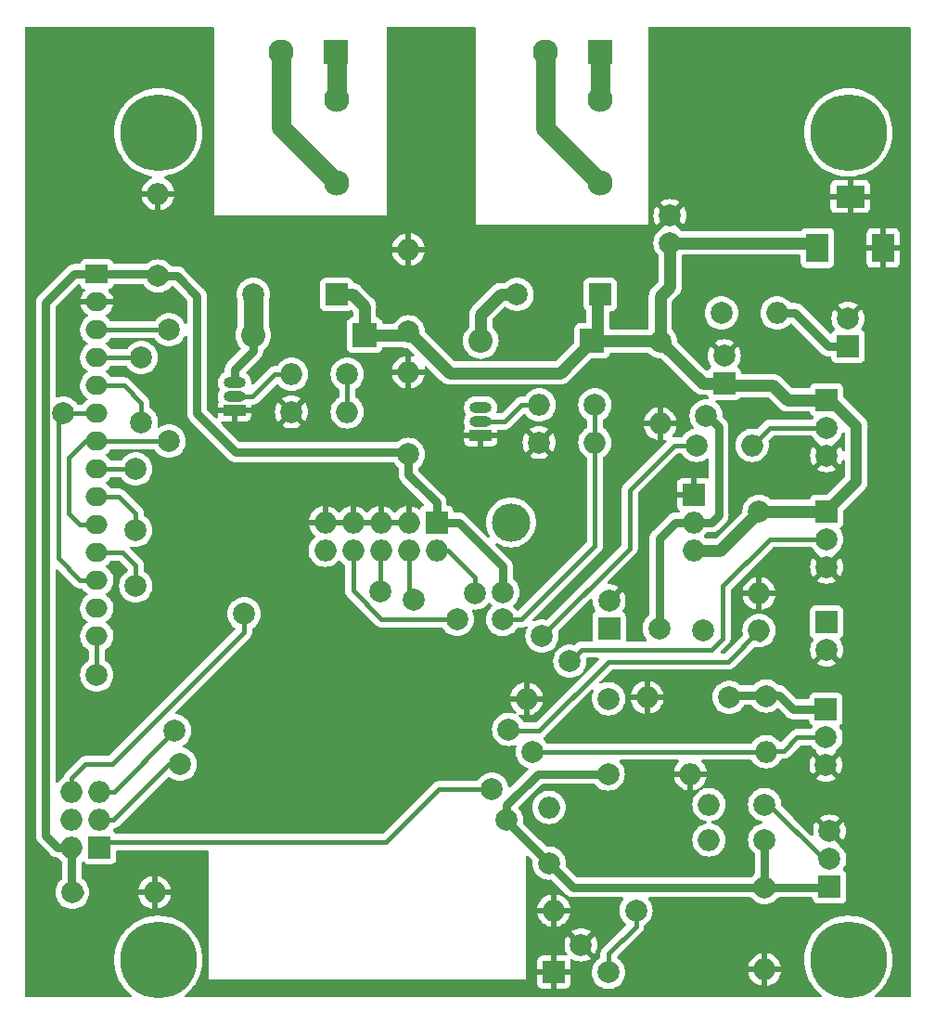
<source format=gbr>
%TF.GenerationSoftware,KiCad,Pcbnew,(6.0.2)*%
%TF.CreationDate,2022-03-18T09:14:39-04:00*%
%TF.ProjectId,Sedna_Hardware,5365646e-615f-4486-9172-64776172652e,1*%
%TF.SameCoordinates,Original*%
%TF.FileFunction,Copper,L2,Bot*%
%TF.FilePolarity,Positive*%
%FSLAX46Y46*%
G04 Gerber Fmt 4.6, Leading zero omitted, Abs format (unit mm)*
G04 Created by KiCad (PCBNEW (6.0.2)) date 2022-03-18 09:14:39*
%MOMM*%
%LPD*%
G01*
G04 APERTURE LIST*
%TA.AperFunction,ComponentPad*%
%ADD10R,2.000000X2.000000*%
%TD*%
%TA.AperFunction,ComponentPad*%
%ADD11C,2.000000*%
%TD*%
%TA.AperFunction,ComponentPad*%
%ADD12O,2.000000X2.000000*%
%TD*%
%TA.AperFunction,ComponentPad*%
%ADD13C,7.000000*%
%TD*%
%TA.AperFunction,ComponentPad*%
%ADD14C,2.300000*%
%TD*%
%TA.AperFunction,ComponentPad*%
%ADD15R,2.200000X2.200000*%
%TD*%
%TA.AperFunction,ComponentPad*%
%ADD16O,2.200000X2.200000*%
%TD*%
%TA.AperFunction,ComponentPad*%
%ADD17R,2.300000X2.300000*%
%TD*%
%TA.AperFunction,ComponentPad*%
%ADD18R,2.000000X1.700000*%
%TD*%
%TA.AperFunction,ComponentPad*%
%ADD19O,2.000000X1.700000*%
%TD*%
%TA.AperFunction,ComponentPad*%
%ADD20R,2.000000X2.600000*%
%TD*%
%TA.AperFunction,ComponentPad*%
%ADD21R,2.600000X2.000000*%
%TD*%
%TA.AperFunction,ComponentPad*%
%ADD22R,2.000000X1.000000*%
%TD*%
%TA.AperFunction,ComponentPad*%
%ADD23O,2.000000X1.000000*%
%TD*%
%TA.AperFunction,ComponentPad*%
%ADD24O,3.500000X3.500000*%
%TD*%
%TA.AperFunction,ViaPad*%
%ADD25C,2.000000*%
%TD*%
%TA.AperFunction,Conductor*%
%ADD26C,1.066800*%
%TD*%
%TA.AperFunction,Conductor*%
%ADD27C,1.016000*%
%TD*%
%TA.AperFunction,Conductor*%
%ADD28C,0.431800*%
%TD*%
%TA.AperFunction,Conductor*%
%ADD29C,0.762000*%
%TD*%
%TA.AperFunction,Conductor*%
%ADD30C,0.250000*%
%TD*%
%TA.AperFunction,Conductor*%
%ADD31C,1.778000*%
%TD*%
G04 APERTURE END LIST*
D10*
%TO.P,J6,1,Pin_1*%
%TO.N,+3V3*%
X177107000Y-135856500D03*
D11*
%TO.P,J6,2,Pin_2*%
%TO.N,Net-(J6-Pad2)*%
X177107000Y-133316500D03*
%TO.P,J6,3,Pin_3*%
%TO.N,GND*%
X177107000Y-130776500D03*
%TD*%
%TO.P,C5,1*%
%TO.N,+5V*%
X161651000Y-86116000D03*
D12*
%TO.P,C5,2*%
%TO.N,GND*%
X161651000Y-93616000D03*
%TD*%
D10*
%TO.P,J9,1,Pin_1*%
%TO.N,+5V*%
X176839500Y-91440000D03*
D11*
%TO.P,J9,2,Pin_2*%
%TO.N,Net-(J9-Pad2)*%
X176839500Y-93980000D03*
%TO.P,J9,3,Pin_3*%
%TO.N,GND*%
X176839500Y-96520000D03*
%TD*%
D10*
%TO.P,C2,1*%
%TO.N,+3V3*%
X156977000Y-112268000D03*
D11*
%TO.P,C2,2*%
%TO.N,GND*%
X156977000Y-109768000D03*
%TD*%
%TO.P,R3,1*%
%TO.N,GND*%
X127996000Y-92533000D03*
D12*
%TO.P,R3,2*%
%TO.N,RELAY_CTRL_2*%
X133076000Y-92533000D03*
%TD*%
D11*
%TO.P,C7,1*%
%TO.N,+3V3*%
X138664000Y-96410000D03*
D12*
%TO.P,C7,2*%
%TO.N,GND*%
X138664000Y-88910000D03*
%TD*%
D13*
%TO.P,H3,1,Pin_1*%
%TO.N,unconnected-(H3-Pad1)*%
X178821000Y-142511755D03*
%TD*%
D10*
%TO.P,K1,1,1*%
%TO.N,+5V*%
X156180010Y-81825000D03*
D11*
%TO.P,K1,2,2*%
%TO.N,Net-(D2-Pad2)*%
X148580010Y-81825000D03*
D14*
%TO.P,K1,3,3*%
%TO.N,Net-(J7-Pad2)*%
X156180010Y-71665000D03*
%TO.P,K1,4,4*%
%TO.N,Net-(J7-Pad1)*%
X156180010Y-64045000D03*
%TD*%
D11*
%TO.P,R7,1*%
%TO.N,+3V3*%
X151491000Y-133681000D03*
D12*
%TO.P,R7,2*%
%TO.N,LIQUID_SEN_IN*%
X151491000Y-128601000D03*
%TD*%
D11*
%TO.P,C6,1*%
%TO.N,+5V*%
X138664000Y-85234000D03*
D12*
%TO.P,C6,2*%
%TO.N,GND*%
X138664000Y-77734000D03*
%TD*%
D11*
%TO.P,C10,1*%
%TO.N,+3V3*%
X171176000Y-135900000D03*
D12*
%TO.P,C10,2*%
%TO.N,GND*%
X171176000Y-143400000D03*
%TD*%
D13*
%TO.P,H4,1,Pin_1*%
%TO.N,unconnected-(H4-Pad1)*%
X115829000Y-142511762D03*
%TD*%
D10*
%TO.P,K2,1,1*%
%TO.N,+5V*%
X132099997Y-81825000D03*
D11*
%TO.P,K2,2,2*%
%TO.N,Net-(D3-Pad2)*%
X124499997Y-81825000D03*
D14*
%TO.P,K2,3,3*%
%TO.N,Net-(J8-Pad2)*%
X132099997Y-71665000D03*
%TO.P,K2,4,4*%
%TO.N,Net-(J8-Pad1)*%
X132099997Y-64045000D03*
%TD*%
D11*
%TO.P,C1,1*%
%TO.N,+5V*%
X162540000Y-77146000D03*
%TO.P,C1,2*%
%TO.N,GND*%
X162540000Y-74646000D03*
%TD*%
D15*
%TO.P,D3,1,K*%
%TO.N,+5V*%
X134657004Y-85548000D03*
D16*
%TO.P,D3,2,A*%
%TO.N,Net-(D3-Pad2)*%
X124497004Y-85548000D03*
%TD*%
D17*
%TO.P,J7,1*%
%TO.N,Net-(J7-Pad1)*%
X156200000Y-59750000D03*
D14*
%TO.P,J7,2*%
%TO.N,Net-(J7-Pad2)*%
X151200000Y-59750000D03*
%TD*%
D15*
%TO.P,D2,1,K*%
%TO.N,+5V*%
X155428000Y-86056000D03*
D16*
%TO.P,D2,2,A*%
%TO.N,Net-(D2-Pad2)*%
X145268000Y-86056000D03*
%TD*%
D11*
%TO.P,R8,1*%
%TO.N,+3V3*%
X171176000Y-131572000D03*
D12*
%TO.P,R8,2*%
%TO.N,Net-(C8-Pad1)*%
X166096000Y-131572000D03*
%TD*%
D11*
%TO.P,C4,1*%
%TO.N,+3V3*%
X167941000Y-118568000D03*
D12*
%TO.P,C4,2*%
%TO.N,GND*%
X160441000Y-118568000D03*
%TD*%
D10*
%TO.P,D1,1*%
%TO.N,Net-(D1-Pad1)*%
X178796000Y-86564000D03*
D11*
%TO.P,D1,2*%
%TO.N,GND*%
X178796000Y-84024000D03*
%TD*%
D13*
%TO.P,H1,1,Pin_1*%
%TO.N,unconnected-(H1-Pad1)*%
X115829000Y-67056000D03*
%TD*%
D11*
%TO.P,R11,1*%
%TO.N,+3V3*%
X165588000Y-112472000D03*
D12*
%TO.P,R11,2*%
%TO.N,FLOAT_SEN_IN*%
X170668000Y-112472000D03*
%TD*%
D11*
%TO.P,C9,1*%
%TO.N,+3V3*%
X107990000Y-136348000D03*
D12*
%TO.P,C9,2*%
%TO.N,GND*%
X115490000Y-136348000D03*
%TD*%
D10*
%TO.P,J5,1,Pin_1*%
%TO.N,+5V*%
X176839500Y-101600000D03*
D11*
%TO.P,J5,2,Pin_2*%
%TO.N,LED_STRIP_CTRL*%
X176839500Y-104140000D03*
%TO.P,J5,3,Pin_3*%
%TO.N,GND*%
X176839500Y-106680000D03*
%TD*%
D17*
%TO.P,J8,1*%
%TO.N,Net-(J8-Pad1)*%
X132050003Y-59700008D03*
D14*
%TO.P,J8,2*%
%TO.N,Net-(J8-Pad2)*%
X127050003Y-59700008D03*
%TD*%
D10*
%TO.P,J11,1,Pin_1*%
%TO.N,FLOAT_SEN_IN*%
X176839500Y-111710000D03*
D11*
%TO.P,J11,2,Pin_2*%
%TO.N,GND*%
X176839500Y-114250000D03*
%TD*%
%TO.P,R10,1*%
%TO.N,+3V3*%
X171303000Y-118441000D03*
D12*
%TO.P,R10,2*%
%TO.N,TEMP_SEN_IN*%
X171303000Y-123521000D03*
%TD*%
D11*
%TO.P,R1,1*%
%TO.N,+3V3*%
X167239000Y-83516000D03*
D12*
%TO.P,R1,2*%
%TO.N,Net-(D1-Pad1)*%
X172319000Y-83516000D03*
%TD*%
D10*
%TO.P,J10,1,Pin_1*%
%TO.N,+3V3*%
X176775000Y-119660200D03*
D11*
%TO.P,J10,2,Pin_2*%
%TO.N,TEMP_SEN_IN*%
X176775000Y-122200200D03*
%TO.P,J10,3,Pin_3*%
%TO.N,GND*%
X176775000Y-124740200D03*
%TD*%
D10*
%TO.P,J4,1,Pin_1*%
%TO.N,PROG_EN*%
X110475000Y-132269000D03*
D12*
%TO.P,J4,2,Pin_2*%
%TO.N,+3V3*%
X107935000Y-132269000D03*
%TO.P,J4,3,Pin_3*%
%TO.N,PROG_TXD0*%
X110475000Y-129729000D03*
%TO.P,J4,4,Pin_4*%
%TO.N,GND*%
X107935000Y-129729000D03*
%TO.P,J4,5,Pin_5*%
%TO.N,PROG_RXD0*%
X110475000Y-127189000D03*
%TO.P,J4,6,Pin_6*%
%TO.N,PROG_IO0*%
X107935000Y-127189000D03*
%TD*%
D11*
%TO.P,C3,1*%
%TO.N,+3V3*%
X156937000Y-118695000D03*
D12*
%TO.P,C3,2*%
%TO.N,GND*%
X149437000Y-118695000D03*
%TD*%
D10*
%TO.P,RV1,1,1*%
%TO.N,GND*%
X151918000Y-143642000D03*
D11*
%TO.P,RV1,2,2*%
X154418000Y-141142000D03*
%TO.P,RV1,3,3*%
%TO.N,Net-(C8-Pad1)*%
X156918000Y-143642000D03*
%TD*%
D10*
%TO.P,C12,1*%
%TO.N,+5V*%
X167493000Y-89928113D03*
D11*
%TO.P,C12,2*%
%TO.N,GND*%
X167493000Y-87428113D03*
%TD*%
D10*
%TO.P,J2,1,Pin_1*%
%TO.N,+3V3*%
X141224000Y-102616000D03*
D12*
%TO.P,J2,2,Pin_2*%
%TO.N,RELAY_CTRL_1*%
X141224000Y-105156000D03*
%TO.P,J2,3,Pin_3*%
%TO.N,GND*%
X138684000Y-102616000D03*
%TO.P,J2,4,Pin_4*%
%TO.N,JTAG_TCK*%
X138684000Y-105156000D03*
%TO.P,J2,5,Pin_5*%
%TO.N,GND*%
X136144000Y-102616000D03*
%TO.P,J2,6,Pin_6*%
%TO.N,JTAG_TDO*%
X136144000Y-105156000D03*
%TO.P,J2,7,Pin_7*%
%TO.N,GND*%
X133604000Y-102616000D03*
%TO.P,J2,8,Pin_8*%
%TO.N,JTAG_TDI*%
X133604000Y-105156000D03*
%TO.P,J2,9,Pin_9*%
%TO.N,GND*%
X131064000Y-102616000D03*
%TO.P,J2,10,Pin_10*%
%TO.N,unconnected-(J2-Pad10)*%
X131064000Y-105156000D03*
%TD*%
D11*
%TO.P,C14,1*%
%TO.N,+5V*%
X170668000Y-101610000D03*
D12*
%TO.P,C14,2*%
%TO.N,GND*%
X170668000Y-109110000D03*
%TD*%
D11*
%TO.P,R6,1*%
%TO.N,Net-(J6-Pad2)*%
X171176000Y-128347000D03*
D12*
%TO.P,R6,2*%
%TO.N,Net-(R6-Pad2)*%
X166096000Y-128347000D03*
%TD*%
D18*
%TO.P,J3,1,Pin_1*%
%TO.N,+3V3*%
X110216000Y-79960000D03*
D19*
%TO.P,J3,2,Pin_2*%
%TO.N,GND*%
X110216000Y-82500000D03*
%TO.P,J3,3,Pin_3*%
%TO.N,LCD_CS*%
X110216000Y-85040000D03*
%TO.P,J3,4,Pin_4*%
%TO.N,LCD_RESET*%
X110216000Y-87580000D03*
%TO.P,J3,5,Pin_5*%
%TO.N,LCD_DC{slash}RS*%
X110216000Y-90120000D03*
%TO.P,J3,6,Pin_6*%
%TO.N,MOSI_LCD*%
X110216000Y-92660000D03*
%TO.P,J3,7,Pin_7*%
%TO.N,LCD_TOUCH_CLK*%
X110216000Y-95200000D03*
%TO.P,J3,8,Pin_8*%
%TO.N,LCD_Brightness*%
X110216000Y-97740000D03*
%TO.P,J3,9,Pin_9*%
%TO.N,MISO_LCD*%
X110216000Y-100280000D03*
%TO.P,J3,10,Pin_10*%
%TO.N,LCD_TOUCH_CLK*%
X110216000Y-102820000D03*
%TO.P,J3,11,Pin_11*%
%TO.N,TOUCH_CS*%
X110216000Y-105360000D03*
%TO.P,J3,12,Pin_12*%
%TO.N,MOSI_LCD*%
X110216000Y-107900000D03*
%TO.P,J3,13,Pin_13*%
%TO.N,MISO_LCD*%
X110216000Y-110440000D03*
%TO.P,J3,14,Pin_14*%
%TO.N,TOUCH_IRQ*%
X110216000Y-112980000D03*
%TD*%
D20*
%TO.P,J1,1*%
%TO.N,+5V*%
X176002000Y-77589000D03*
%TO.P,J1,2*%
%TO.N,GND*%
X182002000Y-77589000D03*
D21*
%TO.P,J1,3*%
X179002000Y-72889000D03*
%TD*%
D22*
%TO.P,Q1,1,S*%
%TO.N,GND*%
X145262000Y-94692000D03*
D23*
%TO.P,Q1,2,G*%
%TO.N,Net-(Q1-Pad2)*%
X145262000Y-93422000D03*
%TO.P,Q1,3,D*%
%TO.N,Net-(D2-Pad2)*%
X145262000Y-92152000D03*
%TD*%
D11*
%TO.P,R4,1*%
%TO.N,RELAY_CTRL_1*%
X155682000Y-91898000D03*
D12*
%TO.P,R4,2*%
%TO.N,Net-(Q1-Pad2)*%
X150602000Y-91898000D03*
%TD*%
D11*
%TO.P,C11,1*%
%TO.N,+3V3*%
X115804000Y-80154000D03*
D12*
%TO.P,C11,2*%
%TO.N,GND*%
X115804000Y-72654000D03*
%TD*%
D11*
%TO.P,C8,1*%
%TO.N,Net-(C8-Pad1)*%
X159432000Y-137999000D03*
D12*
%TO.P,C8,2*%
%TO.N,GND*%
X151932000Y-137999000D03*
%TD*%
D11*
%TO.P,C13,1*%
%TO.N,+3V3*%
X156885000Y-125553000D03*
D12*
%TO.P,C13,2*%
%TO.N,GND*%
X164385000Y-125553000D03*
%TD*%
D24*
%TO.P,U1,*%
%TO.N,*%
X148023000Y-102616000D03*
D10*
%TO.P,U1,1,GND*%
%TO.N,GND*%
X164683000Y-100076000D03*
D12*
%TO.P,U1,2,VOUT*%
%TO.N,+3V3*%
X164683000Y-102616000D03*
%TO.P,U1,3,VIN*%
%TO.N,+5V*%
X164683000Y-105156000D03*
%TD*%
D13*
%TO.P,H2,1,Pin_1*%
%TO.N,unconnected-(H2-Pad1)*%
X178821000Y-67056000D03*
%TD*%
D11*
%TO.P,R5,1*%
%TO.N,RELAY_CTRL_2*%
X133076000Y-89104000D03*
D12*
%TO.P,R5,2*%
%TO.N,Net-(Q2-Pad2)*%
X127996000Y-89104000D03*
%TD*%
D22*
%TO.P,Q2,1,S*%
%TO.N,GND*%
X122783000Y-92406000D03*
D23*
%TO.P,Q2,2,G*%
%TO.N,Net-(Q2-Pad2)*%
X122783000Y-91136000D03*
%TO.P,Q2,3,D*%
%TO.N,Net-(D3-Pad2)*%
X122783000Y-89866000D03*
%TD*%
D11*
%TO.P,R2,1*%
%TO.N,GND*%
X150602000Y-95327000D03*
D12*
%TO.P,R2,2*%
%TO.N,RELAY_CTRL_1*%
X155682000Y-95327000D03*
%TD*%
D11*
%TO.P,R9,1*%
%TO.N,SERVO_CTRL*%
X164953000Y-95581000D03*
D12*
%TO.P,R9,2*%
%TO.N,Net-(J9-Pad2)*%
X170033000Y-95581000D03*
%TD*%
D25*
%TO.N,+3V3*%
X147278527Y-108951114D03*
X147622000Y-129751000D03*
X161549000Y-112268000D03*
X165842000Y-92914000D03*
%TO.N,JTAG_TCK*%
X139172000Y-109682415D03*
%TO.N,JTAG_TDO*%
X136124000Y-108916000D03*
%TO.N,JTAG_TDI*%
X143109000Y-111456000D03*
%TO.N,PROG_EN*%
X146284000Y-126950000D03*
%TO.N,PROG_TXD0*%
X117836000Y-124664000D03*
%TO.N,PROG_RXD0*%
X117328000Y-121616000D03*
%TO.N,PROG_IO0*%
X123661100Y-110948000D03*
%TO.N,LCD_CS*%
X116820000Y-85040000D03*
%TO.N,LCD_RESET*%
X114280000Y-87580000D03*
%TO.N,LCD_DC{slash}RS*%
X114280000Y-93463900D03*
%TO.N,MOSI_LCD*%
X107168000Y-92660000D03*
%TO.N,LCD_TOUCH_CLK*%
X116820000Y-95200000D03*
%TO.N,FLOAT_SEN_IN*%
X147808000Y-121489000D03*
%TO.N,MISO_LCD*%
X113772000Y-103328000D03*
%TO.N,TOUCH_CS*%
X113772000Y-108408000D03*
%TO.N,TOUCH_IRQ*%
X110216000Y-116536000D03*
%TO.N,SERVO_CTRL*%
X150856000Y-112980000D03*
%TO.N,TEMP_SEN_IN*%
X149967000Y-123521000D03*
%TO.N,LED_STRIP_CTRL*%
X153396000Y-115266000D03*
%TO.N,RELAY_CTRL_1*%
X147260483Y-111471261D03*
X144760000Y-109043000D03*
%TO.N,LCD_Brightness*%
X113772000Y-97740000D03*
%TD*%
D26*
%TO.N,+5V*%
X152507000Y-88977000D02*
X155428000Y-86056000D01*
X167684887Y-90120000D02*
X171938000Y-90120000D01*
X138350000Y-85548000D02*
X138664000Y-85234000D01*
X142407000Y-88977000D02*
X152507000Y-88977000D01*
X156180010Y-81825000D02*
X155936000Y-82069010D01*
X173258000Y-91440000D02*
X176839500Y-91440000D01*
D27*
X177167825Y-91440000D02*
X179558000Y-93830175D01*
D28*
X171186000Y-101600000D02*
X170668000Y-102118000D01*
D26*
X171938000Y-90120000D02*
X173258000Y-91440000D01*
X155936000Y-85548000D02*
X155428000Y-86056000D01*
X165523113Y-89928113D02*
X161778000Y-86183000D01*
X167493000Y-89928113D02*
X167684887Y-90120000D01*
X132099997Y-81825000D02*
X133544000Y-81825000D01*
X134657004Y-82938004D02*
X134657004Y-85548000D01*
X162540000Y-81103000D02*
X162540000Y-77146000D01*
X164683000Y-105156000D02*
X167122000Y-105156000D01*
D27*
X179558000Y-98881500D02*
X176839500Y-101600000D01*
D26*
X167493000Y-89928113D02*
X165523113Y-89928113D01*
X175559000Y-77146000D02*
X176002000Y-77589000D01*
X138664000Y-85234000D02*
X142407000Y-88977000D01*
X161651000Y-86116000D02*
X161651000Y-81992000D01*
X176829500Y-101610000D02*
X176839500Y-101600000D01*
X162540000Y-77146000D02*
X175559000Y-77146000D01*
X161651000Y-81992000D02*
X162540000Y-81103000D01*
D27*
X179558000Y-93830175D02*
X179558000Y-98881500D01*
D26*
X134657004Y-85548000D02*
X138350000Y-85548000D01*
X175890000Y-77146000D02*
X176002000Y-77258000D01*
X170668000Y-101610000D02*
X176829500Y-101610000D01*
X155936000Y-82069010D02*
X155936000Y-85548000D01*
X133544000Y-81825000D02*
X134657004Y-82938004D01*
X161457000Y-86056000D02*
X155428000Y-86056000D01*
X167122000Y-105156000D02*
X170668000Y-101610000D01*
X161778000Y-86183000D02*
X161778000Y-85802000D01*
D29*
%TO.N,+3V3*%
X105569749Y-82574251D02*
X105569749Y-131193749D01*
X117522000Y-80154000D02*
X115804000Y-80154000D01*
X147622000Y-128406000D02*
X147622000Y-129751000D01*
X108184000Y-79960000D02*
X105569749Y-82574251D01*
X138664000Y-96410000D02*
X138470000Y-96216000D01*
X143261000Y-102616000D02*
X141224000Y-102616000D01*
X151491000Y-133681000D02*
X153710000Y-135900000D01*
X165969000Y-92914000D02*
X166985000Y-93930000D01*
X153710000Y-135900000D02*
X171176000Y-135900000D01*
X166350000Y-102616000D02*
X164683000Y-102616000D01*
X105569749Y-131193749D02*
X106645000Y-132269000D01*
X156885000Y-125553000D02*
X150475000Y-125553000D01*
X172496000Y-118364000D02*
X173792200Y-119660200D01*
D30*
X165191000Y-102616000D02*
X165105000Y-102616000D01*
D29*
X122916000Y-96216000D02*
X119360000Y-92660000D01*
X165842000Y-92914000D02*
X165969000Y-92914000D01*
X166985000Y-101981000D02*
X166350000Y-102616000D01*
X165320055Y-102616000D02*
X165191000Y-102616000D01*
X107935000Y-135639500D02*
X108643500Y-136348000D01*
X177063500Y-135900000D02*
X177107000Y-135856500D01*
D30*
X157358000Y-112268000D02*
X157485000Y-112268000D01*
D29*
X167336000Y-118364000D02*
X172496000Y-118364000D01*
X166985000Y-93930000D02*
X166985000Y-101981000D01*
X161549000Y-104083000D02*
X161549000Y-112268000D01*
X119360000Y-92660000D02*
X119360000Y-81992000D01*
X147622000Y-129812000D02*
X151491000Y-133681000D01*
X171176000Y-135900000D02*
X177063500Y-135900000D01*
X165461000Y-92660000D02*
X165588000Y-92660000D01*
X171176000Y-131572000D02*
X171176000Y-135900000D01*
X147278527Y-108951114D02*
X147278527Y-106633527D01*
X107935000Y-132269000D02*
X107935000Y-135639500D01*
X138470000Y-96216000D02*
X122916000Y-96216000D01*
X138664000Y-98248000D02*
X141224000Y-100808000D01*
X106645000Y-132269000D02*
X107935000Y-132269000D01*
X141224000Y-100808000D02*
X141224000Y-102616000D01*
X147278527Y-106633527D02*
X143261000Y-102616000D01*
X119360000Y-81992000D02*
X117522000Y-80154000D01*
X138664000Y-96410000D02*
X138664000Y-98248000D01*
X173792200Y-119660200D02*
X176775000Y-119660200D01*
X164683000Y-102616000D02*
X163016000Y-102616000D01*
X110216000Y-79960000D02*
X108184000Y-79960000D01*
X167325000Y-118375000D02*
X167336000Y-118364000D01*
X150475000Y-125553000D02*
X147622000Y-128406000D01*
X165588000Y-92660000D02*
X165842000Y-92914000D01*
X163016000Y-102616000D02*
X161549000Y-104083000D01*
X110216000Y-79960000D02*
X115336000Y-79960000D01*
X147622000Y-129751000D02*
X147622000Y-129812000D01*
D26*
%TO.N,Net-(D2-Pad2)*%
X148580010Y-81825000D02*
X147086000Y-81825000D01*
X145268000Y-83643000D02*
X145268000Y-86056000D01*
X147086000Y-81825000D02*
X145268000Y-83643000D01*
D28*
%TO.N,JTAG_TCK*%
X138684000Y-109194415D02*
X138684000Y-105156000D01*
X139172000Y-109682415D02*
X138684000Y-109194415D01*
%TO.N,JTAG_TDO*%
X136124000Y-108916000D02*
X136124000Y-105176000D01*
X136124000Y-105176000D02*
X136144000Y-105156000D01*
%TO.N,JTAG_TDI*%
X143109000Y-111456000D02*
X136208767Y-111456000D01*
X136208767Y-111456000D02*
X133604000Y-108851233D01*
X133604000Y-108851233D02*
X133604000Y-105156000D01*
%TO.N,PROG_EN*%
X146284000Y-126950000D02*
X141458000Y-126950000D01*
X136632000Y-131776000D02*
X110968000Y-131776000D01*
X141458000Y-126950000D02*
X136632000Y-131776000D01*
X110968000Y-131776000D02*
X110475000Y-132269000D01*
%TO.N,PROG_TXD0*%
X111740000Y-129744000D02*
X110490000Y-129744000D01*
X117836000Y-124664000D02*
X116820000Y-124664000D01*
X110490000Y-129744000D02*
X110475000Y-129729000D01*
X116820000Y-124664000D02*
X111740000Y-129744000D01*
%TO.N,PROG_RXD0*%
X111755000Y-127189000D02*
X110475000Y-127189000D01*
X117328000Y-121616000D02*
X111755000Y-127189000D01*
%TO.N,PROG_IO0*%
X123661100Y-110948000D02*
X123661100Y-112607450D01*
X123661100Y-112607450D02*
X111604550Y-124664000D01*
X109200000Y-124664000D02*
X107935000Y-125929000D01*
X107935000Y-125929000D02*
X107935000Y-127189000D01*
X111604550Y-124664000D02*
X109200000Y-124664000D01*
%TO.N,LCD_CS*%
X116820000Y-85040000D02*
X110216000Y-85040000D01*
%TO.N,LCD_RESET*%
X114280000Y-87580000D02*
X110216000Y-87580000D01*
%TO.N,LCD_DC{slash}RS*%
X114280000Y-91691546D02*
X112708454Y-90120000D01*
X114280000Y-93463900D02*
X114280000Y-91691546D01*
X112708454Y-90120000D02*
X110216000Y-90120000D01*
%TO.N,MOSI_LCD*%
X107168000Y-92660000D02*
X106686869Y-93141131D01*
X106686869Y-93141131D02*
X106686869Y-105894869D01*
X107168000Y-92660000D02*
X110216000Y-92660000D01*
X106686869Y-105894869D02*
X108692000Y-107900000D01*
X108692000Y-107900000D02*
X110216000Y-107900000D01*
%TO.N,LCD_TOUCH_CLK*%
X109162889Y-95200000D02*
X107638889Y-96724000D01*
X107638889Y-96724000D02*
X107638889Y-101766889D01*
X107638889Y-101766889D02*
X108692000Y-102820000D01*
X108692000Y-102820000D02*
X110216000Y-102820000D01*
X110216000Y-95200000D02*
X109162889Y-95200000D01*
X116820000Y-95200000D02*
X110216000Y-95200000D01*
%TO.N,FLOAT_SEN_IN*%
X156902000Y-115316000D02*
X167824000Y-115316000D01*
X150602000Y-121616000D02*
X156902000Y-115316000D01*
X147935000Y-121616000D02*
X150602000Y-121616000D01*
X147808000Y-121489000D02*
X147935000Y-121616000D01*
X170693000Y-113284000D02*
X170693000Y-112268000D01*
X167824000Y-115316000D02*
X170668000Y-112472000D01*
%TO.N,MISO_LCD*%
X113772000Y-101804000D02*
X112248000Y-100280000D01*
X109912000Y-100584000D02*
X110216000Y-100280000D01*
X112248000Y-100280000D02*
X110216000Y-100280000D01*
X113772000Y-103328000D02*
X113772000Y-101804000D01*
%TO.N,TOUCH_CS*%
X113772000Y-108408000D02*
X113772000Y-106541050D01*
X113772000Y-106541050D02*
X112590950Y-105360000D01*
X112590950Y-105360000D02*
X110216000Y-105360000D01*
%TO.N,TOUCH_IRQ*%
X110216010Y-116535987D02*
X110216010Y-112979987D01*
%TO.N,Net-(J6-Pad2)*%
X171176000Y-128347000D02*
X171557000Y-128347000D01*
X176526500Y-133316500D02*
X177107000Y-133316500D01*
X171557000Y-128347000D02*
X176526500Y-133316500D01*
%TO.N,SERVO_CTRL*%
X158857000Y-99645000D02*
X162921000Y-95581000D01*
X150856000Y-112980000D02*
X158857000Y-104979000D01*
X158857000Y-104979000D02*
X158857000Y-99645000D01*
X162921000Y-95581000D02*
X164445000Y-95581000D01*
%TO.N,TEMP_SEN_IN*%
X149967000Y-123521000D02*
X170591000Y-123521000D01*
X174147800Y-122200200D02*
X176775000Y-122200200D01*
X172904000Y-123444000D02*
X174147800Y-122200200D01*
X170668000Y-123444000D02*
X172904000Y-123444000D01*
X170591000Y-123521000D02*
X170668000Y-123444000D01*
%TO.N,LED_STRIP_CTRL*%
X153396000Y-115266000D02*
X154453889Y-114208111D01*
X167324111Y-108431934D02*
X171616045Y-104140000D01*
X154453889Y-114208111D02*
X166307122Y-114208111D01*
X167324111Y-113191122D02*
X167324111Y-108431934D01*
X166307122Y-114208111D02*
X167324111Y-113191122D01*
X171616045Y-104140000D02*
X176839500Y-104140000D01*
%TO.N,Net-(Q2-Pad2)*%
X124440000Y-91136000D02*
X122783000Y-91136000D01*
X126472000Y-89104000D02*
X124440000Y-91136000D01*
X127488000Y-89104000D02*
X126472000Y-89104000D01*
%TO.N,RELAY_CTRL_1*%
X144760000Y-107671000D02*
X142245000Y-105156000D01*
X155682000Y-94946000D02*
X155682000Y-91898000D01*
X155682000Y-104725000D02*
X155682000Y-94946000D01*
X148935739Y-111471261D02*
X155682000Y-104725000D01*
X144760000Y-109043000D02*
X144760000Y-107671000D01*
X142245000Y-105156000D02*
X141224000Y-105156000D01*
X147260483Y-111471261D02*
X148935739Y-111471261D01*
%TO.N,RELAY_CTRL_2*%
X133076000Y-89104000D02*
X133076000Y-92152000D01*
%TO.N,Net-(Q1-Pad2)*%
X148951000Y-91898000D02*
X147427000Y-93422000D01*
X147427000Y-93422000D02*
X145262000Y-93422000D01*
X150602000Y-91898000D02*
X148951000Y-91898000D01*
%TO.N,LCD_Brightness*%
X113772000Y-97740000D02*
X110216000Y-97740000D01*
D29*
%TO.N,Net-(D1-Pad1)*%
X173970000Y-83516000D02*
X172319000Y-83516000D01*
X178796000Y-86564000D02*
X177018000Y-86564000D01*
X177018000Y-86564000D02*
X173970000Y-83516000D01*
%TO.N,Net-(D3-Pad2)*%
X122783000Y-88661776D02*
X122783000Y-89734780D01*
X124497004Y-86947772D02*
X122783000Y-88661776D01*
D31*
X124499997Y-85545007D02*
X124497004Y-85548000D01*
D28*
X124440000Y-85605004D02*
X124497004Y-85548000D01*
D29*
X124497004Y-85548000D02*
X124497004Y-86947772D01*
D31*
X124497004Y-81827993D02*
X124499997Y-81825000D01*
D28*
X124499997Y-86357007D02*
X124497004Y-86360000D01*
D31*
X124499997Y-81825000D02*
X124499997Y-85545007D01*
%TO.N,Net-(J7-Pad2)*%
X151200000Y-66684990D02*
X151200000Y-59750000D01*
X156180010Y-71665000D02*
X151200000Y-66684990D01*
D28*
%TO.N,Net-(J7-Pad1)*%
X156180010Y-59769990D02*
X156200000Y-59750000D01*
D31*
X156180010Y-64045000D02*
X156180010Y-59769990D01*
D28*
%TO.N,Net-(J8-Pad1)*%
X132099997Y-59750002D02*
X132050003Y-59700008D01*
D31*
X132099997Y-64045000D02*
X132099997Y-59750002D01*
%TO.N,Net-(J8-Pad2)*%
X127050003Y-66615006D02*
X127050003Y-59700008D01*
X132099997Y-71665000D02*
X127050003Y-66615006D01*
D28*
%TO.N,Net-(J9-Pad2)*%
X171634000Y-93980000D02*
X176839500Y-93980000D01*
X170033000Y-95581000D02*
X171634000Y-93980000D01*
%TO.N,Net-(C8-Pad1)*%
X159432000Y-139456000D02*
X156918000Y-141970000D01*
X159432000Y-137999000D02*
X159432000Y-139456000D01*
X156918000Y-141970000D02*
X156918000Y-143642000D01*
%TD*%
%TA.AperFunction,Conductor*%
%TO.N,GND*%
G36*
X120851121Y-57424002D02*
G01*
X120897614Y-57477658D01*
X120909000Y-57530000D01*
X120909000Y-74626000D01*
X136657000Y-74626000D01*
X136657000Y-57530000D01*
X136677002Y-57461879D01*
X136730658Y-57415386D01*
X136783000Y-57404000D01*
X144659000Y-57404000D01*
X144727121Y-57424002D01*
X144773614Y-57477658D01*
X144785000Y-57530000D01*
X144785000Y-75431000D01*
X160533000Y-75431000D01*
X160533000Y-74650930D01*
X161027725Y-74650930D01*
X161045572Y-74877699D01*
X161047115Y-74887446D01*
X161100217Y-75108627D01*
X161103266Y-75118012D01*
X161190313Y-75328163D01*
X161194795Y-75336958D01*
X161297432Y-75504445D01*
X161307890Y-75513907D01*
X161316666Y-75510124D01*
X162167978Y-74658812D01*
X162174356Y-74647132D01*
X162904408Y-74647132D01*
X162904539Y-74648965D01*
X162908790Y-74655580D01*
X163760290Y-75507080D01*
X163772670Y-75513840D01*
X163780320Y-75508113D01*
X163885205Y-75336958D01*
X163889687Y-75328163D01*
X163976734Y-75118012D01*
X163979783Y-75108627D01*
X164032885Y-74887446D01*
X164034428Y-74877699D01*
X164052275Y-74650930D01*
X164052275Y-74641070D01*
X164034428Y-74414301D01*
X164032885Y-74404554D01*
X163979783Y-74183373D01*
X163976734Y-74173988D01*
X163889687Y-73963837D01*
X163885205Y-73955042D01*
X163872108Y-73933669D01*
X177194001Y-73933669D01*
X177194371Y-73940490D01*
X177199895Y-73991352D01*
X177203521Y-74006604D01*
X177248676Y-74127054D01*
X177257214Y-74142649D01*
X177333715Y-74244724D01*
X177346276Y-74257285D01*
X177448351Y-74333786D01*
X177463946Y-74342324D01*
X177584394Y-74387478D01*
X177599649Y-74391105D01*
X177650514Y-74396631D01*
X177657328Y-74397000D01*
X178729885Y-74397000D01*
X178745124Y-74392525D01*
X178746329Y-74391135D01*
X178748000Y-74383452D01*
X178748000Y-74378884D01*
X179256000Y-74378884D01*
X179260475Y-74394123D01*
X179261865Y-74395328D01*
X179269548Y-74396999D01*
X180346669Y-74396999D01*
X180353490Y-74396629D01*
X180404352Y-74391105D01*
X180419604Y-74387479D01*
X180540054Y-74342324D01*
X180555649Y-74333786D01*
X180657724Y-74257285D01*
X180670285Y-74244724D01*
X180746786Y-74142649D01*
X180755324Y-74127054D01*
X180800478Y-74006606D01*
X180804105Y-73991351D01*
X180809631Y-73940486D01*
X180810000Y-73933672D01*
X180810000Y-73161115D01*
X180805525Y-73145876D01*
X180804135Y-73144671D01*
X180796452Y-73143000D01*
X179274115Y-73143000D01*
X179258876Y-73147475D01*
X179257671Y-73148865D01*
X179256000Y-73156548D01*
X179256000Y-74378884D01*
X178748000Y-74378884D01*
X178748000Y-73161115D01*
X178743525Y-73145876D01*
X178742135Y-73144671D01*
X178734452Y-73143000D01*
X177212116Y-73143000D01*
X177196877Y-73147475D01*
X177195672Y-73148865D01*
X177194001Y-73156548D01*
X177194001Y-73933669D01*
X163872108Y-73933669D01*
X163782568Y-73787555D01*
X163772110Y-73778093D01*
X163763334Y-73781876D01*
X162912022Y-74633188D01*
X162904408Y-74647132D01*
X162174356Y-74647132D01*
X162175592Y-74644868D01*
X162175461Y-74643035D01*
X162171210Y-74636420D01*
X161319710Y-73784920D01*
X161307330Y-73778160D01*
X161299680Y-73783887D01*
X161194795Y-73955042D01*
X161190313Y-73963837D01*
X161103266Y-74173988D01*
X161100217Y-74183373D01*
X161047115Y-74404554D01*
X161045572Y-74414301D01*
X161027725Y-74641070D01*
X161027725Y-74650930D01*
X160533000Y-74650930D01*
X160533000Y-73413890D01*
X161672093Y-73413890D01*
X161675876Y-73422666D01*
X162527188Y-74273978D01*
X162541132Y-74281592D01*
X162542965Y-74281461D01*
X162549580Y-74277210D01*
X163401080Y-73425710D01*
X163407840Y-73413330D01*
X163402113Y-73405680D01*
X163230958Y-73300795D01*
X163222163Y-73296313D01*
X163012012Y-73209266D01*
X163002627Y-73206217D01*
X162781446Y-73153115D01*
X162771699Y-73151572D01*
X162544930Y-73133725D01*
X162535070Y-73133725D01*
X162308301Y-73151572D01*
X162298554Y-73153115D01*
X162077373Y-73206217D01*
X162067988Y-73209266D01*
X161857837Y-73296313D01*
X161849042Y-73300795D01*
X161681555Y-73403432D01*
X161672093Y-73413890D01*
X160533000Y-73413890D01*
X160533000Y-72616885D01*
X177194000Y-72616885D01*
X177198475Y-72632124D01*
X177199865Y-72633329D01*
X177207548Y-72635000D01*
X178729885Y-72635000D01*
X178745124Y-72630525D01*
X178746329Y-72629135D01*
X178748000Y-72621452D01*
X178748000Y-72616885D01*
X179256000Y-72616885D01*
X179260475Y-72632124D01*
X179261865Y-72633329D01*
X179269548Y-72635000D01*
X180791884Y-72635000D01*
X180807123Y-72630525D01*
X180808328Y-72629135D01*
X180809999Y-72621452D01*
X180809999Y-71844331D01*
X180809629Y-71837510D01*
X180804105Y-71786648D01*
X180800479Y-71771396D01*
X180755324Y-71650946D01*
X180746786Y-71635351D01*
X180670285Y-71533276D01*
X180657724Y-71520715D01*
X180555649Y-71444214D01*
X180540054Y-71435676D01*
X180419606Y-71390522D01*
X180404351Y-71386895D01*
X180353486Y-71381369D01*
X180346672Y-71381000D01*
X179274115Y-71381000D01*
X179258876Y-71385475D01*
X179257671Y-71386865D01*
X179256000Y-71394548D01*
X179256000Y-72616885D01*
X178748000Y-72616885D01*
X178748000Y-71399116D01*
X178743525Y-71383877D01*
X178742135Y-71382672D01*
X178734452Y-71381001D01*
X177657331Y-71381001D01*
X177650510Y-71381371D01*
X177599648Y-71386895D01*
X177584396Y-71390521D01*
X177463946Y-71435676D01*
X177448351Y-71444214D01*
X177346276Y-71520715D01*
X177333715Y-71533276D01*
X177257214Y-71635351D01*
X177248676Y-71650946D01*
X177203522Y-71771394D01*
X177199895Y-71786649D01*
X177194369Y-71837514D01*
X177194000Y-71844328D01*
X177194000Y-72616885D01*
X160533000Y-72616885D01*
X160533000Y-66999788D01*
X174795342Y-66999788D01*
X174809070Y-67392891D01*
X174861092Y-67782779D01*
X174861792Y-67785763D01*
X174861793Y-67785769D01*
X174950209Y-68162733D01*
X174950912Y-68165730D01*
X175077673Y-68538088D01*
X175240165Y-68896299D01*
X175436837Y-69236944D01*
X175438626Y-69239442D01*
X175438628Y-69239446D01*
X175536925Y-69376745D01*
X175665811Y-69556772D01*
X175924902Y-69852729D01*
X175927150Y-69854840D01*
X176209382Y-70119874D01*
X176209389Y-70119880D01*
X176211637Y-70121991D01*
X176214087Y-70123878D01*
X176214092Y-70123882D01*
X176520836Y-70360107D01*
X176523279Y-70361988D01*
X176856853Y-70570428D01*
X177209175Y-70745322D01*
X177380902Y-70810555D01*
X177573996Y-70883905D01*
X177574001Y-70883907D01*
X177576882Y-70885001D01*
X177956465Y-70988131D01*
X177959508Y-70988646D01*
X177959514Y-70988647D01*
X178341259Y-71053215D01*
X178341266Y-71053216D01*
X178344300Y-71053729D01*
X178347371Y-71053944D01*
X178347373Y-71053944D01*
X178733619Y-71080953D01*
X178733627Y-71080953D01*
X178736685Y-71081167D01*
X178990288Y-71074083D01*
X179126801Y-71070270D01*
X179126804Y-71070270D01*
X179129875Y-71070184D01*
X179132928Y-71069798D01*
X179132932Y-71069798D01*
X179274041Y-71051972D01*
X179520116Y-71020885D01*
X179523120Y-71020203D01*
X179523123Y-71020202D01*
X179900689Y-70934422D01*
X179900695Y-70934420D01*
X179903685Y-70933741D01*
X179906604Y-70932770D01*
X180273995Y-70810555D01*
X180274001Y-70810553D01*
X180276919Y-70809582D01*
X180418799Y-70746413D01*
X180633456Y-70650842D01*
X180633462Y-70650839D01*
X180636256Y-70649595D01*
X180978265Y-70455306D01*
X180980780Y-70453532D01*
X181297153Y-70230357D01*
X181297161Y-70230351D01*
X181299684Y-70228571D01*
X181597443Y-69971552D01*
X181599564Y-69969325D01*
X181599570Y-69969319D01*
X181866583Y-69688927D01*
X181868700Y-69686704D01*
X182110866Y-69376745D01*
X182112522Y-69374135D01*
X182112528Y-69374127D01*
X182319976Y-69047242D01*
X182319980Y-69047235D01*
X182321630Y-69044635D01*
X182498980Y-68693542D01*
X182500087Y-68690688D01*
X182500091Y-68690679D01*
X182640107Y-68329695D01*
X182640110Y-68329686D01*
X182641222Y-68326819D01*
X182747000Y-67947965D01*
X182815303Y-67560598D01*
X182845480Y-67168414D01*
X182847050Y-67056000D01*
X182827835Y-66663126D01*
X182770375Y-66274003D01*
X182756646Y-66218937D01*
X182675964Y-65895346D01*
X182675216Y-65892344D01*
X182656095Y-65838644D01*
X182544301Y-65524691D01*
X182543269Y-65521792D01*
X182375791Y-65165884D01*
X182174383Y-64828018D01*
X181940965Y-64511418D01*
X181938909Y-64509135D01*
X181938902Y-64509126D01*
X181679836Y-64221404D01*
X181679828Y-64221396D01*
X181677767Y-64219107D01*
X181387301Y-63953875D01*
X181072339Y-63718253D01*
X181023964Y-63688956D01*
X180738515Y-63516082D01*
X180738506Y-63516077D01*
X180735887Y-63514491D01*
X180381157Y-63344533D01*
X180378267Y-63343481D01*
X180378262Y-63343479D01*
X180014434Y-63211057D01*
X180014431Y-63211056D01*
X180011535Y-63210002D01*
X179734708Y-63138924D01*
X179633534Y-63112947D01*
X179633531Y-63112946D01*
X179630550Y-63112181D01*
X179241837Y-63052005D01*
X179238780Y-63051834D01*
X179238779Y-63051834D01*
X179207819Y-63050103D01*
X178849107Y-63030048D01*
X178846029Y-63030177D01*
X178846025Y-63030177D01*
X178626800Y-63039366D01*
X178456109Y-63046520D01*
X178453065Y-63046948D01*
X178453063Y-63046948D01*
X178413743Y-63052474D01*
X178066593Y-63101262D01*
X177684279Y-63193754D01*
X177312815Y-63323111D01*
X177310017Y-63324404D01*
X176958544Y-63486807D01*
X176958534Y-63486812D01*
X176955747Y-63488100D01*
X176616483Y-63687145D01*
X176455977Y-63803759D01*
X176300743Y-63916543D01*
X176300737Y-63916548D01*
X176298262Y-63918346D01*
X176295976Y-63920375D01*
X176295973Y-63920378D01*
X176258245Y-63953875D01*
X176004120Y-64179497D01*
X176002030Y-64181754D01*
X176002028Y-64181756D01*
X175738962Y-64465842D01*
X175738957Y-64465848D01*
X175736867Y-64468105D01*
X175735007Y-64470555D01*
X175735004Y-64470559D01*
X175702112Y-64513893D01*
X175499052Y-64781415D01*
X175497439Y-64784037D01*
X175294560Y-65113810D01*
X175294556Y-65113818D01*
X175292945Y-65116436D01*
X175120515Y-65469970D01*
X175119444Y-65472851D01*
X175119441Y-65472857D01*
X175034334Y-65701703D01*
X174983407Y-65838644D01*
X174882929Y-66218937D01*
X174820041Y-66607221D01*
X174795342Y-66999788D01*
X160533000Y-66999788D01*
X160533000Y-57530000D01*
X160553002Y-57461879D01*
X160606658Y-57415386D01*
X160659000Y-57404000D01*
X184405000Y-57404000D01*
X184473121Y-57424002D01*
X184519614Y-57477658D01*
X184531000Y-57530000D01*
X184531000Y-145797000D01*
X184510998Y-145865121D01*
X184457342Y-145911614D01*
X184405000Y-145923000D01*
X181358543Y-145923000D01*
X181290422Y-145902998D01*
X181243929Y-145849342D01*
X181233825Y-145779068D01*
X181263319Y-145714488D01*
X181285906Y-145694045D01*
X181299684Y-145684326D01*
X181425603Y-145575636D01*
X181595105Y-145429325D01*
X181597443Y-145427307D01*
X181599564Y-145425080D01*
X181599570Y-145425074D01*
X181863459Y-145147963D01*
X181868700Y-145142459D01*
X181873394Y-145136452D01*
X182108956Y-144834945D01*
X182108958Y-144834942D01*
X182110866Y-144832500D01*
X182112523Y-144829889D01*
X182112528Y-144829882D01*
X182319976Y-144502997D01*
X182319980Y-144502990D01*
X182321630Y-144500390D01*
X182339074Y-144465858D01*
X182446149Y-144253885D01*
X182498980Y-144149297D01*
X182500088Y-144146441D01*
X182500091Y-144146434D01*
X182640107Y-143785450D01*
X182640110Y-143785441D01*
X182641222Y-143782574D01*
X182747000Y-143403720D01*
X182815303Y-143016353D01*
X182838949Y-142709042D01*
X182845330Y-142626121D01*
X182845330Y-142626115D01*
X182845480Y-142624169D01*
X182847050Y-142511755D01*
X182846824Y-142507117D01*
X182831420Y-142192190D01*
X182827835Y-142118881D01*
X182770375Y-141729758D01*
X182765778Y-141711318D01*
X182713727Y-141502559D01*
X182675216Y-141348099D01*
X182656095Y-141294399D01*
X182597266Y-141129188D01*
X182543269Y-140977547D01*
X182375791Y-140621639D01*
X182346319Y-140572198D01*
X182175963Y-140286424D01*
X182174383Y-140283773D01*
X181940965Y-139967173D01*
X181938908Y-139964888D01*
X181938902Y-139964881D01*
X181679836Y-139677159D01*
X181679828Y-139677151D01*
X181677767Y-139674862D01*
X181387301Y-139409630D01*
X181072339Y-139174008D01*
X181020985Y-139142907D01*
X180738515Y-138971837D01*
X180738506Y-138971832D01*
X180735887Y-138970246D01*
X180513108Y-138863508D01*
X180383929Y-138801616D01*
X180383927Y-138801615D01*
X180381157Y-138800288D01*
X180378267Y-138799236D01*
X180378262Y-138799234D01*
X180014434Y-138666812D01*
X180014431Y-138666811D01*
X180011535Y-138665757D01*
X179633561Y-138568709D01*
X179633534Y-138568702D01*
X179633531Y-138568701D01*
X179630550Y-138567936D01*
X179241837Y-138507760D01*
X179238780Y-138507589D01*
X179238779Y-138507589D01*
X179207819Y-138505858D01*
X178849107Y-138485803D01*
X178846029Y-138485932D01*
X178846025Y-138485932D01*
X178626800Y-138495121D01*
X178456109Y-138502275D01*
X178453065Y-138502703D01*
X178453063Y-138502703D01*
X178239807Y-138532674D01*
X178066593Y-138557017D01*
X177684279Y-138649509D01*
X177312815Y-138778866D01*
X177243945Y-138810688D01*
X176958544Y-138942562D01*
X176958534Y-138942567D01*
X176955747Y-138943855D01*
X176616483Y-139142900D01*
X176571115Y-139175862D01*
X176300743Y-139372298D01*
X176300737Y-139372303D01*
X176298262Y-139374101D01*
X176295976Y-139376130D01*
X176295973Y-139376133D01*
X176022760Y-139618703D01*
X176004120Y-139635252D01*
X176002030Y-139637509D01*
X176002028Y-139637511D01*
X175738962Y-139921597D01*
X175738957Y-139921603D01*
X175736867Y-139923860D01*
X175735007Y-139926310D01*
X175735004Y-139926314D01*
X175661247Y-140023486D01*
X175499052Y-140237170D01*
X175497439Y-140239792D01*
X175294560Y-140569565D01*
X175294556Y-140569572D01*
X175292945Y-140572191D01*
X175120515Y-140925725D01*
X175119444Y-140928606D01*
X175119441Y-140928612D01*
X175100162Y-140980453D01*
X174983407Y-141294399D01*
X174882929Y-141674692D01*
X174873040Y-141735751D01*
X174829575Y-142004113D01*
X174820041Y-142062976D01*
X174819847Y-142066056D01*
X174819847Y-142066058D01*
X174798364Y-142407518D01*
X174795342Y-142455543D01*
X174797305Y-142511755D01*
X174805454Y-142745096D01*
X174809070Y-142848646D01*
X174861092Y-143238534D01*
X174861792Y-143241518D01*
X174861793Y-143241524D01*
X174950209Y-143618488D01*
X174950912Y-143621485D01*
X175077673Y-143993843D01*
X175240165Y-144352054D01*
X175436837Y-144692699D01*
X175438626Y-144695197D01*
X175438628Y-144695201D01*
X175659338Y-145003485D01*
X175665811Y-145012527D01*
X175667838Y-145014842D01*
X175667840Y-145014845D01*
X175801494Y-145167516D01*
X175924902Y-145308484D01*
X175927150Y-145310595D01*
X176209382Y-145575629D01*
X176209389Y-145575635D01*
X176211637Y-145577746D01*
X176366717Y-145697174D01*
X176408482Y-145754582D01*
X176412581Y-145825461D01*
X176377709Y-145887303D01*
X176314938Y-145920474D01*
X176289837Y-145923000D01*
X118366553Y-145923000D01*
X118298432Y-145902998D01*
X118251939Y-145849342D01*
X118241835Y-145779068D01*
X118271329Y-145714488D01*
X118293921Y-145694042D01*
X118307684Y-145684333D01*
X118605443Y-145427314D01*
X118607564Y-145425087D01*
X118607570Y-145425081D01*
X118874583Y-145144689D01*
X118876700Y-145142466D01*
X118913532Y-145095324D01*
X119116956Y-144834952D01*
X119116961Y-144834945D01*
X119118866Y-144832507D01*
X119120522Y-144829897D01*
X119120528Y-144829889D01*
X119211418Y-144686669D01*
X150410001Y-144686669D01*
X150410371Y-144693490D01*
X150415895Y-144744352D01*
X150419521Y-144759604D01*
X150464676Y-144880054D01*
X150473214Y-144895649D01*
X150549715Y-144997724D01*
X150562276Y-145010285D01*
X150664351Y-145086786D01*
X150679946Y-145095324D01*
X150800394Y-145140478D01*
X150815649Y-145144105D01*
X150866514Y-145149631D01*
X150873328Y-145150000D01*
X151645885Y-145150000D01*
X151661124Y-145145525D01*
X151662329Y-145144135D01*
X151664000Y-145136452D01*
X151664000Y-145131884D01*
X152172000Y-145131884D01*
X152176475Y-145147123D01*
X152177865Y-145148328D01*
X152185548Y-145149999D01*
X152962669Y-145149999D01*
X152969490Y-145149629D01*
X153020352Y-145144105D01*
X153035604Y-145140479D01*
X153156054Y-145095324D01*
X153171649Y-145086786D01*
X153273724Y-145010285D01*
X153286285Y-144997724D01*
X153362786Y-144895649D01*
X153371324Y-144880054D01*
X153416478Y-144759606D01*
X153420105Y-144744351D01*
X153425631Y-144693486D01*
X153426000Y-144686672D01*
X153426000Y-143914115D01*
X153421525Y-143898876D01*
X153420135Y-143897671D01*
X153412452Y-143896000D01*
X152190115Y-143896000D01*
X152174876Y-143900475D01*
X152173671Y-143901865D01*
X152172000Y-143909548D01*
X152172000Y-145131884D01*
X151664000Y-145131884D01*
X151664000Y-143914115D01*
X151659525Y-143898876D01*
X151658135Y-143897671D01*
X151650452Y-143896000D01*
X150428116Y-143896000D01*
X150412877Y-143900475D01*
X150411672Y-143901865D01*
X150410001Y-143909548D01*
X150410001Y-144686669D01*
X119211418Y-144686669D01*
X119327976Y-144503004D01*
X119327980Y-144502997D01*
X119329630Y-144500397D01*
X119331023Y-144497641D01*
X119445846Y-144270329D01*
X119506980Y-144149304D01*
X119508087Y-144146450D01*
X119508091Y-144146441D01*
X119648107Y-143785457D01*
X119648110Y-143785448D01*
X119649222Y-143782581D01*
X119755000Y-143403727D01*
X119823303Y-143016360D01*
X119853480Y-142624176D01*
X119855050Y-142511762D01*
X119854954Y-142509785D01*
X119839248Y-142188676D01*
X119835835Y-142118888D01*
X119778375Y-141729765D01*
X119764646Y-141674699D01*
X119712679Y-141466275D01*
X119683216Y-141348106D01*
X119682177Y-141345186D01*
X119552301Y-140980453D01*
X119551269Y-140977554D01*
X119383791Y-140621646D01*
X119382210Y-140618993D01*
X119183963Y-140286431D01*
X119182383Y-140283780D01*
X118948965Y-139967180D01*
X118946909Y-139964897D01*
X118946902Y-139964888D01*
X118687836Y-139677166D01*
X118687828Y-139677158D01*
X118685767Y-139674869D01*
X118395301Y-139409637D01*
X118080339Y-139174015D01*
X118031952Y-139144711D01*
X117746515Y-138971844D01*
X117746506Y-138971839D01*
X117743887Y-138970253D01*
X117389157Y-138800295D01*
X117386267Y-138799243D01*
X117386262Y-138799241D01*
X117022434Y-138666819D01*
X117022431Y-138666818D01*
X117019535Y-138665764D01*
X116742708Y-138594686D01*
X116641534Y-138568709D01*
X116641531Y-138568708D01*
X116638550Y-138567943D01*
X116249837Y-138507767D01*
X116246780Y-138507596D01*
X116246779Y-138507596D01*
X116215819Y-138505865D01*
X115857107Y-138485810D01*
X115854029Y-138485939D01*
X115854025Y-138485939D01*
X115634800Y-138495128D01*
X115464109Y-138502282D01*
X115461065Y-138502710D01*
X115461063Y-138502710D01*
X115421793Y-138508229D01*
X115074593Y-138557024D01*
X114692279Y-138649516D01*
X114320815Y-138778873D01*
X114318017Y-138780166D01*
X113966544Y-138942569D01*
X113966534Y-138942574D01*
X113963747Y-138943862D01*
X113624483Y-139142907D01*
X113511000Y-139225357D01*
X113308743Y-139372305D01*
X113308737Y-139372310D01*
X113306262Y-139374108D01*
X113303976Y-139376137D01*
X113303973Y-139376140D01*
X113028373Y-139620829D01*
X113012120Y-139635259D01*
X113010035Y-139637511D01*
X113010028Y-139637518D01*
X112746962Y-139921604D01*
X112746957Y-139921610D01*
X112744867Y-139923867D01*
X112743010Y-139926314D01*
X112743004Y-139926321D01*
X112688027Y-139998751D01*
X112507052Y-140237177D01*
X112505439Y-140239799D01*
X112302560Y-140569572D01*
X112302556Y-140569580D01*
X112300945Y-140572198D01*
X112128515Y-140925732D01*
X112127444Y-140928612D01*
X112127441Y-140928619D01*
X112052851Y-141129188D01*
X111991407Y-141294406D01*
X111890929Y-141674699D01*
X111882010Y-141729765D01*
X111852601Y-141911347D01*
X111828041Y-142062983D01*
X111827848Y-142066058D01*
X111827847Y-142066065D01*
X111803537Y-142452457D01*
X111803342Y-142455550D01*
X111804604Y-142491687D01*
X111813454Y-142745096D01*
X111817070Y-142848653D01*
X111869092Y-143238541D01*
X111869792Y-143241524D01*
X111869793Y-143241531D01*
X111908892Y-143408230D01*
X111958912Y-143621492D01*
X112085673Y-143993850D01*
X112248165Y-144352061D01*
X112444837Y-144692706D01*
X112446623Y-144695201D01*
X112446628Y-144695208D01*
X112667333Y-145003485D01*
X112673811Y-145012534D01*
X112675834Y-145014845D01*
X112675840Y-145014852D01*
X112809827Y-145167904D01*
X112932902Y-145308491D01*
X112935143Y-145310595D01*
X112935150Y-145310602D01*
X113217382Y-145575636D01*
X113217389Y-145575642D01*
X113219637Y-145577753D01*
X113374708Y-145697174D01*
X113416473Y-145754582D01*
X113420572Y-145825461D01*
X113385700Y-145887303D01*
X113322929Y-145920474D01*
X113297828Y-145923000D01*
X103758000Y-145923000D01*
X103689879Y-145902998D01*
X103643386Y-145849342D01*
X103632000Y-145797000D01*
X103632000Y-131146271D01*
X104663822Y-131146271D01*
X104664167Y-131152858D01*
X104664167Y-131152862D01*
X104667376Y-131214082D01*
X104667549Y-131220677D01*
X104667549Y-131241035D01*
X104667893Y-131244306D01*
X104669677Y-131261283D01*
X104670194Y-131267857D01*
X104673372Y-131328483D01*
X104673748Y-131335662D01*
X104675456Y-131342036D01*
X104675457Y-131342043D01*
X104677346Y-131349092D01*
X104680948Y-131368528D01*
X104681711Y-131375783D01*
X104681712Y-131375789D01*
X104682403Y-131382360D01*
X104703385Y-131446937D01*
X104705257Y-131453258D01*
X104722833Y-131518850D01*
X104729146Y-131531240D01*
X104736711Y-131549503D01*
X104741008Y-131562728D01*
X104744310Y-131568447D01*
X104774967Y-131621546D01*
X104778108Y-131627331D01*
X104808933Y-131687829D01*
X104817686Y-131698638D01*
X104828877Y-131714922D01*
X104835833Y-131726970D01*
X104881277Y-131777441D01*
X104885552Y-131782447D01*
X104898361Y-131798264D01*
X104912747Y-131812650D01*
X104917288Y-131817435D01*
X104962734Y-131867908D01*
X104968079Y-131871791D01*
X104973990Y-131876086D01*
X104989024Y-131888927D01*
X105949822Y-132849725D01*
X105962663Y-132864759D01*
X105970841Y-132876015D01*
X105975751Y-132880436D01*
X105975752Y-132880437D01*
X106021314Y-132921461D01*
X106026099Y-132926002D01*
X106040485Y-132940388D01*
X106043049Y-132942464D01*
X106056300Y-132953195D01*
X106061315Y-132957479D01*
X106106868Y-132998495D01*
X106106873Y-132998499D01*
X106111779Y-133002916D01*
X106117495Y-133006216D01*
X106117499Y-133006219D01*
X106123818Y-133009867D01*
X106140117Y-133021068D01*
X106150920Y-133029817D01*
X106208144Y-133058974D01*
X106211431Y-133060649D01*
X106217225Y-133063795D01*
X106276021Y-133097741D01*
X106282304Y-133099782D01*
X106282310Y-133099785D01*
X106289244Y-133102038D01*
X106307509Y-133109603D01*
X106319899Y-133115916D01*
X106326270Y-133117623D01*
X106326275Y-133117625D01*
X106361619Y-133127095D01*
X106385501Y-133133494D01*
X106391813Y-133135364D01*
X106456389Y-133156346D01*
X106462954Y-133157036D01*
X106470214Y-133157799D01*
X106489656Y-133161402D01*
X106503088Y-133165001D01*
X106509679Y-133165346D01*
X106509683Y-133165347D01*
X106540907Y-133166983D01*
X106570911Y-133168555D01*
X106577450Y-133169070D01*
X106597714Y-133171200D01*
X106618072Y-133171200D01*
X106624666Y-133171373D01*
X106630173Y-133171662D01*
X106654904Y-133172958D01*
X106721884Y-133196498D01*
X106744118Y-133216953D01*
X106856023Y-133347977D01*
X106859785Y-133351190D01*
X106859793Y-133351198D01*
X106988630Y-133461235D01*
X107027440Y-133520685D01*
X107032800Y-133557046D01*
X107032800Y-135106930D01*
X107012798Y-135175051D01*
X106988635Y-135202737D01*
X106911023Y-135269023D01*
X106907810Y-135272785D01*
X106758733Y-135447331D01*
X106758730Y-135447336D01*
X106755518Y-135451096D01*
X106630410Y-135655254D01*
X106538779Y-135876470D01*
X106536643Y-135885366D01*
X106484037Y-136104483D01*
X106484036Y-136104489D01*
X106482882Y-136109296D01*
X106464096Y-136348000D01*
X106482882Y-136586704D01*
X106484036Y-136591511D01*
X106484037Y-136591517D01*
X106500675Y-136660817D01*
X106538779Y-136819530D01*
X106540672Y-136824101D01*
X106540673Y-136824103D01*
X106609191Y-136989518D01*
X106630410Y-137040746D01*
X106755518Y-137244904D01*
X106758730Y-137248664D01*
X106758733Y-137248669D01*
X106846321Y-137351221D01*
X106911023Y-137426977D01*
X106914785Y-137430190D01*
X107089331Y-137579267D01*
X107089336Y-137579270D01*
X107093096Y-137582482D01*
X107297254Y-137707590D01*
X107301824Y-137709483D01*
X107301828Y-137709485D01*
X107513897Y-137797327D01*
X107518470Y-137799221D01*
X107600335Y-137818875D01*
X107746483Y-137853963D01*
X107746489Y-137853964D01*
X107751296Y-137855118D01*
X107990000Y-137873904D01*
X108228704Y-137855118D01*
X108233511Y-137853964D01*
X108233517Y-137853963D01*
X108379665Y-137818875D01*
X108461530Y-137799221D01*
X108466103Y-137797327D01*
X108678172Y-137709485D01*
X108678176Y-137709483D01*
X108682746Y-137707590D01*
X108886904Y-137582482D01*
X108890664Y-137579270D01*
X108890669Y-137579267D01*
X109065215Y-137430190D01*
X109068977Y-137426977D01*
X109133679Y-137351221D01*
X109221267Y-137248669D01*
X109221270Y-137248664D01*
X109224482Y-137244904D01*
X109349590Y-137040746D01*
X109370810Y-136989518D01*
X109439327Y-136824103D01*
X109439328Y-136824101D01*
X109441221Y-136819530D01*
X109445893Y-136800072D01*
X109454434Y-136764492D01*
X109459894Y-136741751D01*
X109464781Y-136726012D01*
X109507230Y-136615431D01*
X114003353Y-136615431D01*
X114050218Y-136810634D01*
X114053264Y-136820008D01*
X114140313Y-137030163D01*
X114144795Y-137038958D01*
X114263643Y-137232899D01*
X114269443Y-137240883D01*
X114417178Y-137413858D01*
X114424142Y-137420822D01*
X114597117Y-137568557D01*
X114605101Y-137574357D01*
X114799042Y-137693205D01*
X114807837Y-137697687D01*
X115017992Y-137784736D01*
X115027366Y-137787782D01*
X115218385Y-137833642D01*
X115232469Y-137832937D01*
X115236000Y-137824056D01*
X115236000Y-137819756D01*
X115744000Y-137819756D01*
X115747973Y-137833287D01*
X115757431Y-137834647D01*
X115952634Y-137787782D01*
X115962008Y-137784736D01*
X116172163Y-137697687D01*
X116180958Y-137693205D01*
X116374899Y-137574357D01*
X116382883Y-137568557D01*
X116555858Y-137420822D01*
X116562822Y-137413858D01*
X116710557Y-137240883D01*
X116716357Y-137232899D01*
X116835205Y-137038958D01*
X116839687Y-137030163D01*
X116926736Y-136820008D01*
X116929782Y-136810634D01*
X116975642Y-136619615D01*
X116974937Y-136605531D01*
X116966056Y-136602000D01*
X115762115Y-136602000D01*
X115746876Y-136606475D01*
X115745671Y-136607865D01*
X115744000Y-136615548D01*
X115744000Y-137819756D01*
X115236000Y-137819756D01*
X115236000Y-136620115D01*
X115231525Y-136604876D01*
X115230135Y-136603671D01*
X115222452Y-136602000D01*
X114018244Y-136602000D01*
X114004713Y-136605973D01*
X114003353Y-136615431D01*
X109507230Y-136615431D01*
X109517394Y-136588954D01*
X109517395Y-136588951D01*
X109519759Y-136582792D01*
X109549427Y-136395478D01*
X109546681Y-136343070D01*
X109539847Y-136212681D01*
X109539846Y-136212677D01*
X109539501Y-136206087D01*
X109509468Y-136094000D01*
X109504748Y-136076385D01*
X114004358Y-136076385D01*
X114005063Y-136090469D01*
X114013944Y-136094000D01*
X115217885Y-136094000D01*
X115233124Y-136089525D01*
X115234329Y-136088135D01*
X115236000Y-136080452D01*
X115236000Y-136075885D01*
X115744000Y-136075885D01*
X115748475Y-136091124D01*
X115749865Y-136092329D01*
X115757548Y-136094000D01*
X116961756Y-136094000D01*
X116975287Y-136090027D01*
X116976647Y-136080569D01*
X116929782Y-135885366D01*
X116926736Y-135875992D01*
X116839687Y-135665837D01*
X116835205Y-135657042D01*
X116716357Y-135463101D01*
X116710557Y-135455117D01*
X116562822Y-135282142D01*
X116555858Y-135275178D01*
X116382883Y-135127443D01*
X116374899Y-135121643D01*
X116180958Y-135002795D01*
X116172163Y-134998313D01*
X115962008Y-134911264D01*
X115952634Y-134908218D01*
X115761615Y-134862358D01*
X115747531Y-134863063D01*
X115744000Y-134871944D01*
X115744000Y-136075885D01*
X115236000Y-136075885D01*
X115236000Y-134876244D01*
X115232027Y-134862713D01*
X115222569Y-134861353D01*
X115027366Y-134908218D01*
X115017992Y-134911264D01*
X114807837Y-134998313D01*
X114799042Y-135002795D01*
X114605101Y-135121643D01*
X114597117Y-135127443D01*
X114424142Y-135275178D01*
X114417178Y-135282142D01*
X114269443Y-135455117D01*
X114263643Y-135463101D01*
X114144795Y-135657042D01*
X114140313Y-135665837D01*
X114053264Y-135875992D01*
X114050218Y-135885366D01*
X114004358Y-136076385D01*
X109504748Y-136076385D01*
X109492124Y-136029273D01*
X109492124Y-136029272D01*
X109490416Y-136022899D01*
X109487422Y-136017023D01*
X109487419Y-136017015D01*
X109470637Y-135984079D01*
X109460386Y-135956292D01*
X109442379Y-135881292D01*
X109442376Y-135881282D01*
X109441221Y-135876470D01*
X109349590Y-135655254D01*
X109224482Y-135451096D01*
X109221270Y-135447336D01*
X109221267Y-135447331D01*
X109072190Y-135272785D01*
X109068977Y-135269023D01*
X108886904Y-135113518D01*
X108887225Y-135113142D01*
X108845783Y-135059395D01*
X108837200Y-135013686D01*
X108837200Y-133665243D01*
X108857202Y-133597122D01*
X108910858Y-133550629D01*
X108981132Y-133540525D01*
X109045712Y-133570019D01*
X109063561Y-133589062D01*
X109102991Y-133641009D01*
X109216736Y-133727346D01*
X109224717Y-133730506D01*
X109224719Y-133730507D01*
X109289664Y-133756220D01*
X109349508Y-133779914D01*
X109357546Y-133780887D01*
X109357547Y-133780887D01*
X109376811Y-133783218D01*
X109434508Y-133790200D01*
X111515492Y-133790200D01*
X111573189Y-133783218D01*
X111592453Y-133780887D01*
X111592454Y-133780887D01*
X111600492Y-133779914D01*
X111660336Y-133756220D01*
X111725281Y-133730507D01*
X111725283Y-133730506D01*
X111733264Y-133727346D01*
X111847009Y-133641009D01*
X111933346Y-133527264D01*
X111985914Y-133394492D01*
X111996200Y-133309492D01*
X111996200Y-132639100D01*
X112016202Y-132570979D01*
X112069858Y-132524486D01*
X112122200Y-132513100D01*
X120275000Y-132513100D01*
X120343121Y-132533102D01*
X120389614Y-132586758D01*
X120401000Y-132639100D01*
X120401000Y-144272000D01*
X149357000Y-144272000D01*
X149357000Y-143369885D01*
X150410000Y-143369885D01*
X150414475Y-143385124D01*
X150415865Y-143386329D01*
X150423548Y-143388000D01*
X151645885Y-143388000D01*
X151661124Y-143383525D01*
X151662329Y-143382135D01*
X151664000Y-143374452D01*
X151664000Y-143369885D01*
X152172000Y-143369885D01*
X152176475Y-143385124D01*
X152177865Y-143386329D01*
X152185548Y-143388000D01*
X153407884Y-143388000D01*
X153423123Y-143383525D01*
X153424328Y-143382135D01*
X153425999Y-143374452D01*
X153425999Y-142597331D01*
X153425629Y-142590509D01*
X153419827Y-142537085D01*
X153432356Y-142467203D01*
X153480678Y-142415188D01*
X153549450Y-142397555D01*
X153610925Y-142416048D01*
X153727042Y-142487205D01*
X153735837Y-142491687D01*
X153945988Y-142578734D01*
X153955373Y-142581783D01*
X154176554Y-142634885D01*
X154186301Y-142636428D01*
X154413070Y-142654275D01*
X154422930Y-142654275D01*
X154649699Y-142636428D01*
X154659446Y-142634885D01*
X154880627Y-142581783D01*
X154890012Y-142578734D01*
X155100163Y-142491687D01*
X155108958Y-142487205D01*
X155276445Y-142384568D01*
X155285907Y-142374110D01*
X155282124Y-142365334D01*
X154059922Y-141143132D01*
X154782408Y-141143132D01*
X154782539Y-141144965D01*
X154786790Y-141151580D01*
X155638290Y-142003080D01*
X155650670Y-142009840D01*
X155658320Y-142004113D01*
X155763205Y-141832958D01*
X155767687Y-141824163D01*
X155854734Y-141614012D01*
X155857783Y-141604627D01*
X155910885Y-141383446D01*
X155912428Y-141373699D01*
X155930275Y-141146930D01*
X155930275Y-141137070D01*
X155912428Y-140910301D01*
X155910885Y-140900554D01*
X155857783Y-140679373D01*
X155854734Y-140669988D01*
X155767687Y-140459837D01*
X155763205Y-140451042D01*
X155660568Y-140283555D01*
X155650110Y-140274093D01*
X155641334Y-140277876D01*
X154790022Y-141129188D01*
X154782408Y-141143132D01*
X154059922Y-141143132D01*
X153197710Y-140280920D01*
X153185330Y-140274160D01*
X153177680Y-140279887D01*
X153072795Y-140451042D01*
X153068313Y-140459837D01*
X152981266Y-140669988D01*
X152978217Y-140679373D01*
X152925115Y-140900554D01*
X152923572Y-140910301D01*
X152905725Y-141137070D01*
X152905725Y-141146930D01*
X152923572Y-141373699D01*
X152925115Y-141383446D01*
X152978217Y-141604627D01*
X152981266Y-141614012D01*
X153068313Y-141824163D01*
X153072795Y-141832958D01*
X153143952Y-141949075D01*
X153162491Y-142017608D01*
X153141035Y-142085285D01*
X153086396Y-142130618D01*
X153022912Y-142140173D01*
X152969486Y-142134369D01*
X152962672Y-142134000D01*
X152190115Y-142134000D01*
X152174876Y-142138475D01*
X152173671Y-142139865D01*
X152172000Y-142147548D01*
X152172000Y-143369885D01*
X151664000Y-143369885D01*
X151664000Y-142152116D01*
X151659525Y-142136877D01*
X151658135Y-142135672D01*
X151650452Y-142134001D01*
X150873331Y-142134001D01*
X150866510Y-142134371D01*
X150815648Y-142139895D01*
X150800396Y-142143521D01*
X150679946Y-142188676D01*
X150664351Y-142197214D01*
X150562276Y-142273715D01*
X150549715Y-142286276D01*
X150473214Y-142388351D01*
X150464676Y-142403946D01*
X150419522Y-142524394D01*
X150415895Y-142539649D01*
X150410369Y-142590514D01*
X150410000Y-142597328D01*
X150410000Y-143369885D01*
X149357000Y-143369885D01*
X149357000Y-139909890D01*
X153550093Y-139909890D01*
X153553876Y-139918666D01*
X154405188Y-140769978D01*
X154419132Y-140777592D01*
X154420965Y-140777461D01*
X154427580Y-140773210D01*
X155279080Y-139921710D01*
X155285840Y-139909330D01*
X155280113Y-139901680D01*
X155108958Y-139796795D01*
X155100163Y-139792313D01*
X154890012Y-139705266D01*
X154880627Y-139702217D01*
X154659446Y-139649115D01*
X154649699Y-139647572D01*
X154422930Y-139629725D01*
X154413070Y-139629725D01*
X154186301Y-139647572D01*
X154176554Y-139649115D01*
X153955373Y-139702217D01*
X153945988Y-139705266D01*
X153735837Y-139792313D01*
X153727042Y-139796795D01*
X153559555Y-139899432D01*
X153550093Y-139909890D01*
X149357000Y-139909890D01*
X149357000Y-138266431D01*
X150445353Y-138266431D01*
X150492218Y-138461634D01*
X150495264Y-138471008D01*
X150582313Y-138681163D01*
X150586795Y-138689958D01*
X150705643Y-138883899D01*
X150711443Y-138891883D01*
X150859178Y-139064858D01*
X150866142Y-139071822D01*
X151039117Y-139219557D01*
X151047101Y-139225357D01*
X151241042Y-139344205D01*
X151249837Y-139348687D01*
X151459992Y-139435736D01*
X151469366Y-139438782D01*
X151660385Y-139484642D01*
X151674469Y-139483937D01*
X151678000Y-139475056D01*
X151678000Y-139470756D01*
X152186000Y-139470756D01*
X152189973Y-139484287D01*
X152199431Y-139485647D01*
X152394634Y-139438782D01*
X152404008Y-139435736D01*
X152614163Y-139348687D01*
X152622958Y-139344205D01*
X152816899Y-139225357D01*
X152824883Y-139219557D01*
X152997858Y-139071822D01*
X153004822Y-139064858D01*
X153152557Y-138891883D01*
X153158357Y-138883899D01*
X153277205Y-138689958D01*
X153281687Y-138681163D01*
X153368736Y-138471008D01*
X153371782Y-138461634D01*
X153417642Y-138270615D01*
X153416937Y-138256531D01*
X153408056Y-138253000D01*
X152204115Y-138253000D01*
X152188876Y-138257475D01*
X152187671Y-138258865D01*
X152186000Y-138266548D01*
X152186000Y-139470756D01*
X151678000Y-139470756D01*
X151678000Y-138271115D01*
X151673525Y-138255876D01*
X151672135Y-138254671D01*
X151664452Y-138253000D01*
X150460244Y-138253000D01*
X150446713Y-138256973D01*
X150445353Y-138266431D01*
X149357000Y-138266431D01*
X149357000Y-137727385D01*
X150446358Y-137727385D01*
X150447063Y-137741469D01*
X150455944Y-137745000D01*
X151659885Y-137745000D01*
X151675124Y-137740525D01*
X151676329Y-137739135D01*
X151678000Y-137731452D01*
X151678000Y-137726885D01*
X152186000Y-137726885D01*
X152190475Y-137742124D01*
X152191865Y-137743329D01*
X152199548Y-137745000D01*
X153403756Y-137745000D01*
X153417287Y-137741027D01*
X153418647Y-137731569D01*
X153371782Y-137536366D01*
X153368736Y-137526992D01*
X153281687Y-137316837D01*
X153277205Y-137308042D01*
X153158357Y-137114101D01*
X153152557Y-137106117D01*
X153004822Y-136933142D01*
X152997858Y-136926178D01*
X152824883Y-136778443D01*
X152816899Y-136772643D01*
X152622958Y-136653795D01*
X152614163Y-136649313D01*
X152404008Y-136562264D01*
X152394634Y-136559218D01*
X152203615Y-136513358D01*
X152189531Y-136514063D01*
X152186000Y-136522944D01*
X152186000Y-137726885D01*
X151678000Y-137726885D01*
X151678000Y-136527244D01*
X151674027Y-136513713D01*
X151664569Y-136512353D01*
X151469366Y-136559218D01*
X151459992Y-136562264D01*
X151249837Y-136649313D01*
X151241042Y-136653795D01*
X151047101Y-136772643D01*
X151039117Y-136778443D01*
X150866142Y-136926178D01*
X150859178Y-136933142D01*
X150711443Y-137106117D01*
X150705643Y-137114101D01*
X150586795Y-137308042D01*
X150582313Y-137316837D01*
X150495264Y-137526992D01*
X150492218Y-137536366D01*
X150446358Y-137727385D01*
X149357000Y-137727385D01*
X149357000Y-133127095D01*
X149377002Y-133058974D01*
X149430658Y-133012481D01*
X149500932Y-133002377D01*
X149565512Y-133031871D01*
X149572095Y-133037999D01*
X149942262Y-133408165D01*
X149976287Y-133470478D01*
X149978779Y-133507144D01*
X149965096Y-133681000D01*
X149983882Y-133919704D01*
X149985036Y-133924511D01*
X149985037Y-133924517D01*
X149992076Y-133953835D01*
X150039779Y-134152530D01*
X150041672Y-134157101D01*
X150041673Y-134157103D01*
X150123354Y-134354296D01*
X150131410Y-134373746D01*
X150256518Y-134577904D01*
X150259730Y-134581664D01*
X150259733Y-134581669D01*
X150335210Y-134670041D01*
X150412023Y-134759977D01*
X150415785Y-134763190D01*
X150590331Y-134912267D01*
X150590336Y-134912270D01*
X150594096Y-134915482D01*
X150798254Y-135040590D01*
X150802824Y-135042483D01*
X150802828Y-135042485D01*
X151014897Y-135130327D01*
X151019470Y-135132221D01*
X151101335Y-135151875D01*
X151247483Y-135186963D01*
X151247489Y-135186964D01*
X151252296Y-135188118D01*
X151491000Y-135206904D01*
X151664855Y-135193221D01*
X151734334Y-135207817D01*
X151763835Y-135229738D01*
X153014822Y-136480725D01*
X153027663Y-136495759D01*
X153035841Y-136507015D01*
X153040751Y-136511436D01*
X153040752Y-136511437D01*
X153086314Y-136552461D01*
X153091099Y-136557002D01*
X153105485Y-136571388D01*
X153108049Y-136573464D01*
X153121300Y-136584195D01*
X153126315Y-136588479D01*
X153171868Y-136629495D01*
X153171873Y-136629499D01*
X153176779Y-136633916D01*
X153182495Y-136637216D01*
X153182499Y-136637219D01*
X153188818Y-136640867D01*
X153205117Y-136652068D01*
X153215920Y-136660817D01*
X153276431Y-136691649D01*
X153282225Y-136694795D01*
X153341021Y-136728741D01*
X153347304Y-136730782D01*
X153347310Y-136730785D01*
X153354244Y-136733038D01*
X153372509Y-136740603D01*
X153384899Y-136746916D01*
X153391277Y-136748625D01*
X153450491Y-136764492D01*
X153456803Y-136766361D01*
X153521389Y-136787346D01*
X153527960Y-136788037D01*
X153527966Y-136788038D01*
X153535221Y-136788801D01*
X153554657Y-136792403D01*
X153561706Y-136794292D01*
X153561713Y-136794293D01*
X153568087Y-136796001D01*
X153574681Y-136796347D01*
X153574683Y-136796347D01*
X153615489Y-136798486D01*
X153635897Y-136799555D01*
X153642456Y-136800071D01*
X153662714Y-136802200D01*
X153683072Y-136802200D01*
X153689667Y-136802373D01*
X153750887Y-136805582D01*
X153750891Y-136805582D01*
X153757478Y-136805927D01*
X153763993Y-136804895D01*
X153763996Y-136804895D01*
X153771218Y-136803751D01*
X153790928Y-136802200D01*
X158180339Y-136802200D01*
X158248460Y-136822202D01*
X158294953Y-136875858D01*
X158305057Y-136946132D01*
X158276151Y-137010028D01*
X158197518Y-137102096D01*
X158072410Y-137306254D01*
X158070517Y-137310824D01*
X158070515Y-137310828D01*
X158021074Y-137430190D01*
X157980779Y-137527470D01*
X157979624Y-137532282D01*
X157926037Y-137755483D01*
X157926036Y-137755489D01*
X157924882Y-137760296D01*
X157906096Y-137999000D01*
X157924882Y-138237704D01*
X157926036Y-138242511D01*
X157926037Y-138242517D01*
X157932783Y-138270615D01*
X157980779Y-138470530D01*
X157982672Y-138475101D01*
X157982673Y-138475103D01*
X158062085Y-138666819D01*
X158072410Y-138691746D01*
X158197518Y-138895904D01*
X158200730Y-138899664D01*
X158200733Y-138899669D01*
X158261012Y-138970246D01*
X158353023Y-139077977D01*
X158472983Y-139180432D01*
X158511791Y-139239882D01*
X158512297Y-139310876D01*
X158480246Y-139365337D01*
X156443069Y-141402514D01*
X156428656Y-141414901D01*
X156417776Y-141422907D01*
X156417772Y-141422911D01*
X156411877Y-141427249D01*
X156407134Y-141432832D01*
X156378722Y-141466275D01*
X156371792Y-141473791D01*
X156366357Y-141479226D01*
X156349251Y-141500848D01*
X156346492Y-141504213D01*
X156300592Y-141558240D01*
X156297262Y-141564762D01*
X156294108Y-141569491D01*
X156291140Y-141574295D01*
X156286597Y-141580038D01*
X156283499Y-141586667D01*
X156283497Y-141586670D01*
X156256578Y-141644269D01*
X156254645Y-141648222D01*
X156242644Y-141671725D01*
X156222426Y-141711318D01*
X156220686Y-141718427D01*
X156218710Y-141723741D01*
X156216919Y-141729124D01*
X156213822Y-141735751D01*
X156212333Y-141742908D01*
X156212332Y-141742912D01*
X156199382Y-141805171D01*
X156198411Y-141809458D01*
X156181573Y-141878273D01*
X156180900Y-141889120D01*
X156180875Y-141889118D01*
X156180614Y-141893465D01*
X156180311Y-141896863D01*
X156178820Y-141904030D01*
X156179018Y-141911347D01*
X156180854Y-141979203D01*
X156180900Y-141982611D01*
X156180900Y-142239026D01*
X156160898Y-142307147D01*
X156120735Y-142346459D01*
X156021096Y-142407518D01*
X156017336Y-142410730D01*
X156017331Y-142410733D01*
X155866390Y-142539649D01*
X155839023Y-142563023D01*
X155835810Y-142566785D01*
X155686733Y-142741331D01*
X155686730Y-142741336D01*
X155683518Y-142745096D01*
X155558410Y-142949254D01*
X155556517Y-142953824D01*
X155556515Y-142953828D01*
X155478377Y-143142469D01*
X155466779Y-143170470D01*
X155449720Y-143241524D01*
X155412037Y-143398483D01*
X155412036Y-143398489D01*
X155410882Y-143403296D01*
X155392096Y-143642000D01*
X155410882Y-143880704D01*
X155412036Y-143885511D01*
X155412037Y-143885517D01*
X155418903Y-143914115D01*
X155466779Y-144113530D01*
X155468672Y-144118101D01*
X155468673Y-144118103D01*
X155541070Y-144292883D01*
X155558410Y-144334746D01*
X155683518Y-144538904D01*
X155686730Y-144542664D01*
X155686733Y-144542669D01*
X155753256Y-144620557D01*
X155839023Y-144720977D01*
X155842785Y-144724190D01*
X156017331Y-144873267D01*
X156017336Y-144873270D01*
X156021096Y-144876482D01*
X156225254Y-145001590D01*
X156229824Y-145003483D01*
X156229828Y-145003485D01*
X156441897Y-145091327D01*
X156446470Y-145093221D01*
X156528335Y-145112875D01*
X156674483Y-145147963D01*
X156674489Y-145147964D01*
X156679296Y-145149118D01*
X156918000Y-145167904D01*
X157156704Y-145149118D01*
X157161511Y-145147964D01*
X157161517Y-145147963D01*
X157307665Y-145112875D01*
X157389530Y-145093221D01*
X157394103Y-145091327D01*
X157606172Y-145003485D01*
X157606176Y-145003483D01*
X157610746Y-145001590D01*
X157814904Y-144876482D01*
X157818664Y-144873270D01*
X157818669Y-144873267D01*
X157993215Y-144724190D01*
X157996977Y-144720977D01*
X158082744Y-144620557D01*
X158149267Y-144542669D01*
X158149270Y-144542664D01*
X158152482Y-144538904D01*
X158277590Y-144334746D01*
X158294931Y-144292883D01*
X158367327Y-144118103D01*
X158367328Y-144118101D01*
X158369221Y-144113530D01*
X158417097Y-143914115D01*
X158423963Y-143885517D01*
X158423964Y-143885511D01*
X158425118Y-143880704D01*
X158441903Y-143667431D01*
X169689353Y-143667431D01*
X169736218Y-143862634D01*
X169739264Y-143872008D01*
X169826313Y-144082163D01*
X169830795Y-144090958D01*
X169949643Y-144284899D01*
X169955443Y-144292883D01*
X170103178Y-144465858D01*
X170110142Y-144472822D01*
X170283117Y-144620557D01*
X170291101Y-144626357D01*
X170485042Y-144745205D01*
X170493837Y-144749687D01*
X170703992Y-144836736D01*
X170713366Y-144839782D01*
X170904385Y-144885642D01*
X170918469Y-144884937D01*
X170922000Y-144876056D01*
X170922000Y-144871756D01*
X171430000Y-144871756D01*
X171433973Y-144885287D01*
X171443431Y-144886647D01*
X171638634Y-144839782D01*
X171648008Y-144836736D01*
X171858163Y-144749687D01*
X171866958Y-144745205D01*
X172060899Y-144626357D01*
X172068883Y-144620557D01*
X172241858Y-144472822D01*
X172248822Y-144465858D01*
X172396557Y-144292883D01*
X172402357Y-144284899D01*
X172521205Y-144090958D01*
X172525687Y-144082163D01*
X172612736Y-143872008D01*
X172615782Y-143862634D01*
X172661642Y-143671615D01*
X172660937Y-143657531D01*
X172652056Y-143654000D01*
X171448115Y-143654000D01*
X171432876Y-143658475D01*
X171431671Y-143659865D01*
X171430000Y-143667548D01*
X171430000Y-144871756D01*
X170922000Y-144871756D01*
X170922000Y-143672115D01*
X170917525Y-143656876D01*
X170916135Y-143655671D01*
X170908452Y-143654000D01*
X169704244Y-143654000D01*
X169690713Y-143657973D01*
X169689353Y-143667431D01*
X158441903Y-143667431D01*
X158443904Y-143642000D01*
X158425118Y-143403296D01*
X158423964Y-143398489D01*
X158423963Y-143398483D01*
X158386280Y-143241524D01*
X158369221Y-143170470D01*
X158357623Y-143142469D01*
X158351789Y-143128385D01*
X169690358Y-143128385D01*
X169691063Y-143142469D01*
X169699944Y-143146000D01*
X170903885Y-143146000D01*
X170919124Y-143141525D01*
X170920329Y-143140135D01*
X170922000Y-143132452D01*
X170922000Y-143127885D01*
X171430000Y-143127885D01*
X171434475Y-143143124D01*
X171435865Y-143144329D01*
X171443548Y-143146000D01*
X172647756Y-143146000D01*
X172661287Y-143142027D01*
X172662647Y-143132569D01*
X172615782Y-142937366D01*
X172612736Y-142927992D01*
X172525687Y-142717837D01*
X172521205Y-142709042D01*
X172402357Y-142515101D01*
X172396557Y-142507117D01*
X172248822Y-142334142D01*
X172241858Y-142327178D01*
X172068883Y-142179443D01*
X172060899Y-142173643D01*
X171866958Y-142054795D01*
X171858163Y-142050313D01*
X171648008Y-141963264D01*
X171638634Y-141960218D01*
X171447615Y-141914358D01*
X171433531Y-141915063D01*
X171430000Y-141923944D01*
X171430000Y-143127885D01*
X170922000Y-143127885D01*
X170922000Y-141928244D01*
X170918027Y-141914713D01*
X170908569Y-141913353D01*
X170713366Y-141960218D01*
X170703992Y-141963264D01*
X170493837Y-142050313D01*
X170485042Y-142054795D01*
X170291101Y-142173643D01*
X170283117Y-142179443D01*
X170110142Y-142327178D01*
X170103178Y-142334142D01*
X169955443Y-142507117D01*
X169949643Y-142515101D01*
X169830795Y-142709042D01*
X169826313Y-142717837D01*
X169739264Y-142927992D01*
X169736218Y-142937366D01*
X169690358Y-143128385D01*
X158351789Y-143128385D01*
X158279485Y-142953828D01*
X158279483Y-142953824D01*
X158277590Y-142949254D01*
X158152482Y-142745096D01*
X158149270Y-142741336D01*
X158149267Y-142741331D01*
X158000190Y-142566785D01*
X157996977Y-142563023D01*
X157969610Y-142539649D01*
X157818669Y-142410733D01*
X157818664Y-142410730D01*
X157814904Y-142407518D01*
X157810686Y-142404933D01*
X157810683Y-142404931D01*
X157770126Y-142380077D01*
X157722495Y-142327429D01*
X157710889Y-142257387D01*
X157738993Y-142192190D01*
X157746867Y-142183550D01*
X159906931Y-140023486D01*
X159921344Y-140011099D01*
X159932224Y-140003093D01*
X159932228Y-140003089D01*
X159938123Y-139998751D01*
X159971278Y-139959725D01*
X159978208Y-139952209D01*
X159983643Y-139946774D01*
X160000749Y-139925152D01*
X160003509Y-139921786D01*
X160006160Y-139918666D01*
X160049408Y-139867760D01*
X160052738Y-139861238D01*
X160055892Y-139856509D01*
X160058860Y-139851705D01*
X160063403Y-139845962D01*
X160093423Y-139781730D01*
X160095355Y-139777778D01*
X160124245Y-139721202D01*
X160124246Y-139721200D01*
X160127574Y-139714682D01*
X160129314Y-139707573D01*
X160131290Y-139702259D01*
X160133081Y-139696876D01*
X160136178Y-139690249D01*
X160138900Y-139677166D01*
X160150618Y-139620829D01*
X160151589Y-139616542D01*
X160167091Y-139553186D01*
X160168427Y-139547727D01*
X160169100Y-139536880D01*
X160169125Y-139536882D01*
X160169386Y-139532535D01*
X160169689Y-139529137D01*
X160171180Y-139521970D01*
X160169146Y-139446797D01*
X160169100Y-139443389D01*
X160169100Y-139401974D01*
X160189102Y-139333853D01*
X160229265Y-139294541D01*
X160324687Y-139236066D01*
X160328904Y-139233482D01*
X160332664Y-139230270D01*
X160332669Y-139230267D01*
X160507215Y-139081190D01*
X160510977Y-139077977D01*
X160602988Y-138970246D01*
X160663267Y-138899669D01*
X160663270Y-138899664D01*
X160666482Y-138895904D01*
X160791590Y-138691746D01*
X160801916Y-138666819D01*
X160881327Y-138475103D01*
X160881328Y-138475101D01*
X160883221Y-138470530D01*
X160931217Y-138270615D01*
X160937963Y-138242517D01*
X160937964Y-138242511D01*
X160939118Y-138237704D01*
X160957904Y-137999000D01*
X160939118Y-137760296D01*
X160937964Y-137755489D01*
X160937963Y-137755483D01*
X160884376Y-137532282D01*
X160883221Y-137527470D01*
X160842926Y-137430190D01*
X160793485Y-137310828D01*
X160793483Y-137310824D01*
X160791590Y-137306254D01*
X160666482Y-137102096D01*
X160587849Y-137010028D01*
X160558819Y-136945241D01*
X160569424Y-136875041D01*
X160616299Y-136821718D01*
X160683661Y-136802200D01*
X169887954Y-136802200D01*
X169956075Y-136822202D01*
X169983765Y-136846370D01*
X170093802Y-136975207D01*
X170093810Y-136975215D01*
X170097023Y-136978977D01*
X170100785Y-136982190D01*
X170100790Y-136982195D01*
X170275331Y-137131267D01*
X170275336Y-137131270D01*
X170279096Y-137134482D01*
X170483254Y-137259590D01*
X170487824Y-137261483D01*
X170487828Y-137261485D01*
X170699897Y-137349327D01*
X170704470Y-137351221D01*
X170759506Y-137364434D01*
X170932483Y-137405963D01*
X170932489Y-137405964D01*
X170937296Y-137407118D01*
X171176000Y-137425904D01*
X171414704Y-137407118D01*
X171419511Y-137405964D01*
X171419517Y-137405963D01*
X171592494Y-137364434D01*
X171647530Y-137351221D01*
X171652103Y-137349327D01*
X171864172Y-137261485D01*
X171864176Y-137261483D01*
X171868746Y-137259590D01*
X172072904Y-137134482D01*
X172076664Y-137131270D01*
X172076669Y-137131267D01*
X172251210Y-136982195D01*
X172251215Y-136982190D01*
X172254977Y-136978977D01*
X172258190Y-136975215D01*
X172258198Y-136975207D01*
X172368235Y-136846370D01*
X172427685Y-136807560D01*
X172464046Y-136802200D01*
X175462658Y-136802200D01*
X175530779Y-136822202D01*
X175577272Y-136875858D01*
X175587745Y-136913062D01*
X175596086Y-136981992D01*
X175615158Y-137030163D01*
X175642151Y-137098338D01*
X175648654Y-137114764D01*
X175734991Y-137228509D01*
X175848736Y-137314846D01*
X175856717Y-137318006D01*
X175856719Y-137318007D01*
X175921664Y-137343720D01*
X175981508Y-137367414D01*
X175989546Y-137368387D01*
X175989547Y-137368387D01*
X176019463Y-137372007D01*
X176066508Y-137377700D01*
X178147492Y-137377700D01*
X178194537Y-137372007D01*
X178224453Y-137368387D01*
X178224454Y-137368387D01*
X178232492Y-137367414D01*
X178292336Y-137343720D01*
X178357281Y-137318007D01*
X178357283Y-137318006D01*
X178365264Y-137314846D01*
X178479009Y-137228509D01*
X178565346Y-137114764D01*
X178571850Y-137098338D01*
X178598842Y-137030163D01*
X178617914Y-136981992D01*
X178628200Y-136896992D01*
X178628200Y-134816008D01*
X178617914Y-134731008D01*
X178585174Y-134648315D01*
X178568507Y-134606219D01*
X178568506Y-134606217D01*
X178565346Y-134598236D01*
X178479009Y-134484491D01*
X178365264Y-134398154D01*
X178366681Y-134396287D01*
X178325789Y-134354296D01*
X178311618Y-134284728D01*
X178337474Y-134222705D01*
X178335360Y-134221169D01*
X178338266Y-134217169D01*
X178341482Y-134213404D01*
X178466590Y-134009246D01*
X178505724Y-133914770D01*
X178556327Y-133792603D01*
X178556328Y-133792601D01*
X178558221Y-133788030D01*
X178583917Y-133681000D01*
X178612963Y-133560017D01*
X178612964Y-133560011D01*
X178614118Y-133555204D01*
X178632904Y-133316500D01*
X178614118Y-133077796D01*
X178612964Y-133072989D01*
X178612963Y-133072983D01*
X178559376Y-132849782D01*
X178558221Y-132844970D01*
X178556327Y-132840397D01*
X178468485Y-132628328D01*
X178468483Y-132628324D01*
X178466590Y-132623754D01*
X178341482Y-132419596D01*
X178338270Y-132415836D01*
X178338267Y-132415831D01*
X178189190Y-132241285D01*
X178185977Y-132237523D01*
X178022807Y-132098163D01*
X177983998Y-132038714D01*
X177983317Y-132028122D01*
X177971123Y-131999833D01*
X176748922Y-130777632D01*
X177471408Y-130777632D01*
X177471539Y-130779465D01*
X177475790Y-130786080D01*
X178327290Y-131637580D01*
X178339670Y-131644340D01*
X178347320Y-131638613D01*
X178452205Y-131467458D01*
X178456687Y-131458663D01*
X178543734Y-131248512D01*
X178546783Y-131239127D01*
X178599885Y-131017946D01*
X178601428Y-131008199D01*
X178619275Y-130781430D01*
X178619275Y-130771570D01*
X178601428Y-130544801D01*
X178599885Y-130535054D01*
X178546783Y-130313873D01*
X178543734Y-130304488D01*
X178456687Y-130094337D01*
X178452205Y-130085542D01*
X178349568Y-129918055D01*
X178339110Y-129908593D01*
X178330334Y-129912376D01*
X177479022Y-130763688D01*
X177471408Y-130777632D01*
X176748922Y-130777632D01*
X175886710Y-129915420D01*
X175874330Y-129908660D01*
X175866680Y-129914387D01*
X175761795Y-130085542D01*
X175757313Y-130094337D01*
X175670266Y-130304488D01*
X175667217Y-130313873D01*
X175614115Y-130535054D01*
X175612572Y-130544801D01*
X175594725Y-130771570D01*
X175594725Y-130781430D01*
X175612572Y-131008199D01*
X175614116Y-131017950D01*
X175618421Y-131035882D01*
X175614873Y-131106790D01*
X175573553Y-131164524D01*
X175507579Y-131190753D01*
X175437898Y-131177150D01*
X175406807Y-131154390D01*
X173796807Y-129544390D01*
X176239093Y-129544390D01*
X176242876Y-129553166D01*
X177094188Y-130404478D01*
X177108132Y-130412092D01*
X177109965Y-130411961D01*
X177116580Y-130407710D01*
X177968080Y-129556210D01*
X177974840Y-129543830D01*
X177969113Y-129536180D01*
X177797958Y-129431295D01*
X177789163Y-129426813D01*
X177579012Y-129339766D01*
X177569627Y-129336717D01*
X177348446Y-129283615D01*
X177338699Y-129282072D01*
X177111930Y-129264225D01*
X177102070Y-129264225D01*
X176875301Y-129282072D01*
X176865554Y-129283615D01*
X176644373Y-129336717D01*
X176634988Y-129339766D01*
X176424837Y-129426813D01*
X176416042Y-129431295D01*
X176248555Y-129533932D01*
X176239093Y-129544390D01*
X173796807Y-129544390D01*
X172735501Y-128483084D01*
X172701475Y-128420772D01*
X172698984Y-128384104D01*
X172701516Y-128351930D01*
X172701904Y-128347000D01*
X172683118Y-128108296D01*
X172681964Y-128103489D01*
X172681963Y-128103483D01*
X172635092Y-127908254D01*
X172627221Y-127875470D01*
X172622371Y-127863761D01*
X172537485Y-127658828D01*
X172537483Y-127658824D01*
X172535590Y-127654254D01*
X172410482Y-127450096D01*
X172407270Y-127446336D01*
X172407267Y-127446331D01*
X172258190Y-127271785D01*
X172254977Y-127268023D01*
X172118749Y-127151673D01*
X172076669Y-127115733D01*
X172076664Y-127115730D01*
X172072904Y-127112518D01*
X171868746Y-126987410D01*
X171864176Y-126985517D01*
X171864172Y-126985515D01*
X171652103Y-126897673D01*
X171652101Y-126897672D01*
X171647530Y-126895779D01*
X171565665Y-126876125D01*
X171419517Y-126841037D01*
X171419511Y-126841036D01*
X171414704Y-126839882D01*
X171176000Y-126821096D01*
X170937296Y-126839882D01*
X170932489Y-126841036D01*
X170932483Y-126841037D01*
X170786335Y-126876125D01*
X170704470Y-126895779D01*
X170699899Y-126897672D01*
X170699897Y-126897673D01*
X170487828Y-126985515D01*
X170487824Y-126985517D01*
X170483254Y-126987410D01*
X170279096Y-127112518D01*
X170275336Y-127115730D01*
X170275331Y-127115733D01*
X170233251Y-127151673D01*
X170097023Y-127268023D01*
X170093810Y-127271785D01*
X169944733Y-127446331D01*
X169944730Y-127446336D01*
X169941518Y-127450096D01*
X169816410Y-127654254D01*
X169814517Y-127658824D01*
X169814515Y-127658828D01*
X169729629Y-127863761D01*
X169724779Y-127875470D01*
X169716908Y-127908254D01*
X169670037Y-128103483D01*
X169670036Y-128103489D01*
X169668882Y-128108296D01*
X169650096Y-128347000D01*
X169668882Y-128585704D01*
X169670036Y-128590511D01*
X169670037Y-128590517D01*
X169690204Y-128674516D01*
X169724779Y-128818530D01*
X169726672Y-128823101D01*
X169726673Y-128823103D01*
X169741258Y-128858313D01*
X169816410Y-129039746D01*
X169941518Y-129243904D01*
X169944730Y-129247664D01*
X169944733Y-129247669D01*
X170023392Y-129339766D01*
X170097023Y-129425977D01*
X170100785Y-129429190D01*
X170275331Y-129578267D01*
X170275336Y-129578270D01*
X170279096Y-129581482D01*
X170483254Y-129706590D01*
X170487824Y-129708483D01*
X170487828Y-129708485D01*
X170623140Y-129764533D01*
X170704470Y-129798221D01*
X170846281Y-129832267D01*
X170865916Y-129836981D01*
X170927485Y-129872333D01*
X170960168Y-129935360D01*
X170953587Y-130006051D01*
X170909833Y-130061962D01*
X170865916Y-130082019D01*
X170704470Y-130120779D01*
X170699899Y-130122672D01*
X170699897Y-130122673D01*
X170487828Y-130210515D01*
X170487824Y-130210517D01*
X170483254Y-130212410D01*
X170279096Y-130337518D01*
X170275336Y-130340730D01*
X170275331Y-130340733D01*
X170160074Y-130439172D01*
X170097023Y-130493023D01*
X170093810Y-130496785D01*
X169944733Y-130671331D01*
X169944730Y-130671336D01*
X169941518Y-130675096D01*
X169816410Y-130879254D01*
X169814517Y-130883824D01*
X169814515Y-130883828D01*
X169750282Y-131038900D01*
X169724779Y-131100470D01*
X169713783Y-131146271D01*
X169670037Y-131328483D01*
X169670036Y-131328489D01*
X169668882Y-131333296D01*
X169650096Y-131572000D01*
X169668882Y-131810704D01*
X169670036Y-131815511D01*
X169670037Y-131815517D01*
X169687662Y-131888927D01*
X169724779Y-132043530D01*
X169726672Y-132048101D01*
X169726673Y-132048103D01*
X169805134Y-132237523D01*
X169816410Y-132264746D01*
X169941518Y-132468904D01*
X169944730Y-132472664D01*
X169944733Y-132472669D01*
X170093805Y-132647210D01*
X170093810Y-132647215D01*
X170097023Y-132650977D01*
X170100785Y-132654190D01*
X170100793Y-132654198D01*
X170229630Y-132764235D01*
X170268440Y-132823685D01*
X170273800Y-132860046D01*
X170273800Y-134611954D01*
X170253798Y-134680075D01*
X170229630Y-134707765D01*
X170100784Y-134817810D01*
X170100779Y-134817815D01*
X170097023Y-134821023D01*
X170093815Y-134824779D01*
X170093810Y-134824784D01*
X169983765Y-134953630D01*
X169924315Y-134992440D01*
X169887954Y-134997800D01*
X154135893Y-134997800D01*
X154067772Y-134977798D01*
X154046798Y-134960895D01*
X153039738Y-133953835D01*
X153005712Y-133891523D01*
X153003221Y-133854854D01*
X153008121Y-133792603D01*
X153016904Y-133681000D01*
X152998118Y-133442296D01*
X152996964Y-133437489D01*
X152996963Y-133437483D01*
X152943376Y-133214282D01*
X152942221Y-133209470D01*
X152923945Y-133165347D01*
X152852485Y-132992828D01*
X152852483Y-132992824D01*
X152850590Y-132988254D01*
X152725482Y-132784096D01*
X152722270Y-132780336D01*
X152722267Y-132780331D01*
X152573190Y-132605785D01*
X152569977Y-132602023D01*
X152530139Y-132567998D01*
X152391669Y-132449733D01*
X152391664Y-132449730D01*
X152387904Y-132446518D01*
X152183746Y-132321410D01*
X152179176Y-132319517D01*
X152179172Y-132319515D01*
X151967103Y-132231673D01*
X151967101Y-132231672D01*
X151962530Y-132229779D01*
X151880665Y-132210125D01*
X151734517Y-132175037D01*
X151734511Y-132175036D01*
X151729704Y-132173882D01*
X151491000Y-132155096D01*
X151317145Y-132168779D01*
X151247666Y-132154183D01*
X151218165Y-132132262D01*
X150657903Y-131572000D01*
X164570096Y-131572000D01*
X164588882Y-131810704D01*
X164590036Y-131815511D01*
X164590037Y-131815517D01*
X164607662Y-131888927D01*
X164644779Y-132043530D01*
X164646672Y-132048101D01*
X164646673Y-132048103D01*
X164725134Y-132237523D01*
X164736410Y-132264746D01*
X164861518Y-132468904D01*
X164864730Y-132472664D01*
X164864733Y-132472669D01*
X164972468Y-132598810D01*
X165017023Y-132650977D01*
X165020785Y-132654190D01*
X165195331Y-132803267D01*
X165195336Y-132803270D01*
X165199096Y-132806482D01*
X165403254Y-132931590D01*
X165407824Y-132933483D01*
X165407828Y-132933485D01*
X165619272Y-133021068D01*
X165624470Y-133023221D01*
X165706335Y-133042875D01*
X165852483Y-133077963D01*
X165852489Y-133077964D01*
X165857296Y-133079118D01*
X166096000Y-133097904D01*
X166334704Y-133079118D01*
X166339511Y-133077964D01*
X166339517Y-133077963D01*
X166485665Y-133042875D01*
X166567530Y-133023221D01*
X166572728Y-133021068D01*
X166784172Y-132933485D01*
X166784176Y-132933483D01*
X166788746Y-132931590D01*
X166992904Y-132806482D01*
X166996664Y-132803270D01*
X166996669Y-132803267D01*
X167171215Y-132654190D01*
X167174977Y-132650977D01*
X167219532Y-132598810D01*
X167327267Y-132472669D01*
X167327270Y-132472664D01*
X167330482Y-132468904D01*
X167455590Y-132264746D01*
X167466867Y-132237523D01*
X167545327Y-132048103D01*
X167545328Y-132048101D01*
X167547221Y-132043530D01*
X167584338Y-131888927D01*
X167601963Y-131815517D01*
X167601964Y-131815511D01*
X167603118Y-131810704D01*
X167621904Y-131572000D01*
X167603118Y-131333296D01*
X167601964Y-131328489D01*
X167601963Y-131328483D01*
X167558217Y-131146271D01*
X167547221Y-131100470D01*
X167521718Y-131038900D01*
X167457485Y-130883828D01*
X167457483Y-130883824D01*
X167455590Y-130879254D01*
X167330482Y-130675096D01*
X167327270Y-130671336D01*
X167327267Y-130671331D01*
X167178190Y-130496785D01*
X167174977Y-130493023D01*
X167111926Y-130439172D01*
X166996669Y-130340733D01*
X166996664Y-130340730D01*
X166992904Y-130337518D01*
X166788746Y-130212410D01*
X166784176Y-130210517D01*
X166784172Y-130210515D01*
X166572103Y-130122673D01*
X166572101Y-130122672D01*
X166567530Y-130120779D01*
X166406084Y-130082019D01*
X166344515Y-130046667D01*
X166311832Y-129983640D01*
X166318413Y-129912949D01*
X166362167Y-129857038D01*
X166406084Y-129836981D01*
X166425719Y-129832267D01*
X166567530Y-129798221D01*
X166648860Y-129764533D01*
X166784172Y-129708485D01*
X166784176Y-129708483D01*
X166788746Y-129706590D01*
X166992904Y-129581482D01*
X166996664Y-129578270D01*
X166996669Y-129578267D01*
X167171215Y-129429190D01*
X167174977Y-129425977D01*
X167248608Y-129339766D01*
X167327267Y-129247669D01*
X167327270Y-129247664D01*
X167330482Y-129243904D01*
X167455590Y-129039746D01*
X167530743Y-128858313D01*
X167545327Y-128823103D01*
X167545328Y-128823101D01*
X167547221Y-128818530D01*
X167581796Y-128674516D01*
X167601963Y-128590517D01*
X167601964Y-128590511D01*
X167603118Y-128585704D01*
X167621904Y-128347000D01*
X167603118Y-128108296D01*
X167601964Y-128103489D01*
X167601963Y-128103483D01*
X167555092Y-127908254D01*
X167547221Y-127875470D01*
X167542371Y-127863761D01*
X167457485Y-127658828D01*
X167457483Y-127658824D01*
X167455590Y-127654254D01*
X167330482Y-127450096D01*
X167327270Y-127446336D01*
X167327267Y-127446331D01*
X167178190Y-127271785D01*
X167174977Y-127268023D01*
X167038749Y-127151673D01*
X166996669Y-127115733D01*
X166996664Y-127115730D01*
X166992904Y-127112518D01*
X166788746Y-126987410D01*
X166784176Y-126985517D01*
X166784172Y-126985515D01*
X166572103Y-126897673D01*
X166572101Y-126897672D01*
X166567530Y-126895779D01*
X166485665Y-126876125D01*
X166339517Y-126841037D01*
X166339511Y-126841036D01*
X166334704Y-126839882D01*
X166096000Y-126821096D01*
X165857296Y-126839882D01*
X165852489Y-126841036D01*
X165852483Y-126841037D01*
X165706335Y-126876125D01*
X165624470Y-126895779D01*
X165619899Y-126897672D01*
X165619897Y-126897673D01*
X165408625Y-126985185D01*
X165338035Y-126992774D01*
X165274548Y-126960995D01*
X165238321Y-126899937D01*
X165240855Y-126828985D01*
X165278576Y-126772965D01*
X165450858Y-126625822D01*
X165457822Y-126618858D01*
X165605557Y-126445883D01*
X165611357Y-126437899D01*
X165730205Y-126243958D01*
X165734687Y-126235163D01*
X165821736Y-126025008D01*
X165824782Y-126015634D01*
X165835049Y-125972870D01*
X175907160Y-125972870D01*
X175912887Y-125980520D01*
X176084042Y-126085405D01*
X176092837Y-126089887D01*
X176302988Y-126176934D01*
X176312373Y-126179983D01*
X176533554Y-126233085D01*
X176543301Y-126234628D01*
X176770070Y-126252475D01*
X176779930Y-126252475D01*
X177006699Y-126234628D01*
X177016446Y-126233085D01*
X177237627Y-126179983D01*
X177247012Y-126176934D01*
X177457163Y-126089887D01*
X177465958Y-126085405D01*
X177633445Y-125982768D01*
X177642907Y-125972310D01*
X177639124Y-125963534D01*
X176787812Y-125112222D01*
X176773868Y-125104608D01*
X176772035Y-125104739D01*
X176765420Y-125108990D01*
X175913920Y-125960490D01*
X175907160Y-125972870D01*
X165835049Y-125972870D01*
X165870642Y-125824615D01*
X165869937Y-125810531D01*
X165861056Y-125807000D01*
X164657115Y-125807000D01*
X164641876Y-125811475D01*
X164640671Y-125812865D01*
X164639000Y-125820548D01*
X164639000Y-127024756D01*
X164642973Y-127038287D01*
X164652431Y-127039647D01*
X164847634Y-126992782D01*
X164857007Y-126989736D01*
X165065392Y-126903420D01*
X165135982Y-126895831D01*
X165199469Y-126927610D01*
X165235696Y-126988668D01*
X165233162Y-127059620D01*
X165195442Y-127115639D01*
X165017023Y-127268023D01*
X165013810Y-127271785D01*
X164864733Y-127446331D01*
X164864730Y-127446336D01*
X164861518Y-127450096D01*
X164736410Y-127654254D01*
X164734517Y-127658824D01*
X164734515Y-127658828D01*
X164649629Y-127863761D01*
X164644779Y-127875470D01*
X164636908Y-127908254D01*
X164590037Y-128103483D01*
X164590036Y-128103489D01*
X164588882Y-128108296D01*
X164570096Y-128347000D01*
X164588882Y-128585704D01*
X164590036Y-128590511D01*
X164590037Y-128590517D01*
X164610204Y-128674516D01*
X164644779Y-128818530D01*
X164646672Y-128823101D01*
X164646673Y-128823103D01*
X164661258Y-128858313D01*
X164736410Y-129039746D01*
X164861518Y-129243904D01*
X164864730Y-129247664D01*
X164864733Y-129247669D01*
X164943392Y-129339766D01*
X165017023Y-129425977D01*
X165020785Y-129429190D01*
X165195331Y-129578267D01*
X165195336Y-129578270D01*
X165199096Y-129581482D01*
X165403254Y-129706590D01*
X165407824Y-129708483D01*
X165407828Y-129708485D01*
X165543140Y-129764533D01*
X165624470Y-129798221D01*
X165766281Y-129832267D01*
X165785916Y-129836981D01*
X165847485Y-129872333D01*
X165880168Y-129935360D01*
X165873587Y-130006051D01*
X165829833Y-130061962D01*
X165785916Y-130082019D01*
X165624470Y-130120779D01*
X165619899Y-130122672D01*
X165619897Y-130122673D01*
X165407828Y-130210515D01*
X165407824Y-130210517D01*
X165403254Y-130212410D01*
X165199096Y-130337518D01*
X165195336Y-130340730D01*
X165195331Y-130340733D01*
X165080074Y-130439172D01*
X165017023Y-130493023D01*
X165013810Y-130496785D01*
X164864733Y-130671331D01*
X164864730Y-130671336D01*
X164861518Y-130675096D01*
X164736410Y-130879254D01*
X164734517Y-130883824D01*
X164734515Y-130883828D01*
X164670282Y-131038900D01*
X164644779Y-131100470D01*
X164633783Y-131146271D01*
X164590037Y-131328483D01*
X164590036Y-131328489D01*
X164588882Y-131333296D01*
X164570096Y-131572000D01*
X150657903Y-131572000D01*
X149166288Y-130080385D01*
X149132262Y-130018073D01*
X149129771Y-129981404D01*
X149135159Y-129912949D01*
X149147904Y-129751000D01*
X149129118Y-129512296D01*
X149127964Y-129507489D01*
X149127963Y-129507483D01*
X149086965Y-129336717D01*
X149073221Y-129279470D01*
X149071327Y-129274897D01*
X148983485Y-129062828D01*
X148983483Y-129062824D01*
X148981590Y-129058254D01*
X148856482Y-128854096D01*
X148786079Y-128771665D01*
X148744791Y-128723322D01*
X148715760Y-128658532D01*
X148724451Y-128601000D01*
X149965096Y-128601000D01*
X149983882Y-128839704D01*
X149985036Y-128844511D01*
X149985037Y-128844517D01*
X150000437Y-128908662D01*
X150039779Y-129072530D01*
X150041672Y-129077101D01*
X150041673Y-129077103D01*
X150127490Y-129284282D01*
X150131410Y-129293746D01*
X150256518Y-129497904D01*
X150259730Y-129501664D01*
X150259733Y-129501669D01*
X150303716Y-129553166D01*
X150412023Y-129679977D01*
X150415785Y-129683190D01*
X150590331Y-129832267D01*
X150590336Y-129832270D01*
X150594096Y-129835482D01*
X150798254Y-129960590D01*
X150802824Y-129962483D01*
X150802828Y-129962485D01*
X151014897Y-130050327D01*
X151019470Y-130052221D01*
X151101335Y-130071875D01*
X151247483Y-130106963D01*
X151247489Y-130106964D01*
X151252296Y-130108118D01*
X151491000Y-130126904D01*
X151729704Y-130108118D01*
X151734511Y-130106964D01*
X151734517Y-130106963D01*
X151880665Y-130071875D01*
X151962530Y-130052221D01*
X151967103Y-130050327D01*
X152179172Y-129962485D01*
X152179176Y-129962483D01*
X152183746Y-129960590D01*
X152387904Y-129835482D01*
X152391664Y-129832270D01*
X152391669Y-129832267D01*
X152566215Y-129683190D01*
X152569977Y-129679977D01*
X152678284Y-129553166D01*
X152722267Y-129501669D01*
X152722270Y-129501664D01*
X152725482Y-129497904D01*
X152850590Y-129293746D01*
X152854511Y-129284282D01*
X152940327Y-129077103D01*
X152940328Y-129077101D01*
X152942221Y-129072530D01*
X152981563Y-128908662D01*
X152996963Y-128844517D01*
X152996964Y-128844511D01*
X152998118Y-128839704D01*
X153016904Y-128601000D01*
X152998118Y-128362296D01*
X152996964Y-128357489D01*
X152996963Y-128357483D01*
X152943376Y-128134282D01*
X152942221Y-128129470D01*
X152935494Y-128113230D01*
X152852485Y-127912828D01*
X152852483Y-127912824D01*
X152850590Y-127908254D01*
X152725482Y-127704096D01*
X152722270Y-127700336D01*
X152722267Y-127700331D01*
X152573190Y-127525785D01*
X152569977Y-127522023D01*
X152490699Y-127454313D01*
X152391669Y-127369733D01*
X152391664Y-127369730D01*
X152387904Y-127366518D01*
X152183746Y-127241410D01*
X152179176Y-127239517D01*
X152179172Y-127239515D01*
X151967103Y-127151673D01*
X151967101Y-127151672D01*
X151962530Y-127149779D01*
X151880665Y-127130125D01*
X151734517Y-127095037D01*
X151734511Y-127095036D01*
X151729704Y-127093882D01*
X151491000Y-127075096D01*
X151252296Y-127093882D01*
X151247489Y-127095036D01*
X151247483Y-127095037D01*
X151101335Y-127130125D01*
X151019470Y-127149779D01*
X151014899Y-127151672D01*
X151014897Y-127151673D01*
X150802828Y-127239515D01*
X150802824Y-127239517D01*
X150798254Y-127241410D01*
X150594096Y-127366518D01*
X150590336Y-127369730D01*
X150590331Y-127369733D01*
X150491301Y-127454313D01*
X150412023Y-127522023D01*
X150408810Y-127525785D01*
X150259733Y-127700331D01*
X150259730Y-127700336D01*
X150256518Y-127704096D01*
X150131410Y-127908254D01*
X150129517Y-127912824D01*
X150129515Y-127912828D01*
X150046506Y-128113230D01*
X150039779Y-128129470D01*
X150038624Y-128134282D01*
X149985037Y-128357483D01*
X149985036Y-128357489D01*
X149983882Y-128362296D01*
X149965096Y-128601000D01*
X148724451Y-128601000D01*
X148726365Y-128588332D01*
X148751507Y-128552397D01*
X150811799Y-126492105D01*
X150874111Y-126458079D01*
X150900894Y-126455200D01*
X155596954Y-126455200D01*
X155665075Y-126475202D01*
X155692765Y-126499370D01*
X155802802Y-126628207D01*
X155802810Y-126628215D01*
X155806023Y-126631977D01*
X155809785Y-126635190D01*
X155809790Y-126635195D01*
X155984331Y-126784267D01*
X155984336Y-126784270D01*
X155988096Y-126787482D01*
X156192254Y-126912590D01*
X156196824Y-126914483D01*
X156196828Y-126914485D01*
X156408897Y-127002327D01*
X156413470Y-127004221D01*
X156495335Y-127023875D01*
X156641483Y-127058963D01*
X156641489Y-127058964D01*
X156646296Y-127060118D01*
X156885000Y-127078904D01*
X157123704Y-127060118D01*
X157128511Y-127058964D01*
X157128517Y-127058963D01*
X157274665Y-127023875D01*
X157356530Y-127004221D01*
X157361103Y-127002327D01*
X157573172Y-126914485D01*
X157573176Y-126914483D01*
X157577746Y-126912590D01*
X157781904Y-126787482D01*
X157785664Y-126784270D01*
X157785669Y-126784267D01*
X157960215Y-126635190D01*
X157963977Y-126631977D01*
X158077234Y-126499370D01*
X158116267Y-126453669D01*
X158116270Y-126453664D01*
X158119482Y-126449904D01*
X158244590Y-126245746D01*
X158249196Y-126234628D01*
X158334327Y-126029103D01*
X158334328Y-126029101D01*
X158336221Y-126024530D01*
X158367255Y-125895266D01*
X158385222Y-125820431D01*
X162898353Y-125820431D01*
X162945218Y-126015634D01*
X162948264Y-126025008D01*
X163035313Y-126235163D01*
X163039795Y-126243958D01*
X163158643Y-126437899D01*
X163164443Y-126445883D01*
X163312178Y-126618858D01*
X163319142Y-126625822D01*
X163492117Y-126773557D01*
X163500101Y-126779357D01*
X163694042Y-126898205D01*
X163702837Y-126902687D01*
X163912992Y-126989736D01*
X163922366Y-126992782D01*
X164113385Y-127038642D01*
X164127469Y-127037937D01*
X164131000Y-127029056D01*
X164131000Y-125825115D01*
X164126525Y-125809876D01*
X164125135Y-125808671D01*
X164117452Y-125807000D01*
X162913244Y-125807000D01*
X162899713Y-125810973D01*
X162898353Y-125820431D01*
X158385222Y-125820431D01*
X158390963Y-125796517D01*
X158390964Y-125796511D01*
X158392118Y-125791704D01*
X158410904Y-125553000D01*
X158392118Y-125314296D01*
X158390964Y-125309489D01*
X158390963Y-125309483D01*
X158337376Y-125086282D01*
X158336221Y-125081470D01*
X158334327Y-125076897D01*
X158246485Y-124864828D01*
X158246483Y-124864824D01*
X158244590Y-124860254D01*
X158119482Y-124656096D01*
X158116270Y-124652336D01*
X158116267Y-124652331D01*
X157967190Y-124477785D01*
X157963977Y-124474023D01*
X157962244Y-124472543D01*
X157928574Y-124410883D01*
X157933639Y-124340068D01*
X157976186Y-124283232D01*
X158042706Y-124258421D01*
X158051695Y-124258100D01*
X163237624Y-124258100D01*
X163305745Y-124278102D01*
X163352238Y-124331758D01*
X163362342Y-124402032D01*
X163332848Y-124466612D01*
X163319451Y-124479914D01*
X163319143Y-124480177D01*
X163312178Y-124487142D01*
X163164443Y-124660117D01*
X163158643Y-124668101D01*
X163039795Y-124862042D01*
X163035313Y-124870837D01*
X162948264Y-125080992D01*
X162945218Y-125090366D01*
X162899358Y-125281385D01*
X162900063Y-125295469D01*
X162908944Y-125299000D01*
X165856756Y-125299000D01*
X165870287Y-125295027D01*
X165871647Y-125285569D01*
X165824782Y-125090366D01*
X165821736Y-125080992D01*
X165734687Y-124870837D01*
X165730205Y-124862042D01*
X165611357Y-124668101D01*
X165605557Y-124660117D01*
X165457822Y-124487142D01*
X165450857Y-124480177D01*
X165450549Y-124479914D01*
X165450464Y-124479784D01*
X165447350Y-124476670D01*
X165448004Y-124476016D01*
X165411738Y-124420465D01*
X165411228Y-124349470D01*
X165449182Y-124289470D01*
X165513550Y-124259514D01*
X165532376Y-124258100D01*
X169900026Y-124258100D01*
X169968147Y-124278102D01*
X170007459Y-124318265D01*
X170068518Y-124417904D01*
X170071727Y-124421661D01*
X170071733Y-124421669D01*
X170137570Y-124498754D01*
X170224023Y-124599977D01*
X170227785Y-124603190D01*
X170402331Y-124752267D01*
X170402336Y-124752270D01*
X170406096Y-124755482D01*
X170610254Y-124880590D01*
X170614824Y-124882483D01*
X170614828Y-124882485D01*
X170826897Y-124970327D01*
X170831470Y-124972221D01*
X170870728Y-124981646D01*
X171059483Y-125026963D01*
X171059489Y-125026964D01*
X171064296Y-125028118D01*
X171303000Y-125046904D01*
X171541704Y-125028118D01*
X171546511Y-125026964D01*
X171546517Y-125026963D01*
X171735272Y-124981646D01*
X171774530Y-124972221D01*
X171779103Y-124970327D01*
X171991172Y-124882485D01*
X171991176Y-124882483D01*
X171995746Y-124880590D01*
X172199904Y-124755482D01*
X172203664Y-124752270D01*
X172203669Y-124752267D01*
X172212025Y-124745130D01*
X175262725Y-124745130D01*
X175280572Y-124971899D01*
X175282115Y-124981646D01*
X175335217Y-125202827D01*
X175338266Y-125212212D01*
X175425313Y-125422363D01*
X175429795Y-125431158D01*
X175532432Y-125598645D01*
X175542890Y-125608107D01*
X175551666Y-125604324D01*
X176402978Y-124753012D01*
X176409356Y-124741332D01*
X177139408Y-124741332D01*
X177139539Y-124743165D01*
X177143790Y-124749780D01*
X177995290Y-125601280D01*
X178007670Y-125608040D01*
X178015320Y-125602313D01*
X178120205Y-125431158D01*
X178124687Y-125422363D01*
X178211734Y-125212212D01*
X178214783Y-125202827D01*
X178267885Y-124981646D01*
X178269428Y-124971899D01*
X178287275Y-124745130D01*
X178287275Y-124735270D01*
X178269428Y-124508501D01*
X178267885Y-124498754D01*
X178214783Y-124277573D01*
X178211734Y-124268188D01*
X178124687Y-124058037D01*
X178120205Y-124049242D01*
X178017568Y-123881755D01*
X178007110Y-123872293D01*
X177998334Y-123876076D01*
X177147022Y-124727388D01*
X177139408Y-124741332D01*
X176409356Y-124741332D01*
X176410592Y-124739068D01*
X176410461Y-124737235D01*
X176406210Y-124730620D01*
X175554710Y-123879120D01*
X175542330Y-123872360D01*
X175534680Y-123878087D01*
X175429795Y-124049242D01*
X175425313Y-124058037D01*
X175338266Y-124268188D01*
X175335217Y-124277573D01*
X175282115Y-124498754D01*
X175280572Y-124508501D01*
X175262725Y-124735270D01*
X175262725Y-124745130D01*
X172212025Y-124745130D01*
X172378215Y-124603190D01*
X172381977Y-124599977D01*
X172468430Y-124498754D01*
X172534267Y-124421669D01*
X172534273Y-124421661D01*
X172537482Y-124417904D01*
X172645727Y-124241264D01*
X172698374Y-124193634D01*
X172753159Y-124181100D01*
X172838555Y-124181100D01*
X172857505Y-124182533D01*
X172870866Y-124184566D01*
X172870870Y-124184566D01*
X172878100Y-124185666D01*
X172885392Y-124185073D01*
X172885396Y-124185073D01*
X172929137Y-124181515D01*
X172939351Y-124181100D01*
X172947041Y-124181100D01*
X172950675Y-124180676D01*
X172950681Y-124180676D01*
X172963268Y-124179208D01*
X172974411Y-124177909D01*
X172978764Y-124177479D01*
X172995616Y-124176108D01*
X173042116Y-124172326D01*
X173042119Y-124172325D01*
X173049415Y-124171732D01*
X173056377Y-124169476D01*
X173061935Y-124168366D01*
X173067452Y-124167062D01*
X173074724Y-124166214D01*
X173081608Y-124163715D01*
X173081613Y-124163714D01*
X173141362Y-124142026D01*
X173145523Y-124140597D01*
X173212929Y-124118761D01*
X173219185Y-124114965D01*
X173224323Y-124112613D01*
X173229408Y-124110066D01*
X173236290Y-124107568D01*
X173295585Y-124068693D01*
X173299267Y-124066370D01*
X173355082Y-124032500D01*
X173355084Y-124032498D01*
X173359872Y-124029593D01*
X173368018Y-124022399D01*
X173368035Y-124022418D01*
X173371312Y-124019511D01*
X173373904Y-124017344D01*
X173380031Y-124013327D01*
X173431755Y-123958726D01*
X173434132Y-123956285D01*
X174416212Y-122974205D01*
X174478524Y-122940179D01*
X174505307Y-122937300D01*
X175372026Y-122937300D01*
X175440147Y-122957302D01*
X175479459Y-122997465D01*
X175489908Y-123014516D01*
X175540518Y-123097104D01*
X175543730Y-123100864D01*
X175543733Y-123100869D01*
X175591573Y-123156882D01*
X175696023Y-123279177D01*
X175859193Y-123418537D01*
X175898002Y-123477986D01*
X175898683Y-123488578D01*
X175910877Y-123516867D01*
X176762188Y-124368178D01*
X176776132Y-124375792D01*
X176777965Y-124375661D01*
X176784580Y-124371410D01*
X177636080Y-123519910D01*
X177652822Y-123489251D01*
X177660143Y-123455592D01*
X177688902Y-123420164D01*
X177690809Y-123418536D01*
X177853977Y-123279177D01*
X177958427Y-123156882D01*
X178006267Y-123100869D01*
X178006270Y-123100864D01*
X178009482Y-123097104D01*
X178134590Y-122892946D01*
X178151108Y-122853070D01*
X178224327Y-122676303D01*
X178224328Y-122676301D01*
X178226221Y-122671730D01*
X178264352Y-122512904D01*
X178280963Y-122443717D01*
X178280964Y-122443711D01*
X178282118Y-122438904D01*
X178300904Y-122200200D01*
X178282118Y-121961496D01*
X178280964Y-121956689D01*
X178280963Y-121956683D01*
X178227376Y-121733482D01*
X178226221Y-121728670D01*
X178223777Y-121722770D01*
X178136485Y-121512028D01*
X178136483Y-121512024D01*
X178134590Y-121507454D01*
X178126303Y-121493930D01*
X178012066Y-121307513D01*
X178009482Y-121303296D01*
X178006266Y-121299531D01*
X178003360Y-121295531D01*
X178005275Y-121294140D01*
X177980298Y-121238161D01*
X177991014Y-121167978D01*
X178034869Y-121120660D01*
X178033264Y-121118546D01*
X178140170Y-121037400D01*
X178147009Y-121032209D01*
X178233346Y-120918464D01*
X178249011Y-120878900D01*
X178263622Y-120841995D01*
X178285914Y-120785692D01*
X178296200Y-120700692D01*
X178296200Y-118619708D01*
X178285914Y-118534708D01*
X178252963Y-118451483D01*
X178236507Y-118409919D01*
X178236506Y-118409917D01*
X178233346Y-118401936D01*
X178147009Y-118288191D01*
X178033264Y-118201854D01*
X178025283Y-118198694D01*
X178025281Y-118198693D01*
X177960336Y-118172980D01*
X177900492Y-118149286D01*
X177892454Y-118148313D01*
X177892453Y-118148313D01*
X177862537Y-118144693D01*
X177815492Y-118139000D01*
X175734508Y-118139000D01*
X175687463Y-118144693D01*
X175657547Y-118148313D01*
X175657546Y-118148313D01*
X175649508Y-118149286D01*
X175589664Y-118172980D01*
X175524719Y-118198693D01*
X175524717Y-118198694D01*
X175516736Y-118201854D01*
X175402991Y-118288191D01*
X175316654Y-118401936D01*
X175313494Y-118409917D01*
X175313493Y-118409919D01*
X175297037Y-118451483D01*
X175264086Y-118534708D01*
X175253800Y-118619708D01*
X175253800Y-118632000D01*
X175233798Y-118700121D01*
X175180142Y-118746614D01*
X175127800Y-118758000D01*
X174218093Y-118758000D01*
X174149972Y-118737998D01*
X174128998Y-118721095D01*
X173191178Y-117783275D01*
X173178337Y-117768241D01*
X173174042Y-117762330D01*
X173170159Y-117756985D01*
X173119686Y-117711539D01*
X173114901Y-117706998D01*
X173100515Y-117692612D01*
X173084698Y-117679803D01*
X173079692Y-117675528D01*
X173029221Y-117630084D01*
X173017173Y-117623128D01*
X173000889Y-117611937D01*
X172990080Y-117603184D01*
X172929582Y-117572359D01*
X172923797Y-117569218D01*
X172870698Y-117538561D01*
X172870699Y-117538561D01*
X172864979Y-117535259D01*
X172851754Y-117530962D01*
X172833491Y-117523397D01*
X172821101Y-117517084D01*
X172814727Y-117515376D01*
X172755509Y-117499508D01*
X172749197Y-117497639D01*
X172684611Y-117476654D01*
X172678040Y-117475963D01*
X172678034Y-117475962D01*
X172670779Y-117475199D01*
X172651343Y-117471597D01*
X172644294Y-117469708D01*
X172644287Y-117469707D01*
X172637913Y-117467999D01*
X172631319Y-117467653D01*
X172631317Y-117467653D01*
X172590511Y-117465514D01*
X172570103Y-117464445D01*
X172563544Y-117463929D01*
X172543286Y-117461800D01*
X172525281Y-117461800D01*
X172457160Y-117441798D01*
X172429470Y-117417631D01*
X172381977Y-117362023D01*
X172348598Y-117333515D01*
X172203669Y-117209733D01*
X172203664Y-117209730D01*
X172199904Y-117206518D01*
X171995746Y-117081410D01*
X171991176Y-117079517D01*
X171991172Y-117079515D01*
X171779103Y-116991673D01*
X171779101Y-116991672D01*
X171774530Y-116989779D01*
X171692665Y-116970125D01*
X171546517Y-116935037D01*
X171546511Y-116935036D01*
X171541704Y-116933882D01*
X171303000Y-116915096D01*
X171064296Y-116933882D01*
X171059489Y-116935036D01*
X171059483Y-116935037D01*
X170913335Y-116970125D01*
X170831470Y-116989779D01*
X170826899Y-116991672D01*
X170826897Y-116991673D01*
X170614828Y-117079515D01*
X170614824Y-117079517D01*
X170610254Y-117081410D01*
X170406096Y-117206518D01*
X170402336Y-117209730D01*
X170402331Y-117209733D01*
X170227790Y-117358805D01*
X170227785Y-117358810D01*
X170224023Y-117362023D01*
X170220810Y-117365785D01*
X170220808Y-117365787D01*
X170176529Y-117417631D01*
X170117078Y-117456440D01*
X170080718Y-117461800D01*
X169034586Y-117461800D01*
X168966465Y-117441798D01*
X168952764Y-117431618D01*
X168837904Y-117333518D01*
X168633746Y-117208410D01*
X168629176Y-117206517D01*
X168629172Y-117206515D01*
X168417103Y-117118673D01*
X168417101Y-117118672D01*
X168412530Y-117116779D01*
X168309086Y-117091944D01*
X168184517Y-117062037D01*
X168184511Y-117062036D01*
X168179704Y-117060882D01*
X167941000Y-117042096D01*
X167702296Y-117060882D01*
X167697489Y-117062036D01*
X167697483Y-117062037D01*
X167572914Y-117091944D01*
X167469470Y-117116779D01*
X167464899Y-117118672D01*
X167464897Y-117118673D01*
X167252828Y-117206515D01*
X167252824Y-117206517D01*
X167248254Y-117208410D01*
X167044096Y-117333518D01*
X167040336Y-117336730D01*
X167040331Y-117336733D01*
X166895398Y-117460518D01*
X166862023Y-117489023D01*
X166853068Y-117499508D01*
X166709733Y-117667331D01*
X166709730Y-117667336D01*
X166706518Y-117671096D01*
X166699161Y-117683101D01*
X166625040Y-117804056D01*
X166615528Y-117817515D01*
X166564184Y-117880920D01*
X166478084Y-118049899D01*
X166476376Y-118056272D01*
X166476376Y-118056273D01*
X166435977Y-118207046D01*
X166428999Y-118233087D01*
X166428654Y-118239677D01*
X166428653Y-118239681D01*
X166420150Y-118401936D01*
X166419073Y-118422478D01*
X166420105Y-118428994D01*
X166421734Y-118439279D01*
X166422897Y-118468876D01*
X166415096Y-118568000D01*
X166433882Y-118806704D01*
X166435036Y-118811511D01*
X166435037Y-118811517D01*
X166468446Y-118950671D01*
X166489779Y-119039530D01*
X166491672Y-119044101D01*
X166491673Y-119044103D01*
X166544279Y-119171103D01*
X166581410Y-119260746D01*
X166706518Y-119464904D01*
X166709730Y-119468664D01*
X166709733Y-119468669D01*
X166811552Y-119587883D01*
X166862023Y-119646977D01*
X166865785Y-119650190D01*
X167040331Y-119799267D01*
X167040336Y-119799270D01*
X167044096Y-119802482D01*
X167248254Y-119927590D01*
X167252822Y-119929482D01*
X167252828Y-119929485D01*
X167464897Y-120017327D01*
X167469470Y-120019221D01*
X167541958Y-120036624D01*
X167697483Y-120073963D01*
X167697489Y-120073964D01*
X167702296Y-120075118D01*
X167941000Y-120093904D01*
X168179704Y-120075118D01*
X168184511Y-120073964D01*
X168184517Y-120073963D01*
X168340042Y-120036624D01*
X168412530Y-120019221D01*
X168417103Y-120017327D01*
X168629172Y-119929485D01*
X168629178Y-119929482D01*
X168633746Y-119927590D01*
X168837904Y-119802482D01*
X168841664Y-119799270D01*
X168841669Y-119799267D01*
X169016215Y-119650190D01*
X169019977Y-119646977D01*
X169070448Y-119587883D01*
X169172267Y-119468669D01*
X169172270Y-119468664D01*
X169175482Y-119464904D01*
X169220682Y-119391144D01*
X169260379Y-119326365D01*
X169313027Y-119278734D01*
X169367812Y-119266200D01*
X169954014Y-119266200D01*
X170022135Y-119286202D01*
X170061447Y-119326366D01*
X170065930Y-119333682D01*
X170065935Y-119333689D01*
X170068518Y-119337904D01*
X170071730Y-119341664D01*
X170071733Y-119341669D01*
X170173552Y-119460883D01*
X170224023Y-119519977D01*
X170227785Y-119523190D01*
X170402331Y-119672267D01*
X170402336Y-119672270D01*
X170406096Y-119675482D01*
X170610254Y-119800590D01*
X170614822Y-119802482D01*
X170614828Y-119802485D01*
X170826897Y-119890327D01*
X170831470Y-119892221D01*
X170899131Y-119908465D01*
X171059483Y-119946963D01*
X171059489Y-119946964D01*
X171064296Y-119948118D01*
X171303000Y-119966904D01*
X171541704Y-119948118D01*
X171546511Y-119946964D01*
X171546517Y-119946963D01*
X171706869Y-119908465D01*
X171774530Y-119892221D01*
X171779103Y-119890327D01*
X171991172Y-119802485D01*
X171991178Y-119802482D01*
X171995746Y-119800590D01*
X172199904Y-119675482D01*
X172203659Y-119672275D01*
X172203663Y-119672272D01*
X172282363Y-119605055D01*
X172290227Y-119598338D01*
X172355016Y-119569308D01*
X172425216Y-119579913D01*
X172461152Y-119605055D01*
X173097022Y-120240925D01*
X173109863Y-120255959D01*
X173118041Y-120267215D01*
X173122951Y-120271636D01*
X173122952Y-120271637D01*
X173168514Y-120312661D01*
X173173299Y-120317202D01*
X173187685Y-120331588D01*
X173190249Y-120333664D01*
X173203500Y-120344395D01*
X173208515Y-120348679D01*
X173254068Y-120389695D01*
X173254073Y-120389699D01*
X173258979Y-120394116D01*
X173264695Y-120397416D01*
X173264699Y-120397419D01*
X173271018Y-120401067D01*
X173287317Y-120412268D01*
X173298120Y-120421017D01*
X173358631Y-120451849D01*
X173364425Y-120454995D01*
X173423221Y-120488941D01*
X173429504Y-120490982D01*
X173429510Y-120490985D01*
X173436444Y-120493238D01*
X173454709Y-120500803D01*
X173467099Y-120507116D01*
X173473477Y-120508825D01*
X173532691Y-120524692D01*
X173539003Y-120526561D01*
X173603589Y-120547546D01*
X173610160Y-120548237D01*
X173610166Y-120548238D01*
X173617421Y-120549001D01*
X173636857Y-120552603D01*
X173643906Y-120554492D01*
X173643913Y-120554493D01*
X173650287Y-120556201D01*
X173656881Y-120556547D01*
X173656883Y-120556547D01*
X173697689Y-120558686D01*
X173718097Y-120559755D01*
X173724656Y-120560271D01*
X173744914Y-120562400D01*
X173765272Y-120562400D01*
X173771867Y-120562573D01*
X173833087Y-120565782D01*
X173833091Y-120565782D01*
X173839678Y-120566127D01*
X173846193Y-120565095D01*
X173846196Y-120565095D01*
X173853418Y-120563951D01*
X173873128Y-120562400D01*
X175127800Y-120562400D01*
X175195921Y-120582402D01*
X175242414Y-120636058D01*
X175253800Y-120688400D01*
X175253800Y-120700692D01*
X175264086Y-120785692D01*
X175286378Y-120841995D01*
X175300990Y-120878900D01*
X175316654Y-120918464D01*
X175402991Y-121032209D01*
X175409830Y-121037400D01*
X175516736Y-121118546D01*
X175515319Y-121120413D01*
X175556211Y-121162404D01*
X175570382Y-121231972D01*
X175544526Y-121293995D01*
X175546640Y-121295531D01*
X175543734Y-121299531D01*
X175540518Y-121303296D01*
X175537934Y-121307513D01*
X175479459Y-121402935D01*
X175426811Y-121450566D01*
X175372026Y-121463100D01*
X174213245Y-121463100D01*
X174194295Y-121461667D01*
X174180934Y-121459634D01*
X174180930Y-121459634D01*
X174173700Y-121458534D01*
X174166408Y-121459127D01*
X174166404Y-121459127D01*
X174122663Y-121462685D01*
X174112449Y-121463100D01*
X174104759Y-121463100D01*
X174101125Y-121463524D01*
X174101119Y-121463524D01*
X174088532Y-121464992D01*
X174077389Y-121466291D01*
X174073036Y-121466721D01*
X174056184Y-121468092D01*
X174009684Y-121471874D01*
X174009681Y-121471875D01*
X174002385Y-121472468D01*
X173995423Y-121474724D01*
X173989865Y-121475834D01*
X173984348Y-121477138D01*
X173977076Y-121477986D01*
X173970192Y-121480485D01*
X173970187Y-121480486D01*
X173910438Y-121502174D01*
X173906284Y-121503600D01*
X173838871Y-121525439D01*
X173832615Y-121529235D01*
X173827477Y-121531587D01*
X173822392Y-121534134D01*
X173815510Y-121536632D01*
X173756215Y-121575507D01*
X173752533Y-121577830D01*
X173691928Y-121614607D01*
X173683783Y-121621801D01*
X173683766Y-121621782D01*
X173680510Y-121624669D01*
X173677889Y-121626861D01*
X173671769Y-121630873D01*
X173666737Y-121636185D01*
X173620029Y-121685491D01*
X173617688Y-121687896D01*
X172700198Y-122605385D01*
X172637888Y-122639409D01*
X172567072Y-122634344D01*
X172515296Y-122598119D01*
X172381977Y-122442023D01*
X172354819Y-122418828D01*
X172203669Y-122289733D01*
X172203664Y-122289730D01*
X172199904Y-122286518D01*
X171995746Y-122161410D01*
X171991176Y-122159517D01*
X171991172Y-122159515D01*
X171779103Y-122071673D01*
X171779101Y-122071672D01*
X171774530Y-122069779D01*
X171692665Y-122050125D01*
X171546517Y-122015037D01*
X171546511Y-122015036D01*
X171541704Y-122013882D01*
X171303000Y-121995096D01*
X171064296Y-122013882D01*
X171059489Y-122015036D01*
X171059483Y-122015037D01*
X170913335Y-122050125D01*
X170831470Y-122069779D01*
X170826899Y-122071672D01*
X170826897Y-122071673D01*
X170614828Y-122159515D01*
X170614824Y-122159517D01*
X170610254Y-122161410D01*
X170406096Y-122286518D01*
X170402336Y-122289730D01*
X170402331Y-122289733D01*
X170251181Y-122418828D01*
X170224023Y-122442023D01*
X170220810Y-122445785D01*
X170071733Y-122620331D01*
X170071730Y-122620336D01*
X170068518Y-122624096D01*
X170065934Y-122628313D01*
X170007459Y-122723735D01*
X169954811Y-122771366D01*
X169900026Y-122783900D01*
X151369974Y-122783900D01*
X151301853Y-122763898D01*
X151262541Y-122723735D01*
X151204066Y-122628313D01*
X151201482Y-122624096D01*
X151198270Y-122620336D01*
X151198267Y-122620331D01*
X151049190Y-122445785D01*
X151045977Y-122442023D01*
X151018819Y-122418828D01*
X150980011Y-122359377D01*
X150979505Y-122288382D01*
X151017462Y-122228384D01*
X151035285Y-122215300D01*
X151053078Y-122204503D01*
X151053085Y-122204498D01*
X151057872Y-122201593D01*
X151066018Y-122194399D01*
X151066035Y-122194418D01*
X151069312Y-122191511D01*
X151071904Y-122189344D01*
X151078031Y-122185327D01*
X151129755Y-122130726D01*
X151132132Y-122128285D01*
X155355239Y-117905178D01*
X155417551Y-117871152D01*
X155488366Y-117876217D01*
X155545202Y-117918764D01*
X155570013Y-117985284D01*
X155560743Y-118042491D01*
X155492582Y-118207046D01*
X155485779Y-118223470D01*
X155484624Y-118228282D01*
X155431037Y-118451483D01*
X155431036Y-118451489D01*
X155429882Y-118456296D01*
X155411096Y-118695000D01*
X155429882Y-118933704D01*
X155431036Y-118938511D01*
X155431037Y-118938517D01*
X155456387Y-119044103D01*
X155485779Y-119166530D01*
X155487672Y-119171101D01*
X155487673Y-119171103D01*
X155556765Y-119337904D01*
X155577410Y-119387746D01*
X155702518Y-119591904D01*
X155705730Y-119595664D01*
X155705733Y-119595669D01*
X155776107Y-119678066D01*
X155858023Y-119773977D01*
X155861785Y-119777190D01*
X156036331Y-119926267D01*
X156036336Y-119926270D01*
X156040096Y-119929482D01*
X156244254Y-120054590D01*
X156248824Y-120056483D01*
X156248828Y-120056485D01*
X156460897Y-120144327D01*
X156465470Y-120146221D01*
X156537958Y-120163624D01*
X156693483Y-120200963D01*
X156693489Y-120200964D01*
X156698296Y-120202118D01*
X156937000Y-120220904D01*
X157175704Y-120202118D01*
X157180511Y-120200964D01*
X157180517Y-120200963D01*
X157336042Y-120163624D01*
X157408530Y-120146221D01*
X157413103Y-120144327D01*
X157625172Y-120056485D01*
X157625176Y-120056483D01*
X157629746Y-120054590D01*
X157833904Y-119929482D01*
X157837664Y-119926270D01*
X157837669Y-119926267D01*
X158012215Y-119777190D01*
X158015977Y-119773977D01*
X158097893Y-119678066D01*
X158168267Y-119595669D01*
X158168270Y-119595664D01*
X158171482Y-119591904D01*
X158296590Y-119387746D01*
X158317236Y-119337904D01*
X158386327Y-119171103D01*
X158386328Y-119171101D01*
X158388221Y-119166530D01*
X158417613Y-119044103D01*
X158442963Y-118938517D01*
X158442964Y-118938511D01*
X158444118Y-118933704D01*
X158451852Y-118835431D01*
X158954353Y-118835431D01*
X159001218Y-119030634D01*
X159004264Y-119040008D01*
X159091313Y-119250163D01*
X159095795Y-119258958D01*
X159214643Y-119452899D01*
X159220443Y-119460883D01*
X159368178Y-119633858D01*
X159375142Y-119640822D01*
X159548117Y-119788557D01*
X159556101Y-119794357D01*
X159750042Y-119913205D01*
X159758837Y-119917687D01*
X159968992Y-120004736D01*
X159978366Y-120007782D01*
X160169385Y-120053642D01*
X160183469Y-120052937D01*
X160187000Y-120044056D01*
X160187000Y-120039756D01*
X160695000Y-120039756D01*
X160698973Y-120053287D01*
X160708431Y-120054647D01*
X160903634Y-120007782D01*
X160913008Y-120004736D01*
X161123163Y-119917687D01*
X161131958Y-119913205D01*
X161325899Y-119794357D01*
X161333883Y-119788557D01*
X161506858Y-119640822D01*
X161513822Y-119633858D01*
X161661557Y-119460883D01*
X161667357Y-119452899D01*
X161786205Y-119258958D01*
X161790687Y-119250163D01*
X161877736Y-119040008D01*
X161880782Y-119030634D01*
X161926642Y-118839615D01*
X161925937Y-118825531D01*
X161917056Y-118822000D01*
X160713115Y-118822000D01*
X160697876Y-118826475D01*
X160696671Y-118827865D01*
X160695000Y-118835548D01*
X160695000Y-120039756D01*
X160187000Y-120039756D01*
X160187000Y-118840115D01*
X160182525Y-118824876D01*
X160181135Y-118823671D01*
X160173452Y-118822000D01*
X158969244Y-118822000D01*
X158955713Y-118825973D01*
X158954353Y-118835431D01*
X158451852Y-118835431D01*
X158462904Y-118695000D01*
X158444118Y-118456296D01*
X158442964Y-118451489D01*
X158442963Y-118451483D01*
X158405726Y-118296385D01*
X158955358Y-118296385D01*
X158956063Y-118310469D01*
X158964944Y-118314000D01*
X160168885Y-118314000D01*
X160184124Y-118309525D01*
X160185329Y-118308135D01*
X160187000Y-118300452D01*
X160187000Y-118295885D01*
X160695000Y-118295885D01*
X160699475Y-118311124D01*
X160700865Y-118312329D01*
X160708548Y-118314000D01*
X161912756Y-118314000D01*
X161926287Y-118310027D01*
X161927647Y-118300569D01*
X161880782Y-118105366D01*
X161877736Y-118095992D01*
X161790687Y-117885837D01*
X161786205Y-117877042D01*
X161667357Y-117683101D01*
X161661557Y-117675117D01*
X161513822Y-117502142D01*
X161506858Y-117495178D01*
X161333883Y-117347443D01*
X161325899Y-117341643D01*
X161131958Y-117222795D01*
X161123163Y-117218313D01*
X160913008Y-117131264D01*
X160903634Y-117128218D01*
X160712615Y-117082358D01*
X160698531Y-117083063D01*
X160695000Y-117091944D01*
X160695000Y-118295885D01*
X160187000Y-118295885D01*
X160187000Y-117096244D01*
X160183027Y-117082713D01*
X160173569Y-117081353D01*
X159978366Y-117128218D01*
X159968992Y-117131264D01*
X159758837Y-117218313D01*
X159750042Y-117222795D01*
X159556101Y-117341643D01*
X159548117Y-117347443D01*
X159375142Y-117495178D01*
X159368178Y-117502142D01*
X159220443Y-117675117D01*
X159214643Y-117683101D01*
X159095795Y-117877042D01*
X159091313Y-117885837D01*
X159004264Y-118095992D01*
X159001218Y-118105366D01*
X158955358Y-118296385D01*
X158405726Y-118296385D01*
X158389376Y-118228282D01*
X158388221Y-118223470D01*
X158381418Y-118207046D01*
X158298485Y-118006828D01*
X158298483Y-118006824D01*
X158296590Y-118002254D01*
X158171482Y-117798096D01*
X158168270Y-117794336D01*
X158168267Y-117794331D01*
X158019190Y-117619785D01*
X158015977Y-117616023D01*
X157964861Y-117572366D01*
X157837669Y-117463733D01*
X157837664Y-117463730D01*
X157833904Y-117460518D01*
X157629746Y-117335410D01*
X157625176Y-117333517D01*
X157625172Y-117333515D01*
X157413103Y-117245673D01*
X157413101Y-117245672D01*
X157408530Y-117243779D01*
X157305086Y-117218944D01*
X157180517Y-117189037D01*
X157180511Y-117189036D01*
X157175704Y-117187882D01*
X156937000Y-117169096D01*
X156698296Y-117187882D01*
X156693489Y-117189036D01*
X156693483Y-117189037D01*
X156568914Y-117218944D01*
X156465470Y-117243779D01*
X156460899Y-117245672D01*
X156460897Y-117245673D01*
X156284491Y-117318743D01*
X156213901Y-117326332D01*
X156150414Y-117294553D01*
X156114187Y-117233495D01*
X156116721Y-117162543D01*
X156147178Y-117113239D01*
X157170412Y-116090005D01*
X157232724Y-116055979D01*
X157259507Y-116053100D01*
X167758555Y-116053100D01*
X167777505Y-116054533D01*
X167790866Y-116056566D01*
X167790870Y-116056566D01*
X167798100Y-116057666D01*
X167805392Y-116057073D01*
X167805396Y-116057073D01*
X167849137Y-116053515D01*
X167859351Y-116053100D01*
X167867041Y-116053100D01*
X167870675Y-116052676D01*
X167870681Y-116052676D01*
X167883268Y-116051208D01*
X167894411Y-116049909D01*
X167898764Y-116049479D01*
X167915616Y-116048108D01*
X167962116Y-116044326D01*
X167962119Y-116044325D01*
X167969415Y-116043732D01*
X167976377Y-116041476D01*
X167981935Y-116040366D01*
X167987452Y-116039062D01*
X167994724Y-116038214D01*
X168001608Y-116035715D01*
X168001613Y-116035714D01*
X168061362Y-116014026D01*
X168065523Y-116012597D01*
X168132929Y-115990761D01*
X168139185Y-115986965D01*
X168144323Y-115984613D01*
X168149408Y-115982066D01*
X168156290Y-115979568D01*
X168215585Y-115940693D01*
X168219267Y-115938370D01*
X168275082Y-115904500D01*
X168275084Y-115904498D01*
X168279872Y-115901593D01*
X168288018Y-115894399D01*
X168288035Y-115894418D01*
X168291312Y-115891511D01*
X168293904Y-115889344D01*
X168300031Y-115885327D01*
X168351755Y-115830726D01*
X168354132Y-115828285D01*
X168699747Y-115482670D01*
X175971660Y-115482670D01*
X175977387Y-115490320D01*
X176148542Y-115595205D01*
X176157337Y-115599687D01*
X176367488Y-115686734D01*
X176376873Y-115689783D01*
X176598054Y-115742885D01*
X176607801Y-115744428D01*
X176834570Y-115762275D01*
X176844430Y-115762275D01*
X177071199Y-115744428D01*
X177080946Y-115742885D01*
X177302127Y-115689783D01*
X177311512Y-115686734D01*
X177521663Y-115599687D01*
X177530458Y-115595205D01*
X177697945Y-115492568D01*
X177707407Y-115482110D01*
X177703624Y-115473334D01*
X176852312Y-114622022D01*
X176838368Y-114614408D01*
X176836535Y-114614539D01*
X176829920Y-114618790D01*
X175978420Y-115470290D01*
X175971660Y-115482670D01*
X168699747Y-115482670D01*
X170197156Y-113985261D01*
X170259468Y-113951235D01*
X170315666Y-113951838D01*
X170424476Y-113977961D01*
X170424478Y-113977961D01*
X170429296Y-113979118D01*
X170434225Y-113979506D01*
X170434232Y-113979507D01*
X170437084Y-113979731D01*
X170463730Y-113984753D01*
X170554574Y-114012267D01*
X170554578Y-114012268D01*
X170561582Y-114014389D01*
X170733133Y-114025032D01*
X170740349Y-114023792D01*
X170740351Y-114023792D01*
X170895317Y-113997164D01*
X170895320Y-113997163D01*
X170902531Y-113995924D01*
X170978078Y-113963778D01*
X170997994Y-113957201D01*
X171064395Y-113941259D01*
X171139530Y-113923221D01*
X171144103Y-113921327D01*
X171356172Y-113833485D01*
X171356176Y-113833483D01*
X171360746Y-113831590D01*
X171564904Y-113706482D01*
X171568664Y-113703270D01*
X171568669Y-113703267D01*
X171743215Y-113554190D01*
X171746977Y-113550977D01*
X171796794Y-113492649D01*
X171899267Y-113372669D01*
X171899270Y-113372664D01*
X171902482Y-113368904D01*
X172027590Y-113164746D01*
X172034647Y-113147711D01*
X172117327Y-112948103D01*
X172117328Y-112948101D01*
X172119221Y-112943530D01*
X172150558Y-112813004D01*
X172165566Y-112750492D01*
X175318300Y-112750492D01*
X175328586Y-112835492D01*
X175335799Y-112853709D01*
X175373172Y-112948103D01*
X175381154Y-112968264D01*
X175467491Y-113082009D01*
X175581236Y-113168346D01*
X175584583Y-113169671D01*
X175632435Y-113218817D01*
X175646600Y-113288387D01*
X175620087Y-113351820D01*
X175621857Y-113353106D01*
X175613143Y-113365101D01*
X175494295Y-113559042D01*
X175489813Y-113567837D01*
X175402766Y-113777988D01*
X175399717Y-113787373D01*
X175346615Y-114008554D01*
X175345072Y-114018301D01*
X175327225Y-114245070D01*
X175327225Y-114254930D01*
X175345072Y-114481699D01*
X175346615Y-114491446D01*
X175399717Y-114712627D01*
X175402766Y-114722012D01*
X175489813Y-114932163D01*
X175494295Y-114940958D01*
X175596932Y-115108445D01*
X175607390Y-115117907D01*
X175616166Y-115114124D01*
X176750405Y-113979885D01*
X176812717Y-113945859D01*
X176883532Y-113950924D01*
X176928595Y-113979885D01*
X178059790Y-115111080D01*
X178072170Y-115117840D01*
X178079820Y-115112113D01*
X178184705Y-114940958D01*
X178189187Y-114932163D01*
X178276234Y-114722012D01*
X178279283Y-114712627D01*
X178332385Y-114491446D01*
X178333928Y-114481699D01*
X178351775Y-114254930D01*
X178351775Y-114245070D01*
X178333928Y-114018301D01*
X178332385Y-114008554D01*
X178279283Y-113787373D01*
X178276234Y-113777988D01*
X178189187Y-113567837D01*
X178184705Y-113559042D01*
X178065857Y-113365101D01*
X178057143Y-113353106D01*
X178058736Y-113351949D01*
X178033109Y-113294789D01*
X178043700Y-113224587D01*
X178094549Y-113169619D01*
X178097764Y-113168346D01*
X178211509Y-113082009D01*
X178297846Y-112968264D01*
X178305829Y-112948103D01*
X178343201Y-112853709D01*
X178350414Y-112835492D01*
X178360700Y-112750492D01*
X178360700Y-110669508D01*
X178351883Y-110596647D01*
X178351387Y-110592547D01*
X178351387Y-110592546D01*
X178350414Y-110584508D01*
X178314667Y-110494221D01*
X178301007Y-110459719D01*
X178301006Y-110459717D01*
X178297846Y-110451736D01*
X178211509Y-110337991D01*
X178097764Y-110251654D01*
X178089783Y-110248494D01*
X178089781Y-110248493D01*
X178009520Y-110216716D01*
X177964992Y-110199086D01*
X177956954Y-110198113D01*
X177956953Y-110198113D01*
X177927037Y-110194493D01*
X177879992Y-110188800D01*
X175799008Y-110188800D01*
X175751963Y-110194493D01*
X175722047Y-110198113D01*
X175722046Y-110198113D01*
X175714008Y-110199086D01*
X175669480Y-110216716D01*
X175589219Y-110248493D01*
X175589217Y-110248494D01*
X175581236Y-110251654D01*
X175467491Y-110337991D01*
X175381154Y-110451736D01*
X175377994Y-110459717D01*
X175377993Y-110459719D01*
X175364333Y-110494221D01*
X175328586Y-110584508D01*
X175327613Y-110592546D01*
X175327613Y-110592547D01*
X175327117Y-110596647D01*
X175318300Y-110669508D01*
X175318300Y-112750492D01*
X172165566Y-112750492D01*
X172173963Y-112715517D01*
X172173964Y-112715511D01*
X172175118Y-112710704D01*
X172193904Y-112472000D01*
X172175118Y-112233296D01*
X172173964Y-112228489D01*
X172173963Y-112228483D01*
X172132758Y-112056854D01*
X172119221Y-112000470D01*
X172117327Y-111995897D01*
X172029485Y-111783828D01*
X172029483Y-111783824D01*
X172027590Y-111779254D01*
X171902482Y-111575096D01*
X171899270Y-111571336D01*
X171899267Y-111571331D01*
X171750190Y-111396785D01*
X171746977Y-111393023D01*
X171693784Y-111347592D01*
X171568669Y-111240733D01*
X171568664Y-111240730D01*
X171564904Y-111237518D01*
X171360746Y-111112410D01*
X171356176Y-111110517D01*
X171356172Y-111110515D01*
X171144103Y-111022673D01*
X171144101Y-111022672D01*
X171139530Y-111020779D01*
X171057665Y-111001125D01*
X170911517Y-110966037D01*
X170911511Y-110966036D01*
X170906704Y-110964882D01*
X170668000Y-110946096D01*
X170429296Y-110964882D01*
X170424489Y-110966036D01*
X170424483Y-110966037D01*
X170278335Y-111001125D01*
X170196470Y-111020779D01*
X170191899Y-111022672D01*
X170191897Y-111022673D01*
X169979828Y-111110515D01*
X169979824Y-111110517D01*
X169975254Y-111112410D01*
X169771096Y-111237518D01*
X169767336Y-111240730D01*
X169767331Y-111240733D01*
X169642216Y-111347592D01*
X169589023Y-111393023D01*
X169585810Y-111396785D01*
X169436733Y-111571331D01*
X169436730Y-111571336D01*
X169433518Y-111575096D01*
X169308410Y-111779254D01*
X169306517Y-111783824D01*
X169306515Y-111783828D01*
X169218673Y-111995897D01*
X169216779Y-112000470D01*
X169203242Y-112056854D01*
X169162037Y-112228483D01*
X169162036Y-112228489D01*
X169160882Y-112233296D01*
X169142096Y-112472000D01*
X169160882Y-112710704D01*
X169162038Y-112715517D01*
X169162039Y-112715526D01*
X169188162Y-112824334D01*
X169184616Y-112895242D01*
X169154739Y-112942844D01*
X167555588Y-114541995D01*
X167493276Y-114576021D01*
X167466493Y-114578900D01*
X167282940Y-114578900D01*
X167214819Y-114558898D01*
X167168326Y-114505242D01*
X167158222Y-114434968D01*
X167187716Y-114370388D01*
X167193845Y-114363805D01*
X167799042Y-113758608D01*
X167813455Y-113746221D01*
X167824335Y-113738215D01*
X167824339Y-113738211D01*
X167830234Y-113733873D01*
X167863389Y-113694847D01*
X167870319Y-113687331D01*
X167875754Y-113681896D01*
X167892860Y-113660274D01*
X167895620Y-113656908D01*
X167924837Y-113622518D01*
X167941519Y-113602882D01*
X167944849Y-113596360D01*
X167948003Y-113591631D01*
X167950971Y-113586827D01*
X167955514Y-113581084D01*
X167961706Y-113567837D01*
X167985533Y-113516853D01*
X167987466Y-113512900D01*
X168016356Y-113456324D01*
X168016357Y-113456322D01*
X168019685Y-113449804D01*
X168021425Y-113442695D01*
X168023401Y-113437381D01*
X168025192Y-113431998D01*
X168028289Y-113425371D01*
X168037639Y-113380423D01*
X168042729Y-113355951D01*
X168043700Y-113351664D01*
X168054263Y-113308492D01*
X168060538Y-113282849D01*
X168061211Y-113272002D01*
X168061236Y-113272004D01*
X168061497Y-113267657D01*
X168061800Y-113264259D01*
X168063291Y-113257092D01*
X168061257Y-113181919D01*
X168061211Y-113178511D01*
X168061211Y-109377431D01*
X169181353Y-109377431D01*
X169228218Y-109572634D01*
X169231264Y-109582008D01*
X169318313Y-109792163D01*
X169322795Y-109800958D01*
X169441643Y-109994899D01*
X169447443Y-110002883D01*
X169595178Y-110175858D01*
X169602142Y-110182822D01*
X169775117Y-110330557D01*
X169783101Y-110336357D01*
X169977042Y-110455205D01*
X169985837Y-110459687D01*
X170195992Y-110546736D01*
X170205366Y-110549782D01*
X170396385Y-110595642D01*
X170410469Y-110594937D01*
X170414000Y-110586056D01*
X170414000Y-110581756D01*
X170922000Y-110581756D01*
X170925973Y-110595287D01*
X170935431Y-110596647D01*
X171130634Y-110549782D01*
X171140008Y-110546736D01*
X171350163Y-110459687D01*
X171358958Y-110455205D01*
X171552899Y-110336357D01*
X171560883Y-110330557D01*
X171733858Y-110182822D01*
X171740822Y-110175858D01*
X171888557Y-110002883D01*
X171894357Y-109994899D01*
X172013205Y-109800958D01*
X172017687Y-109792163D01*
X172104736Y-109582008D01*
X172107782Y-109572634D01*
X172153642Y-109381615D01*
X172152937Y-109367531D01*
X172144056Y-109364000D01*
X170940115Y-109364000D01*
X170924876Y-109368475D01*
X170923671Y-109369865D01*
X170922000Y-109377548D01*
X170922000Y-110581756D01*
X170414000Y-110581756D01*
X170414000Y-109382115D01*
X170409525Y-109366876D01*
X170408135Y-109365671D01*
X170400452Y-109364000D01*
X169196244Y-109364000D01*
X169182713Y-109367973D01*
X169181353Y-109377431D01*
X168061211Y-109377431D01*
X168061211Y-108838385D01*
X169182358Y-108838385D01*
X169183063Y-108852469D01*
X169191944Y-108856000D01*
X170395885Y-108856000D01*
X170411124Y-108851525D01*
X170412329Y-108850135D01*
X170414000Y-108842452D01*
X170414000Y-108837885D01*
X170922000Y-108837885D01*
X170926475Y-108853124D01*
X170927865Y-108854329D01*
X170935548Y-108856000D01*
X172139756Y-108856000D01*
X172153287Y-108852027D01*
X172154647Y-108842569D01*
X172107782Y-108647366D01*
X172104736Y-108637992D01*
X172017687Y-108427837D01*
X172013205Y-108419042D01*
X171894357Y-108225101D01*
X171888557Y-108217117D01*
X171740822Y-108044142D01*
X171733858Y-108037178D01*
X171588078Y-107912670D01*
X175971660Y-107912670D01*
X175977387Y-107920320D01*
X176148542Y-108025205D01*
X176157337Y-108029687D01*
X176367488Y-108116734D01*
X176376873Y-108119783D01*
X176598054Y-108172885D01*
X176607801Y-108174428D01*
X176834570Y-108192275D01*
X176844430Y-108192275D01*
X177071199Y-108174428D01*
X177080946Y-108172885D01*
X177302127Y-108119783D01*
X177311512Y-108116734D01*
X177521663Y-108029687D01*
X177530458Y-108025205D01*
X177697945Y-107922568D01*
X177707407Y-107912110D01*
X177703624Y-107903334D01*
X176852312Y-107052022D01*
X176838368Y-107044408D01*
X176836535Y-107044539D01*
X176829920Y-107048790D01*
X175978420Y-107900290D01*
X175971660Y-107912670D01*
X171588078Y-107912670D01*
X171560883Y-107889443D01*
X171552899Y-107883643D01*
X171358958Y-107764795D01*
X171350163Y-107760313D01*
X171140008Y-107673264D01*
X171130634Y-107670218D01*
X170939615Y-107624358D01*
X170925531Y-107625063D01*
X170922000Y-107633944D01*
X170922000Y-108837885D01*
X170414000Y-108837885D01*
X170414000Y-107638244D01*
X170410027Y-107624713D01*
X170400569Y-107623353D01*
X170205366Y-107670218D01*
X170195992Y-107673264D01*
X169985837Y-107760313D01*
X169977042Y-107764795D01*
X169783101Y-107883643D01*
X169775117Y-107889443D01*
X169602142Y-108037178D01*
X169595178Y-108044142D01*
X169447443Y-108217117D01*
X169441643Y-108225101D01*
X169322795Y-108419042D01*
X169318313Y-108427837D01*
X169231264Y-108637992D01*
X169228218Y-108647366D01*
X169182358Y-108838385D01*
X168061211Y-108838385D01*
X168061211Y-108789441D01*
X168081213Y-108721320D01*
X168098116Y-108700346D01*
X170113532Y-106684930D01*
X175327225Y-106684930D01*
X175345072Y-106911699D01*
X175346615Y-106921446D01*
X175399717Y-107142627D01*
X175402766Y-107152012D01*
X175489813Y-107362163D01*
X175494295Y-107370958D01*
X175596932Y-107538445D01*
X175607390Y-107547907D01*
X175616166Y-107544124D01*
X176467478Y-106692812D01*
X176473856Y-106681132D01*
X177203908Y-106681132D01*
X177204039Y-106682965D01*
X177208290Y-106689580D01*
X178059790Y-107541080D01*
X178072170Y-107547840D01*
X178079820Y-107542113D01*
X178184705Y-107370958D01*
X178189187Y-107362163D01*
X178276234Y-107152012D01*
X178279283Y-107142627D01*
X178332385Y-106921446D01*
X178333928Y-106911699D01*
X178351775Y-106684930D01*
X178351775Y-106675070D01*
X178333928Y-106448301D01*
X178332385Y-106438554D01*
X178279283Y-106217373D01*
X178276234Y-106207988D01*
X178189187Y-105997837D01*
X178184705Y-105989042D01*
X178082068Y-105821555D01*
X178071610Y-105812093D01*
X178062834Y-105815876D01*
X177211522Y-106667188D01*
X177203908Y-106681132D01*
X176473856Y-106681132D01*
X176475092Y-106678868D01*
X176474961Y-106677035D01*
X176470710Y-106670420D01*
X175619210Y-105818920D01*
X175606830Y-105812160D01*
X175599180Y-105817887D01*
X175494295Y-105989042D01*
X175489813Y-105997837D01*
X175402766Y-106207988D01*
X175399717Y-106217373D01*
X175346615Y-106438554D01*
X175345072Y-106448301D01*
X175327225Y-106675070D01*
X175327225Y-106684930D01*
X170113532Y-106684930D01*
X171884457Y-104914005D01*
X171946769Y-104879979D01*
X171973552Y-104877100D01*
X175436526Y-104877100D01*
X175504647Y-104897102D01*
X175543959Y-104937265D01*
X175605018Y-105036904D01*
X175608230Y-105040664D01*
X175608233Y-105040669D01*
X175710946Y-105160930D01*
X175760523Y-105218977D01*
X175923693Y-105358337D01*
X175962502Y-105417786D01*
X175963183Y-105428378D01*
X175975377Y-105456667D01*
X176826688Y-106307978D01*
X176840632Y-106315592D01*
X176842465Y-106315461D01*
X176849080Y-106311210D01*
X177700580Y-105459710D01*
X177717322Y-105429051D01*
X177724643Y-105395392D01*
X177753402Y-105359964D01*
X177755309Y-105358336D01*
X177918477Y-105218977D01*
X177968054Y-105160930D01*
X178070767Y-105040669D01*
X178070770Y-105040664D01*
X178073982Y-105036904D01*
X178199090Y-104832746D01*
X178205442Y-104817413D01*
X178288827Y-104616103D01*
X178288828Y-104616101D01*
X178290721Y-104611530D01*
X178326319Y-104463254D01*
X178345463Y-104383517D01*
X178345464Y-104383511D01*
X178346618Y-104378704D01*
X178365404Y-104140000D01*
X178346618Y-103901296D01*
X178345464Y-103896489D01*
X178345463Y-103896483D01*
X178291876Y-103673282D01*
X178290721Y-103668470D01*
X178288827Y-103663897D01*
X178200985Y-103451828D01*
X178200983Y-103451824D01*
X178199090Y-103447254D01*
X178073982Y-103243096D01*
X178070766Y-103239331D01*
X178067860Y-103235331D01*
X178069775Y-103233940D01*
X178044798Y-103177961D01*
X178055514Y-103107778D01*
X178099369Y-103060460D01*
X178097764Y-103058346D01*
X178204670Y-102977200D01*
X178211509Y-102972009D01*
X178297846Y-102858264D01*
X178308857Y-102830455D01*
X178331265Y-102773858D01*
X178350414Y-102725492D01*
X178360700Y-102640492D01*
X178360700Y-101586499D01*
X178380702Y-101518378D01*
X178397605Y-101497404D01*
X180241227Y-99653782D01*
X180251370Y-99644681D01*
X180276772Y-99624257D01*
X180281578Y-99620393D01*
X180314476Y-99581187D01*
X180317662Y-99577534D01*
X180319486Y-99575523D01*
X180321668Y-99573341D01*
X180323616Y-99570969D01*
X180323630Y-99570954D01*
X180349550Y-99539397D01*
X180350272Y-99538527D01*
X180411316Y-99465778D01*
X180413937Y-99461010D01*
X180417387Y-99456810D01*
X180462199Y-99373236D01*
X180462808Y-99372113D01*
X180505584Y-99294305D01*
X180505586Y-99294300D01*
X180508551Y-99288907D01*
X180510195Y-99283725D01*
X180512766Y-99278930D01*
X180540513Y-99188173D01*
X180540851Y-99187084D01*
X180569581Y-99096518D01*
X180570188Y-99091108D01*
X180571776Y-99085913D01*
X180581368Y-98991491D01*
X180581487Y-98990375D01*
X180587200Y-98939437D01*
X180587200Y-98935911D01*
X180587269Y-98934678D01*
X180587718Y-98928976D01*
X180591552Y-98891237D01*
X180591552Y-98891232D01*
X180592174Y-98885109D01*
X180587759Y-98838404D01*
X180587200Y-98826546D01*
X180587200Y-93893146D01*
X180587937Y-93879539D01*
X180591458Y-93847130D01*
X180591458Y-93847125D01*
X180592123Y-93841004D01*
X180587661Y-93789995D01*
X180587332Y-93785171D01*
X180587200Y-93782467D01*
X180587200Y-93779386D01*
X180586737Y-93774657D01*
X180583553Y-93742190D01*
X180582919Y-93735725D01*
X180582806Y-93734504D01*
X180580437Y-93707417D01*
X180575411Y-93649969D01*
X180575070Y-93646073D01*
X180575070Y-93646072D01*
X180574533Y-93639936D01*
X180573014Y-93634708D01*
X180572484Y-93629302D01*
X180545058Y-93538463D01*
X180544723Y-93537330D01*
X180531502Y-93491825D01*
X180518221Y-93446114D01*
X180515719Y-93441288D01*
X180514147Y-93436080D01*
X180503465Y-93415989D01*
X180469622Y-93352341D01*
X180469008Y-93351172D01*
X180468596Y-93350376D01*
X180425337Y-93266920D01*
X180421940Y-93262664D01*
X180419390Y-93257869D01*
X180415497Y-93253096D01*
X180415494Y-93253091D01*
X180359418Y-93184334D01*
X180358590Y-93183308D01*
X180328920Y-93146141D01*
X180328917Y-93146138D01*
X180326722Y-93143388D01*
X180324229Y-93140895D01*
X180323417Y-93139987D01*
X180319700Y-93135636D01*
X180295718Y-93106231D01*
X180291824Y-93101456D01*
X180269631Y-93083096D01*
X180255676Y-93071552D01*
X180246896Y-93063562D01*
X178397605Y-91214271D01*
X178363579Y-91151959D01*
X178360700Y-91125176D01*
X178360700Y-90399508D01*
X178350414Y-90314508D01*
X178297846Y-90181736D01*
X178211509Y-90067991D01*
X178097764Y-89981654D01*
X178089783Y-89978494D01*
X178089781Y-89978493D01*
X178018358Y-89950215D01*
X177964992Y-89929086D01*
X177956954Y-89928113D01*
X177956953Y-89928113D01*
X177927037Y-89924493D01*
X177879992Y-89918800D01*
X175799008Y-89918800D01*
X175751963Y-89924493D01*
X175722047Y-89928113D01*
X175722046Y-89928113D01*
X175714008Y-89929086D01*
X175660642Y-89950215D01*
X175589219Y-89978493D01*
X175589217Y-89978494D01*
X175581236Y-89981654D01*
X175467491Y-90067991D01*
X175381154Y-90181736D01*
X175377994Y-90189717D01*
X175377993Y-90189719D01*
X175332040Y-90305784D01*
X175288366Y-90361757D01*
X175214888Y-90385400D01*
X173747019Y-90385400D01*
X173678898Y-90365398D01*
X173657924Y-90348495D01*
X172729232Y-89419803D01*
X172720130Y-89409660D01*
X172704760Y-89390544D01*
X172695129Y-89378565D01*
X172690411Y-89374607D01*
X172690409Y-89374604D01*
X172654957Y-89344856D01*
X172651313Y-89341677D01*
X172649095Y-89339666D01*
X172646914Y-89337485D01*
X172612157Y-89308935D01*
X172611220Y-89308157D01*
X172592190Y-89292189D01*
X172536697Y-89245625D01*
X172531816Y-89242942D01*
X172527508Y-89239403D01*
X172441780Y-89193436D01*
X172440756Y-89192881D01*
X172355461Y-89145990D01*
X172350150Y-89144305D01*
X172345239Y-89141672D01*
X172252292Y-89113255D01*
X172251137Y-89112896D01*
X172158325Y-89083454D01*
X172152785Y-89082833D01*
X172147458Y-89081204D01*
X172141329Y-89080581D01*
X172141327Y-89080581D01*
X172108059Y-89077202D01*
X172050721Y-89071377D01*
X172049586Y-89071256D01*
X171997372Y-89065400D01*
X171993866Y-89065400D01*
X171992293Y-89065312D01*
X171986597Y-89064864D01*
X171947829Y-89060926D01*
X171947822Y-89060926D01*
X171941699Y-89060304D01*
X171893700Y-89064841D01*
X171881845Y-89065400D01*
X169140200Y-89065400D01*
X169072079Y-89045398D01*
X169025586Y-88991742D01*
X169014200Y-88939400D01*
X169014200Y-88887621D01*
X169003914Y-88802621D01*
X168972388Y-88722994D01*
X168954507Y-88677832D01*
X168954506Y-88677830D01*
X168951346Y-88669849D01*
X168865009Y-88556104D01*
X168754767Y-88472426D01*
X168712600Y-88415308D01*
X168708007Y-88344460D01*
X168723514Y-88306228D01*
X168838205Y-88119071D01*
X168842687Y-88110276D01*
X168929734Y-87900125D01*
X168932783Y-87890740D01*
X168985885Y-87669559D01*
X168987428Y-87659812D01*
X169005275Y-87433043D01*
X169005275Y-87423183D01*
X168987428Y-87196414D01*
X168985885Y-87186667D01*
X168932783Y-86965486D01*
X168929734Y-86956101D01*
X168842687Y-86745950D01*
X168838205Y-86737155D01*
X168735568Y-86569668D01*
X168725110Y-86560206D01*
X168716334Y-86563989D01*
X167582095Y-87698228D01*
X167519783Y-87732254D01*
X167448968Y-87727189D01*
X167403905Y-87698228D01*
X166272710Y-86567033D01*
X166260330Y-86560273D01*
X166252680Y-86566000D01*
X166147795Y-86737155D01*
X166143313Y-86745950D01*
X166056266Y-86956101D01*
X166053217Y-86965486D01*
X166000115Y-87186667D01*
X165998572Y-87196414D01*
X165980725Y-87423183D01*
X165980725Y-87433043D01*
X165998572Y-87659812D01*
X166000115Y-87669559D01*
X166053217Y-87890740D01*
X166056266Y-87900125D01*
X166143313Y-88110276D01*
X166147795Y-88119071D01*
X166262486Y-88306228D01*
X166281025Y-88374761D01*
X166259569Y-88442438D01*
X166231233Y-88472426D01*
X166120991Y-88556104D01*
X166034654Y-88669849D01*
X166031493Y-88677832D01*
X166031491Y-88677836D01*
X166026309Y-88690924D01*
X165982635Y-88746897D01*
X165915631Y-88770373D01*
X165846573Y-88753897D01*
X165820063Y-88733634D01*
X163282432Y-86196003D01*
X166625093Y-86196003D01*
X166628876Y-86204779D01*
X167480188Y-87056091D01*
X167494132Y-87063705D01*
X167495965Y-87063574D01*
X167502580Y-87059323D01*
X168354080Y-86207823D01*
X168360840Y-86195443D01*
X168355113Y-86187793D01*
X168183958Y-86082908D01*
X168175163Y-86078426D01*
X167965012Y-85991379D01*
X167955627Y-85988330D01*
X167734446Y-85935228D01*
X167724699Y-85933685D01*
X167497930Y-85915838D01*
X167488070Y-85915838D01*
X167261301Y-85933685D01*
X167251554Y-85935228D01*
X167030373Y-85988330D01*
X167020988Y-85991379D01*
X166810837Y-86078426D01*
X166802042Y-86082908D01*
X166634555Y-86185545D01*
X166625093Y-86196003D01*
X163282432Y-86196003D01*
X163207594Y-86121165D01*
X163173568Y-86058853D01*
X163171077Y-86041956D01*
X163169550Y-86022549D01*
X163158118Y-85877296D01*
X163156964Y-85872489D01*
X163156963Y-85872483D01*
X163103376Y-85649282D01*
X163102221Y-85644470D01*
X163062262Y-85548000D01*
X163012485Y-85427828D01*
X163012483Y-85427824D01*
X163010590Y-85423254D01*
X162885482Y-85219096D01*
X162882270Y-85215336D01*
X162882267Y-85215331D01*
X162735789Y-85043828D01*
X162706758Y-84979039D01*
X162705600Y-84961998D01*
X162705600Y-83516000D01*
X165713096Y-83516000D01*
X165731882Y-83754704D01*
X165733036Y-83759511D01*
X165733037Y-83759517D01*
X165760025Y-83871928D01*
X165787779Y-83987530D01*
X165789672Y-83992101D01*
X165789673Y-83992103D01*
X165871536Y-84189736D01*
X165879410Y-84208746D01*
X166004518Y-84412904D01*
X166007730Y-84416664D01*
X166007733Y-84416669D01*
X166087604Y-84510185D01*
X166160023Y-84594977D01*
X166163785Y-84598190D01*
X166338331Y-84747267D01*
X166338336Y-84747270D01*
X166342096Y-84750482D01*
X166546254Y-84875590D01*
X166550824Y-84877483D01*
X166550828Y-84877485D01*
X166762897Y-84965327D01*
X166767470Y-84967221D01*
X166826521Y-84981398D01*
X166995483Y-85021963D01*
X166995489Y-85021964D01*
X167000296Y-85023118D01*
X167239000Y-85041904D01*
X167477704Y-85023118D01*
X167482511Y-85021964D01*
X167482517Y-85021963D01*
X167651479Y-84981398D01*
X167710530Y-84967221D01*
X167715103Y-84965327D01*
X167927172Y-84877485D01*
X167927176Y-84877483D01*
X167931746Y-84875590D01*
X168135904Y-84750482D01*
X168139664Y-84747270D01*
X168139669Y-84747267D01*
X168314215Y-84598190D01*
X168317977Y-84594977D01*
X168390396Y-84510185D01*
X168470267Y-84416669D01*
X168470270Y-84416664D01*
X168473482Y-84412904D01*
X168598590Y-84208746D01*
X168606465Y-84189736D01*
X168688327Y-83992103D01*
X168688328Y-83992101D01*
X168690221Y-83987530D01*
X168717975Y-83871928D01*
X168744963Y-83759517D01*
X168744964Y-83759511D01*
X168746118Y-83754704D01*
X168764904Y-83516000D01*
X170793096Y-83516000D01*
X170811882Y-83754704D01*
X170813036Y-83759511D01*
X170813037Y-83759517D01*
X170840025Y-83871928D01*
X170867779Y-83987530D01*
X170869672Y-83992101D01*
X170869673Y-83992103D01*
X170951536Y-84189736D01*
X170959410Y-84208746D01*
X171084518Y-84412904D01*
X171087730Y-84416664D01*
X171087733Y-84416669D01*
X171167604Y-84510185D01*
X171240023Y-84594977D01*
X171243785Y-84598190D01*
X171418331Y-84747267D01*
X171418336Y-84747270D01*
X171422096Y-84750482D01*
X171626254Y-84875590D01*
X171630824Y-84877483D01*
X171630828Y-84877485D01*
X171842897Y-84965327D01*
X171847470Y-84967221D01*
X171906521Y-84981398D01*
X172075483Y-85021963D01*
X172075489Y-85021964D01*
X172080296Y-85023118D01*
X172319000Y-85041904D01*
X172557704Y-85023118D01*
X172562511Y-85021964D01*
X172562517Y-85021963D01*
X172731479Y-84981398D01*
X172790530Y-84967221D01*
X172795103Y-84965327D01*
X173007172Y-84877485D01*
X173007176Y-84877483D01*
X173011746Y-84875590D01*
X173215904Y-84750482D01*
X173219664Y-84747270D01*
X173219669Y-84747267D01*
X173394210Y-84598195D01*
X173394215Y-84598190D01*
X173397977Y-84594977D01*
X173401190Y-84591215D01*
X173401198Y-84591207D01*
X173482242Y-84496316D01*
X173541692Y-84457506D01*
X173612687Y-84456999D01*
X173667148Y-84489051D01*
X176322822Y-87144725D01*
X176335663Y-87159759D01*
X176343841Y-87171015D01*
X176348751Y-87175436D01*
X176348752Y-87175437D01*
X176394314Y-87216461D01*
X176399099Y-87221002D01*
X176413485Y-87235388D01*
X176416049Y-87237464D01*
X176429300Y-87248195D01*
X176434315Y-87252479D01*
X176479868Y-87293495D01*
X176479873Y-87293499D01*
X176484779Y-87297916D01*
X176490495Y-87301216D01*
X176490499Y-87301219D01*
X176496818Y-87304867D01*
X176513117Y-87316068D01*
X176523920Y-87324817D01*
X176584431Y-87355649D01*
X176590228Y-87358797D01*
X176616935Y-87374216D01*
X176649021Y-87392741D01*
X176655304Y-87394782D01*
X176655310Y-87394785D01*
X176662244Y-87397038D01*
X176680509Y-87404603D01*
X176692899Y-87410916D01*
X176699277Y-87412625D01*
X176758491Y-87428492D01*
X176764803Y-87430361D01*
X176829389Y-87451346D01*
X176835960Y-87452037D01*
X176835966Y-87452038D01*
X176843221Y-87452801D01*
X176862657Y-87456403D01*
X176869706Y-87458292D01*
X176869713Y-87458293D01*
X176876087Y-87460001D01*
X176882681Y-87460347D01*
X176882683Y-87460347D01*
X176923489Y-87462486D01*
X176943897Y-87463555D01*
X176950456Y-87464071D01*
X176970714Y-87466200D01*
X176991072Y-87466200D01*
X176997667Y-87466373D01*
X177058887Y-87469582D01*
X177058891Y-87469582D01*
X177065478Y-87469927D01*
X177071993Y-87468895D01*
X177071996Y-87468895D01*
X177079218Y-87467751D01*
X177098928Y-87466200D01*
X177148800Y-87466200D01*
X177216921Y-87486202D01*
X177263414Y-87539858D01*
X177274800Y-87592200D01*
X177274800Y-87604492D01*
X177276914Y-87621963D01*
X177283599Y-87677200D01*
X177285086Y-87689492D01*
X177337654Y-87822264D01*
X177423991Y-87936009D01*
X177537736Y-88022346D01*
X177545717Y-88025506D01*
X177545719Y-88025507D01*
X177577501Y-88038090D01*
X177670508Y-88074914D01*
X177678546Y-88075887D01*
X177678547Y-88075887D01*
X177708463Y-88079507D01*
X177755508Y-88085200D01*
X179836492Y-88085200D01*
X179883537Y-88079507D01*
X179913453Y-88075887D01*
X179913454Y-88075887D01*
X179921492Y-88074914D01*
X180014499Y-88038090D01*
X180046281Y-88025507D01*
X180046283Y-88025506D01*
X180054264Y-88022346D01*
X180168009Y-87936009D01*
X180254346Y-87822264D01*
X180306914Y-87689492D01*
X180308402Y-87677200D01*
X180315086Y-87621963D01*
X180317200Y-87604492D01*
X180317200Y-85523508D01*
X180306914Y-85438508D01*
X180254346Y-85305736D01*
X180168009Y-85191991D01*
X180054264Y-85105654D01*
X180050917Y-85104329D01*
X180003065Y-85055183D01*
X179988900Y-84985613D01*
X180015413Y-84922180D01*
X180013643Y-84920894D01*
X180022357Y-84908899D01*
X180141205Y-84714958D01*
X180145687Y-84706163D01*
X180232734Y-84496012D01*
X180235783Y-84486627D01*
X180288885Y-84265446D01*
X180290428Y-84255699D01*
X180308275Y-84028930D01*
X180308275Y-84019070D01*
X180290428Y-83792301D01*
X180288885Y-83782554D01*
X180235783Y-83561373D01*
X180232734Y-83551988D01*
X180145687Y-83341837D01*
X180141205Y-83333042D01*
X180038568Y-83165555D01*
X180028110Y-83156093D01*
X180019334Y-83159876D01*
X178885095Y-84294115D01*
X178822783Y-84328141D01*
X178751968Y-84323076D01*
X178706905Y-84294115D01*
X177575710Y-83162920D01*
X177563330Y-83156160D01*
X177555680Y-83161887D01*
X177450795Y-83333042D01*
X177446313Y-83341837D01*
X177359266Y-83551988D01*
X177356217Y-83561373D01*
X177303115Y-83782554D01*
X177301572Y-83792301D01*
X177283725Y-84019070D01*
X177283725Y-84028930D01*
X177301572Y-84255699D01*
X177303115Y-84265446D01*
X177356217Y-84486627D01*
X177359266Y-84496012D01*
X177446313Y-84706163D01*
X177450795Y-84714958D01*
X177569643Y-84908899D01*
X177578357Y-84920894D01*
X177576764Y-84922051D01*
X177602391Y-84979211D01*
X177591800Y-85049413D01*
X177540951Y-85104381D01*
X177537736Y-85105654D01*
X177423991Y-85191991D01*
X177337654Y-85305736D01*
X177334492Y-85313722D01*
X177334491Y-85313724D01*
X177322604Y-85343745D01*
X177278929Y-85399718D01*
X177211926Y-85423194D01*
X177142868Y-85406718D01*
X177116358Y-85386455D01*
X174665178Y-82935275D01*
X174652337Y-82920241D01*
X174648042Y-82914330D01*
X174644159Y-82908985D01*
X174630710Y-82896875D01*
X174593686Y-82863539D01*
X174588901Y-82858998D01*
X174574515Y-82844612D01*
X174558698Y-82831803D01*
X174553692Y-82827528D01*
X174548945Y-82823254D01*
X174514112Y-82791890D01*
X177928093Y-82791890D01*
X177931876Y-82800666D01*
X178783188Y-83651978D01*
X178797132Y-83659592D01*
X178798965Y-83659461D01*
X178805580Y-83655210D01*
X179657080Y-82803710D01*
X179663840Y-82791330D01*
X179658113Y-82783680D01*
X179486958Y-82678795D01*
X179478163Y-82674313D01*
X179268012Y-82587266D01*
X179258627Y-82584217D01*
X179037446Y-82531115D01*
X179027699Y-82529572D01*
X178800930Y-82511725D01*
X178791070Y-82511725D01*
X178564301Y-82529572D01*
X178554554Y-82531115D01*
X178333373Y-82584217D01*
X178323988Y-82587266D01*
X178113837Y-82674313D01*
X178105042Y-82678795D01*
X177937555Y-82781432D01*
X177928093Y-82791890D01*
X174514112Y-82791890D01*
X174503221Y-82782084D01*
X174491173Y-82775128D01*
X174474889Y-82763937D01*
X174464080Y-82755184D01*
X174403582Y-82724359D01*
X174397797Y-82721218D01*
X174344698Y-82690561D01*
X174344699Y-82690561D01*
X174338979Y-82687259D01*
X174325754Y-82682962D01*
X174307491Y-82675397D01*
X174295101Y-82669084D01*
X174288727Y-82667376D01*
X174229509Y-82651508D01*
X174223197Y-82649639D01*
X174158611Y-82628654D01*
X174152040Y-82627963D01*
X174152034Y-82627962D01*
X174144779Y-82627199D01*
X174125343Y-82623597D01*
X174118294Y-82621708D01*
X174118287Y-82621707D01*
X174111913Y-82619999D01*
X174105319Y-82619653D01*
X174105317Y-82619653D01*
X174064511Y-82617514D01*
X174044103Y-82616445D01*
X174037544Y-82615929D01*
X174017286Y-82613800D01*
X173996928Y-82613800D01*
X173990333Y-82613627D01*
X173929113Y-82610418D01*
X173929109Y-82610418D01*
X173922522Y-82610073D01*
X173916007Y-82611105D01*
X173916004Y-82611105D01*
X173908782Y-82612249D01*
X173889072Y-82613800D01*
X173607046Y-82613800D01*
X173538925Y-82593798D01*
X173511235Y-82569630D01*
X173401198Y-82440793D01*
X173401190Y-82440785D01*
X173397977Y-82437023D01*
X173394215Y-82433810D01*
X173394210Y-82433805D01*
X173219669Y-82284733D01*
X173219664Y-82284730D01*
X173215904Y-82281518D01*
X173011746Y-82156410D01*
X173007176Y-82154517D01*
X173007172Y-82154515D01*
X172795103Y-82066673D01*
X172795101Y-82066672D01*
X172790530Y-82064779D01*
X172708665Y-82045125D01*
X172562517Y-82010037D01*
X172562511Y-82010036D01*
X172557704Y-82008882D01*
X172319000Y-81990096D01*
X172080296Y-82008882D01*
X172075489Y-82010036D01*
X172075483Y-82010037D01*
X171929335Y-82045125D01*
X171847470Y-82064779D01*
X171842899Y-82066672D01*
X171842897Y-82066673D01*
X171630828Y-82154515D01*
X171630824Y-82154517D01*
X171626254Y-82156410D01*
X171422096Y-82281518D01*
X171418336Y-82284730D01*
X171418331Y-82284733D01*
X171268269Y-82412899D01*
X171240023Y-82437023D01*
X171236810Y-82440785D01*
X171087733Y-82615331D01*
X171087730Y-82615336D01*
X171084518Y-82619096D01*
X170959410Y-82823254D01*
X170957517Y-82827824D01*
X170957515Y-82827828D01*
X170895133Y-82978431D01*
X170867779Y-83044470D01*
X170865613Y-83053492D01*
X170813037Y-83272483D01*
X170813036Y-83272489D01*
X170811882Y-83277296D01*
X170793096Y-83516000D01*
X168764904Y-83516000D01*
X168746118Y-83277296D01*
X168744964Y-83272489D01*
X168744963Y-83272483D01*
X168692387Y-83053492D01*
X168690221Y-83044470D01*
X168662867Y-82978431D01*
X168600485Y-82827828D01*
X168600483Y-82827824D01*
X168598590Y-82823254D01*
X168473482Y-82619096D01*
X168470270Y-82615336D01*
X168470267Y-82615331D01*
X168321190Y-82440785D01*
X168317977Y-82437023D01*
X168289731Y-82412899D01*
X168139669Y-82284733D01*
X168139664Y-82284730D01*
X168135904Y-82281518D01*
X167931746Y-82156410D01*
X167927176Y-82154517D01*
X167927172Y-82154515D01*
X167715103Y-82066673D01*
X167715101Y-82066672D01*
X167710530Y-82064779D01*
X167628665Y-82045125D01*
X167482517Y-82010037D01*
X167482511Y-82010036D01*
X167477704Y-82008882D01*
X167239000Y-81990096D01*
X167000296Y-82008882D01*
X166995489Y-82010036D01*
X166995483Y-82010037D01*
X166849335Y-82045125D01*
X166767470Y-82064779D01*
X166762899Y-82066672D01*
X166762897Y-82066673D01*
X166550828Y-82154515D01*
X166550824Y-82154517D01*
X166546254Y-82156410D01*
X166342096Y-82281518D01*
X166338336Y-82284730D01*
X166338331Y-82284733D01*
X166188269Y-82412899D01*
X166160023Y-82437023D01*
X166156810Y-82440785D01*
X166007733Y-82615331D01*
X166007730Y-82615336D01*
X166004518Y-82619096D01*
X165879410Y-82823254D01*
X165877517Y-82827824D01*
X165877515Y-82827828D01*
X165815133Y-82978431D01*
X165787779Y-83044470D01*
X165785613Y-83053492D01*
X165733037Y-83272483D01*
X165733036Y-83272489D01*
X165731882Y-83277296D01*
X165713096Y-83516000D01*
X162705600Y-83516000D01*
X162705600Y-82481020D01*
X162725602Y-82412899D01*
X162742505Y-82391924D01*
X162975434Y-82158996D01*
X163240207Y-81894223D01*
X163250350Y-81885122D01*
X163256890Y-81879864D01*
X163281435Y-81860129D01*
X163289861Y-81850088D01*
X163315132Y-81819971D01*
X163318312Y-81816326D01*
X163320334Y-81814096D01*
X163322516Y-81811914D01*
X163351098Y-81777118D01*
X163351876Y-81776181D01*
X163410412Y-81706420D01*
X163414375Y-81701697D01*
X163417058Y-81696816D01*
X163420597Y-81692508D01*
X163466564Y-81606780D01*
X163467119Y-81605756D01*
X163514010Y-81520461D01*
X163515695Y-81515150D01*
X163518328Y-81510239D01*
X163546758Y-81417251D01*
X163547140Y-81416021D01*
X163550363Y-81405863D01*
X163576546Y-81323325D01*
X163577167Y-81317790D01*
X163578797Y-81312458D01*
X163582174Y-81279215D01*
X163588616Y-81215783D01*
X163588756Y-81214469D01*
X163594209Y-81165855D01*
X163594600Y-81162372D01*
X163594600Y-81158868D01*
X163594688Y-81157295D01*
X163595136Y-81151599D01*
X163599074Y-81112829D01*
X163599074Y-81112823D01*
X163599696Y-81106699D01*
X163595159Y-81058700D01*
X163594600Y-81046845D01*
X163594600Y-78326600D01*
X163614602Y-78258479D01*
X163668258Y-78211986D01*
X163720600Y-78200600D01*
X174354800Y-78200600D01*
X174422921Y-78220602D01*
X174469414Y-78274258D01*
X174480800Y-78326600D01*
X174480800Y-78929492D01*
X174491086Y-79014492D01*
X174506757Y-79054073D01*
X174538625Y-79134561D01*
X174543654Y-79147264D01*
X174629991Y-79261009D01*
X174743736Y-79347346D01*
X174751717Y-79350506D01*
X174751719Y-79350507D01*
X174773721Y-79359218D01*
X174876508Y-79399914D01*
X174884546Y-79400887D01*
X174884547Y-79400887D01*
X174914463Y-79404507D01*
X174961508Y-79410200D01*
X177042492Y-79410200D01*
X177089537Y-79404507D01*
X177119453Y-79400887D01*
X177119454Y-79400887D01*
X177127492Y-79399914D01*
X177230279Y-79359218D01*
X177252281Y-79350507D01*
X177252283Y-79350506D01*
X177260264Y-79347346D01*
X177374009Y-79261009D01*
X177460346Y-79147264D01*
X177465376Y-79134561D01*
X177497243Y-79054073D01*
X177512914Y-79014492D01*
X177522695Y-78933669D01*
X180494001Y-78933669D01*
X180494371Y-78940490D01*
X180499895Y-78991352D01*
X180503521Y-79006604D01*
X180548676Y-79127054D01*
X180557214Y-79142649D01*
X180633715Y-79244724D01*
X180646276Y-79257285D01*
X180748351Y-79333786D01*
X180763946Y-79342324D01*
X180884394Y-79387478D01*
X180899649Y-79391105D01*
X180950514Y-79396631D01*
X180957328Y-79397000D01*
X181729885Y-79397000D01*
X181745124Y-79392525D01*
X181746329Y-79391135D01*
X181748000Y-79383452D01*
X181748000Y-79378884D01*
X182256000Y-79378884D01*
X182260475Y-79394123D01*
X182261865Y-79395328D01*
X182269548Y-79396999D01*
X183046669Y-79396999D01*
X183053490Y-79396629D01*
X183104352Y-79391105D01*
X183119604Y-79387479D01*
X183240054Y-79342324D01*
X183255649Y-79333786D01*
X183357724Y-79257285D01*
X183370285Y-79244724D01*
X183446786Y-79142649D01*
X183455324Y-79127054D01*
X183500478Y-79006606D01*
X183504105Y-78991351D01*
X183509631Y-78940486D01*
X183510000Y-78933672D01*
X183510000Y-77861115D01*
X183505525Y-77845876D01*
X183504135Y-77844671D01*
X183496452Y-77843000D01*
X182274115Y-77843000D01*
X182258876Y-77847475D01*
X182257671Y-77848865D01*
X182256000Y-77856548D01*
X182256000Y-79378884D01*
X181748000Y-79378884D01*
X181748000Y-77861115D01*
X181743525Y-77845876D01*
X181742135Y-77844671D01*
X181734452Y-77843000D01*
X180512116Y-77843000D01*
X180496877Y-77847475D01*
X180495672Y-77848865D01*
X180494001Y-77856548D01*
X180494001Y-78933669D01*
X177522695Y-78933669D01*
X177523200Y-78929492D01*
X177523200Y-77316885D01*
X180494000Y-77316885D01*
X180498475Y-77332124D01*
X180499865Y-77333329D01*
X180507548Y-77335000D01*
X181729885Y-77335000D01*
X181745124Y-77330525D01*
X181746329Y-77329135D01*
X181748000Y-77321452D01*
X181748000Y-77316885D01*
X182256000Y-77316885D01*
X182260475Y-77332124D01*
X182261865Y-77333329D01*
X182269548Y-77335000D01*
X183491884Y-77335000D01*
X183507123Y-77330525D01*
X183508328Y-77329135D01*
X183509999Y-77321452D01*
X183509999Y-76244331D01*
X183509629Y-76237510D01*
X183504105Y-76186648D01*
X183500479Y-76171396D01*
X183455324Y-76050946D01*
X183446786Y-76035351D01*
X183370285Y-75933276D01*
X183357724Y-75920715D01*
X183255649Y-75844214D01*
X183240054Y-75835676D01*
X183119606Y-75790522D01*
X183104351Y-75786895D01*
X183053486Y-75781369D01*
X183046672Y-75781000D01*
X182274115Y-75781000D01*
X182258876Y-75785475D01*
X182257671Y-75786865D01*
X182256000Y-75794548D01*
X182256000Y-77316885D01*
X181748000Y-77316885D01*
X181748000Y-75799116D01*
X181743525Y-75783877D01*
X181742135Y-75782672D01*
X181734452Y-75781001D01*
X180957331Y-75781001D01*
X180950510Y-75781371D01*
X180899648Y-75786895D01*
X180884396Y-75790521D01*
X180763946Y-75835676D01*
X180748351Y-75844214D01*
X180646276Y-75920715D01*
X180633715Y-75933276D01*
X180557214Y-76035351D01*
X180548676Y-76050946D01*
X180503522Y-76171394D01*
X180499895Y-76186649D01*
X180494369Y-76237514D01*
X180494000Y-76244328D01*
X180494000Y-77316885D01*
X177523200Y-77316885D01*
X177523200Y-76248508D01*
X177512914Y-76163508D01*
X177476445Y-76071398D01*
X177463507Y-76038719D01*
X177463506Y-76038717D01*
X177460346Y-76030736D01*
X177374009Y-75916991D01*
X177260264Y-75830654D01*
X177252283Y-75827494D01*
X177252281Y-75827493D01*
X177169070Y-75794548D01*
X177127492Y-75778086D01*
X177119454Y-75777113D01*
X177119453Y-75777113D01*
X177089537Y-75773493D01*
X177042492Y-75767800D01*
X174961508Y-75767800D01*
X174914463Y-75773493D01*
X174884547Y-75777113D01*
X174884546Y-75777113D01*
X174876508Y-75778086D01*
X174834930Y-75794548D01*
X174751719Y-75827493D01*
X174751717Y-75827494D01*
X174743736Y-75830654D01*
X174629991Y-75916991D01*
X174544435Y-76029707D01*
X174544433Y-76029709D01*
X174543654Y-76030736D01*
X174543499Y-76030619D01*
X174496085Y-76076784D01*
X174437181Y-76091400D01*
X163694002Y-76091400D01*
X163625881Y-76071398D01*
X163612172Y-76061211D01*
X163436904Y-75911518D01*
X163438214Y-75909984D01*
X163412176Y-75877421D01*
X163411812Y-75877022D01*
X162552812Y-75018022D01*
X162538868Y-75010408D01*
X162537035Y-75010539D01*
X162530420Y-75014790D01*
X161678919Y-75866291D01*
X161674693Y-75874030D01*
X161642425Y-75910733D01*
X161643096Y-75911518D01*
X161461023Y-76067023D01*
X161457810Y-76070785D01*
X161308733Y-76245331D01*
X161308730Y-76245336D01*
X161305518Y-76249096D01*
X161180410Y-76453254D01*
X161178517Y-76457824D01*
X161178515Y-76457828D01*
X161094285Y-76661178D01*
X161088779Y-76674470D01*
X161087624Y-76679282D01*
X161034037Y-76902483D01*
X161034036Y-76902489D01*
X161032882Y-76907296D01*
X161014096Y-77146000D01*
X161032882Y-77384704D01*
X161034036Y-77389511D01*
X161034037Y-77389517D01*
X161055761Y-77480000D01*
X161088779Y-77617530D01*
X161180410Y-77838746D01*
X161305518Y-78042904D01*
X161308730Y-78046664D01*
X161308733Y-78046669D01*
X161455211Y-78218172D01*
X161484242Y-78282961D01*
X161485400Y-78300002D01*
X161485400Y-80613981D01*
X161465398Y-80682102D01*
X161448495Y-80703076D01*
X160950803Y-81200768D01*
X160940660Y-81209870D01*
X160909565Y-81234871D01*
X160905607Y-81239589D01*
X160905604Y-81239591D01*
X160875856Y-81275043D01*
X160872677Y-81278687D01*
X160870666Y-81280905D01*
X160868485Y-81283086D01*
X160839979Y-81317790D01*
X160839157Y-81318780D01*
X160835914Y-81322645D01*
X160776625Y-81393303D01*
X160773942Y-81398184D01*
X160770403Y-81402492D01*
X160737155Y-81464499D01*
X160724455Y-81488185D01*
X160723881Y-81489244D01*
X160676990Y-81574539D01*
X160675305Y-81579850D01*
X160672672Y-81584761D01*
X160644265Y-81677677D01*
X160643896Y-81678863D01*
X160614454Y-81771675D01*
X160613833Y-81777215D01*
X160612204Y-81782542D01*
X160611581Y-81788671D01*
X160611581Y-81788673D01*
X160609419Y-81809954D01*
X160602399Y-81879073D01*
X160602385Y-81879208D01*
X160602256Y-81880414D01*
X160596400Y-81932628D01*
X160596400Y-81936134D01*
X160596312Y-81937707D01*
X160595864Y-81943403D01*
X160591926Y-81982171D01*
X160591926Y-81982178D01*
X160591304Y-81988301D01*
X160593359Y-82010037D01*
X160595841Y-82036297D01*
X160596400Y-82048155D01*
X160596400Y-84875400D01*
X160576398Y-84943521D01*
X160522742Y-84990014D01*
X160470400Y-85001400D01*
X157171265Y-85001400D01*
X157103144Y-84981398D01*
X157056651Y-84927742D01*
X157046179Y-84890545D01*
X157038914Y-84830508D01*
X157032493Y-84814289D01*
X157019564Y-84781636D01*
X156999447Y-84730826D01*
X156990600Y-84684445D01*
X156990600Y-83472200D01*
X157010602Y-83404079D01*
X157064258Y-83357586D01*
X157116600Y-83346200D01*
X157220502Y-83346200D01*
X157267547Y-83340507D01*
X157297463Y-83336887D01*
X157297464Y-83336887D01*
X157305502Y-83335914D01*
X157378399Y-83307052D01*
X157430291Y-83286507D01*
X157430293Y-83286506D01*
X157438274Y-83283346D01*
X157552019Y-83197009D01*
X157638356Y-83083264D01*
X157649808Y-83054341D01*
X157687944Y-82958018D01*
X157690924Y-82950492D01*
X157692766Y-82935275D01*
X157697412Y-82896875D01*
X157701210Y-82865492D01*
X157701210Y-80784508D01*
X157690924Y-80699508D01*
X157638356Y-80566736D01*
X157552019Y-80452991D01*
X157438274Y-80366654D01*
X157430293Y-80363494D01*
X157430291Y-80363493D01*
X157365346Y-80337780D01*
X157305502Y-80314086D01*
X157297464Y-80313113D01*
X157297463Y-80313113D01*
X157267547Y-80309493D01*
X157220502Y-80303800D01*
X155139518Y-80303800D01*
X155092473Y-80309493D01*
X155062557Y-80313113D01*
X155062556Y-80313113D01*
X155054518Y-80314086D01*
X154994674Y-80337780D01*
X154929729Y-80363493D01*
X154929727Y-80363494D01*
X154921746Y-80366654D01*
X154808001Y-80452991D01*
X154721664Y-80566736D01*
X154669096Y-80699508D01*
X154658810Y-80784508D01*
X154658810Y-82865492D01*
X154662608Y-82896875D01*
X154667255Y-82935275D01*
X154669096Y-82950492D01*
X154672076Y-82958018D01*
X154710213Y-83054341D01*
X154721664Y-83083264D01*
X154726856Y-83090104D01*
X154802807Y-83190167D01*
X154802810Y-83190170D01*
X154808001Y-83197009D01*
X154814840Y-83202200D01*
X154814843Y-83202203D01*
X154831578Y-83214905D01*
X154873746Y-83272023D01*
X154881400Y-83315269D01*
X154881400Y-84308800D01*
X154861398Y-84376921D01*
X154807742Y-84423414D01*
X154755400Y-84434800D01*
X154287508Y-84434800D01*
X154240463Y-84440493D01*
X154210547Y-84444113D01*
X154210546Y-84444113D01*
X154202508Y-84445086D01*
X154172419Y-84456999D01*
X154077719Y-84494493D01*
X154077717Y-84494494D01*
X154069736Y-84497654D01*
X153955991Y-84583991D01*
X153869654Y-84697736D01*
X153866494Y-84705717D01*
X153866493Y-84705719D01*
X153853159Y-84739397D01*
X153817086Y-84830508D01*
X153806800Y-84915508D01*
X153806800Y-86133581D01*
X153786798Y-86201702D01*
X153769895Y-86222676D01*
X152107076Y-87885495D01*
X152044764Y-87919521D01*
X152017981Y-87922400D01*
X145423057Y-87922400D01*
X145354936Y-87902398D01*
X145308443Y-87848742D01*
X145298339Y-87778468D01*
X145327833Y-87713888D01*
X145387559Y-87675504D01*
X145413171Y-87670788D01*
X145522396Y-87662192D01*
X145770527Y-87602620D01*
X145898232Y-87549723D01*
X146001711Y-87506861D01*
X146001715Y-87506859D01*
X146006285Y-87504966D01*
X146223864Y-87371634D01*
X146417906Y-87205906D01*
X146583634Y-87011864D01*
X146716966Y-86794285D01*
X146721025Y-86784487D01*
X146800168Y-86593418D01*
X146814620Y-86558527D01*
X146874192Y-86310396D01*
X146894213Y-86056000D01*
X146874192Y-85801604D01*
X146814620Y-85553473D01*
X146716966Y-85317715D01*
X146583634Y-85100136D01*
X146431535Y-84922051D01*
X146421121Y-84909858D01*
X146421119Y-84909856D01*
X146417906Y-84906094D01*
X146414144Y-84902881D01*
X146414139Y-84902876D01*
X146366770Y-84862420D01*
X146327961Y-84802970D01*
X146322600Y-84766609D01*
X146322600Y-84132019D01*
X146342602Y-84063898D01*
X146359505Y-84042924D01*
X147417282Y-82985147D01*
X147479594Y-82951121D01*
X147550409Y-82956186D01*
X147588207Y-82978431D01*
X147683106Y-83059482D01*
X147887264Y-83184590D01*
X147891834Y-83186483D01*
X147891838Y-83186485D01*
X148103907Y-83274327D01*
X148108480Y-83276221D01*
X148187120Y-83295101D01*
X148336493Y-83330963D01*
X148336499Y-83330964D01*
X148341306Y-83332118D01*
X148580010Y-83350904D01*
X148818714Y-83332118D01*
X148823521Y-83330964D01*
X148823527Y-83330963D01*
X148972900Y-83295101D01*
X149051540Y-83276221D01*
X149056113Y-83274327D01*
X149268182Y-83186485D01*
X149268186Y-83186483D01*
X149272756Y-83184590D01*
X149476914Y-83059482D01*
X149480674Y-83056270D01*
X149480679Y-83056267D01*
X149655225Y-82907190D01*
X149658987Y-82903977D01*
X149695092Y-82861703D01*
X149811277Y-82725669D01*
X149811280Y-82725664D01*
X149814492Y-82721904D01*
X149939600Y-82517746D01*
X149944169Y-82506717D01*
X150029337Y-82301103D01*
X150029339Y-82301098D01*
X150031231Y-82296530D01*
X150055350Y-82196068D01*
X150085973Y-82068517D01*
X150085974Y-82068511D01*
X150087128Y-82063704D01*
X150105914Y-81825000D01*
X150087128Y-81586296D01*
X150085974Y-81581489D01*
X150085973Y-81581483D01*
X150044305Y-81407927D01*
X150031231Y-81353470D01*
X150022470Y-81332319D01*
X149941495Y-81136828D01*
X149941493Y-81136824D01*
X149939600Y-81132254D01*
X149814492Y-80928096D01*
X149811280Y-80924336D01*
X149811277Y-80924331D01*
X149662200Y-80749785D01*
X149658987Y-80746023D01*
X149641854Y-80731390D01*
X149480679Y-80593733D01*
X149480674Y-80593730D01*
X149476914Y-80590518D01*
X149272756Y-80465410D01*
X149268186Y-80463517D01*
X149268182Y-80463515D01*
X149056113Y-80375673D01*
X149056111Y-80375672D01*
X149051540Y-80373779D01*
X148969675Y-80354125D01*
X148823527Y-80319037D01*
X148823521Y-80319036D01*
X148818714Y-80317882D01*
X148580010Y-80299096D01*
X148341306Y-80317882D01*
X148336499Y-80319036D01*
X148336493Y-80319037D01*
X148190345Y-80354125D01*
X148108480Y-80373779D01*
X148103909Y-80375672D01*
X148103907Y-80375673D01*
X147891838Y-80463515D01*
X147891834Y-80463517D01*
X147887264Y-80465410D01*
X147683106Y-80590518D01*
X147679346Y-80593730D01*
X147679341Y-80593733D01*
X147507838Y-80740211D01*
X147443049Y-80769242D01*
X147426008Y-80770400D01*
X147150360Y-80770400D01*
X147136751Y-80769663D01*
X147103221Y-80766020D01*
X147103218Y-80766020D01*
X147097097Y-80765355D01*
X147075655Y-80767231D01*
X147044871Y-80769924D01*
X147040044Y-80770253D01*
X147037035Y-80770400D01*
X147033956Y-80770400D01*
X147030900Y-80770700D01*
X147030873Y-80770701D01*
X146989231Y-80774785D01*
X146987952Y-80774905D01*
X146891066Y-80783381D01*
X146885717Y-80784935D01*
X146880169Y-80785479D01*
X146786996Y-80813609D01*
X146785857Y-80813947D01*
X146692460Y-80841082D01*
X146687516Y-80843645D01*
X146682179Y-80845256D01*
X146676737Y-80848150D01*
X146676736Y-80848150D01*
X146596313Y-80890912D01*
X146595143Y-80891526D01*
X146508844Y-80936258D01*
X146504487Y-80939736D01*
X146499569Y-80942351D01*
X146494799Y-80946241D01*
X146494798Y-80946242D01*
X146424225Y-81003800D01*
X146423198Y-81004628D01*
X146382267Y-81037303D01*
X146379763Y-81039807D01*
X146378638Y-81040813D01*
X146374305Y-81044514D01*
X146339297Y-81073066D01*
X146311473Y-81106699D01*
X146308558Y-81110223D01*
X146300568Y-81119002D01*
X145434027Y-81985544D01*
X144567803Y-82851768D01*
X144557660Y-82860870D01*
X144526565Y-82885871D01*
X144522607Y-82890589D01*
X144522604Y-82890591D01*
X144492856Y-82926043D01*
X144489677Y-82929687D01*
X144487666Y-82931905D01*
X144485485Y-82934086D01*
X144456935Y-82968843D01*
X144456157Y-82969780D01*
X144393625Y-83044303D01*
X144390942Y-83049184D01*
X144387403Y-83053492D01*
X144367772Y-83090104D01*
X144341455Y-83139185D01*
X144340881Y-83140244D01*
X144293990Y-83225539D01*
X144292305Y-83230850D01*
X144289672Y-83235761D01*
X144267876Y-83307052D01*
X144261265Y-83328677D01*
X144260896Y-83329863D01*
X144231454Y-83422675D01*
X144230833Y-83428215D01*
X144229204Y-83433542D01*
X144221022Y-83514096D01*
X144219385Y-83530208D01*
X144219256Y-83531414D01*
X144213400Y-83583628D01*
X144213400Y-83587134D01*
X144213312Y-83588707D01*
X144212864Y-83594403D01*
X144208926Y-83633171D01*
X144208926Y-83633178D01*
X144208304Y-83639301D01*
X144212841Y-83687297D01*
X144213400Y-83699155D01*
X144213400Y-84766609D01*
X144193398Y-84834730D01*
X144169230Y-84862420D01*
X144121861Y-84902876D01*
X144121856Y-84902881D01*
X144118094Y-84906094D01*
X144114881Y-84909856D01*
X144114879Y-84909858D01*
X144104465Y-84922051D01*
X143952366Y-85100136D01*
X143819034Y-85317715D01*
X143721380Y-85553473D01*
X143661808Y-85801604D01*
X143641787Y-86056000D01*
X143661808Y-86310396D01*
X143721380Y-86558527D01*
X143735832Y-86593418D01*
X143814976Y-86784487D01*
X143819034Y-86794285D01*
X143952366Y-87011864D01*
X144118094Y-87205906D01*
X144312136Y-87371634D01*
X144529715Y-87504966D01*
X144534285Y-87506859D01*
X144534289Y-87506861D01*
X144637768Y-87549723D01*
X144765473Y-87602620D01*
X145013604Y-87662192D01*
X145122829Y-87670788D01*
X145189170Y-87696073D01*
X145231310Y-87753211D01*
X145235869Y-87824061D01*
X145201400Y-87886129D01*
X145138847Y-87919709D01*
X145112943Y-87922400D01*
X142896020Y-87922400D01*
X142827899Y-87902398D01*
X142806925Y-87885495D01*
X140225719Y-85304290D01*
X140191694Y-85241978D01*
X140189202Y-85225081D01*
X140187835Y-85207711D01*
X140171118Y-84995296D01*
X140169964Y-84990489D01*
X140169963Y-84990483D01*
X140129749Y-84822982D01*
X140115221Y-84762470D01*
X140111326Y-84753066D01*
X140025485Y-84545828D01*
X140025483Y-84545824D01*
X140023590Y-84541254D01*
X139898482Y-84337096D01*
X139895270Y-84333336D01*
X139895267Y-84333331D01*
X139746190Y-84158785D01*
X139742977Y-84155023D01*
X139654936Y-84079829D01*
X139564669Y-84002733D01*
X139564664Y-84002730D01*
X139560904Y-83999518D01*
X139356746Y-83874410D01*
X139352176Y-83872517D01*
X139352172Y-83872515D01*
X139140103Y-83784673D01*
X139140101Y-83784672D01*
X139135530Y-83782779D01*
X139038638Y-83759517D01*
X138907517Y-83728037D01*
X138907511Y-83728036D01*
X138902704Y-83726882D01*
X138664000Y-83708096D01*
X138425296Y-83726882D01*
X138420489Y-83728036D01*
X138420483Y-83728037D01*
X138289362Y-83759517D01*
X138192470Y-83782779D01*
X138187899Y-83784672D01*
X138187897Y-83784673D01*
X137975828Y-83872515D01*
X137975824Y-83872517D01*
X137971254Y-83874410D01*
X137767096Y-83999518D01*
X137763336Y-84002730D01*
X137763331Y-84002733D01*
X137673064Y-84079829D01*
X137585023Y-84155023D01*
X137581810Y-84158785D01*
X137432733Y-84333331D01*
X137432730Y-84333336D01*
X137429518Y-84337096D01*
X137426934Y-84341313D01*
X137370604Y-84433235D01*
X137317956Y-84480866D01*
X137263171Y-84493400D01*
X136400269Y-84493400D01*
X136332148Y-84473398D01*
X136285655Y-84419742D01*
X136275183Y-84382545D01*
X136267918Y-84322508D01*
X136229369Y-84225144D01*
X136218511Y-84197719D01*
X136218510Y-84197717D01*
X136215350Y-84189736D01*
X136129013Y-84075991D01*
X136015268Y-83989654D01*
X136007287Y-83986494D01*
X136007285Y-83986493D01*
X135934839Y-83957810D01*
X135882496Y-83937086D01*
X135822463Y-83929821D01*
X135757243Y-83901782D01*
X135717532Y-83842929D01*
X135711604Y-83804735D01*
X135711604Y-83002364D01*
X135712341Y-82988755D01*
X135715984Y-82955225D01*
X135715984Y-82955222D01*
X135716649Y-82949101D01*
X135712982Y-82907190D01*
X135712080Y-82896875D01*
X135711751Y-82892048D01*
X135711604Y-82889039D01*
X135711604Y-82885960D01*
X135711304Y-82882904D01*
X135711303Y-82882877D01*
X135707219Y-82841235D01*
X135707096Y-82839919D01*
X135699160Y-82749208D01*
X135698623Y-82743070D01*
X135697069Y-82737721D01*
X135696525Y-82732173D01*
X135668395Y-82639000D01*
X135668039Y-82637801D01*
X135640922Y-82544464D01*
X135638359Y-82539520D01*
X135636748Y-82534183D01*
X135618649Y-82500143D01*
X135591092Y-82448317D01*
X135590478Y-82447147D01*
X135563740Y-82395563D01*
X135545746Y-82360848D01*
X135542268Y-82356491D01*
X135539653Y-82351573D01*
X135490837Y-82291718D01*
X135478204Y-82276229D01*
X135477376Y-82275202D01*
X135451036Y-82242207D01*
X135444701Y-82234271D01*
X135442197Y-82231767D01*
X135441191Y-82230642D01*
X135437490Y-82226309D01*
X135408938Y-82191301D01*
X135371781Y-82160562D01*
X135363002Y-82152572D01*
X134335232Y-81124803D01*
X134326130Y-81114660D01*
X134319729Y-81106699D01*
X134301129Y-81083565D01*
X134296411Y-81079607D01*
X134296409Y-81079604D01*
X134260957Y-81049856D01*
X134257313Y-81046677D01*
X134255095Y-81044666D01*
X134252914Y-81042485D01*
X134218157Y-81013935D01*
X134217220Y-81013157D01*
X134206069Y-81003800D01*
X134142697Y-80950625D01*
X134137816Y-80947942D01*
X134133508Y-80944403D01*
X134047780Y-80898436D01*
X134046756Y-80897881D01*
X133961461Y-80850990D01*
X133956150Y-80849305D01*
X133951239Y-80846672D01*
X133858292Y-80818255D01*
X133857137Y-80817896D01*
X133764325Y-80788454D01*
X133758785Y-80787833D01*
X133753458Y-80786204D01*
X133747329Y-80785581D01*
X133747327Y-80785581D01*
X133723873Y-80783199D01*
X133716334Y-80782433D01*
X133650583Y-80755649D01*
X133611069Y-80699445D01*
X133610911Y-80699508D01*
X133610650Y-80698849D01*
X133608586Y-80693635D01*
X133561504Y-80574719D01*
X133561503Y-80574717D01*
X133558343Y-80566736D01*
X133472006Y-80452991D01*
X133358261Y-80366654D01*
X133350280Y-80363494D01*
X133350278Y-80363493D01*
X133285333Y-80337780D01*
X133225489Y-80314086D01*
X133217451Y-80313113D01*
X133217450Y-80313113D01*
X133187534Y-80309493D01*
X133140489Y-80303800D01*
X131059505Y-80303800D01*
X131012460Y-80309493D01*
X130982544Y-80313113D01*
X130982543Y-80313113D01*
X130974505Y-80314086D01*
X130914661Y-80337780D01*
X130849716Y-80363493D01*
X130849714Y-80363494D01*
X130841733Y-80366654D01*
X130727988Y-80452991D01*
X130641651Y-80566736D01*
X130589083Y-80699508D01*
X130578797Y-80784508D01*
X130578797Y-82865492D01*
X130582595Y-82896875D01*
X130587242Y-82935275D01*
X130589083Y-82950492D01*
X130592063Y-82958018D01*
X130630200Y-83054341D01*
X130641651Y-83083264D01*
X130727988Y-83197009D01*
X130841733Y-83283346D01*
X130849714Y-83286506D01*
X130849716Y-83286507D01*
X130901608Y-83307052D01*
X130974505Y-83335914D01*
X130982543Y-83336887D01*
X130982544Y-83336887D01*
X131012460Y-83340507D01*
X131059505Y-83346200D01*
X133140489Y-83346200D01*
X133187534Y-83340507D01*
X133217450Y-83336887D01*
X133217451Y-83336887D01*
X133225489Y-83335914D01*
X133358261Y-83283346D01*
X133365098Y-83278157D01*
X133371724Y-83274423D01*
X133440891Y-83258408D01*
X133507736Y-83282331D01*
X133522672Y-83295101D01*
X133565499Y-83337928D01*
X133599525Y-83400240D01*
X133602404Y-83427023D01*
X133602404Y-83804735D01*
X133582402Y-83872856D01*
X133528746Y-83919349D01*
X133491549Y-83929821D01*
X133431512Y-83937086D01*
X133379169Y-83957810D01*
X133306723Y-83986493D01*
X133306721Y-83986494D01*
X133298740Y-83989654D01*
X133184995Y-84075991D01*
X133098658Y-84189736D01*
X133095498Y-84197717D01*
X133095497Y-84197719D01*
X133084639Y-84225144D01*
X133046090Y-84322508D01*
X133035804Y-84407508D01*
X133035804Y-86688492D01*
X133046090Y-86773492D01*
X133049750Y-86782735D01*
X133094108Y-86894771D01*
X133098658Y-86906264D01*
X133184995Y-87020009D01*
X133298740Y-87106346D01*
X133306721Y-87109506D01*
X133306723Y-87109507D01*
X133339669Y-87122551D01*
X133431512Y-87158914D01*
X133439550Y-87159887D01*
X133439551Y-87159887D01*
X133469467Y-87163507D01*
X133516512Y-87169200D01*
X135797496Y-87169200D01*
X135844541Y-87163507D01*
X135874457Y-87159887D01*
X135874458Y-87159887D01*
X135882496Y-87158914D01*
X135974339Y-87122551D01*
X136007285Y-87109507D01*
X136007287Y-87109506D01*
X136015268Y-87106346D01*
X136129013Y-87020009D01*
X136215350Y-86906264D01*
X136219901Y-86894771D01*
X136264258Y-86782735D01*
X136267918Y-86773492D01*
X136275183Y-86713459D01*
X136303222Y-86648239D01*
X136362075Y-86608528D01*
X136400269Y-86602600D01*
X137967943Y-86602600D01*
X138016161Y-86612191D01*
X138187340Y-86683096D01*
X138192470Y-86685221D01*
X138258669Y-86701114D01*
X138420483Y-86739963D01*
X138420489Y-86739964D01*
X138425296Y-86741118D01*
X138655081Y-86759202D01*
X138721422Y-86784487D01*
X138734290Y-86795719D01*
X139182021Y-87243450D01*
X139216047Y-87305762D01*
X139210982Y-87376577D01*
X139168435Y-87433413D01*
X139101915Y-87458224D01*
X139063511Y-87455063D01*
X138935619Y-87424358D01*
X138921531Y-87425063D01*
X138918000Y-87433944D01*
X138918000Y-88637885D01*
X138922475Y-88653124D01*
X138923865Y-88654329D01*
X138931548Y-88656000D01*
X140135756Y-88656000D01*
X140149287Y-88652027D01*
X140150647Y-88642567D01*
X140118937Y-88510489D01*
X140122483Y-88439581D01*
X140163802Y-88381847D01*
X140229776Y-88355616D01*
X140299457Y-88369218D01*
X140330550Y-88391979D01*
X141615768Y-89677197D01*
X141624870Y-89687340D01*
X141649871Y-89718435D01*
X141654589Y-89722393D01*
X141654591Y-89722396D01*
X141690043Y-89752144D01*
X141693687Y-89755323D01*
X141695905Y-89757334D01*
X141698086Y-89759515D01*
X141732843Y-89788065D01*
X141733780Y-89788843D01*
X141740997Y-89794899D01*
X141808303Y-89851375D01*
X141813184Y-89854058D01*
X141817492Y-89857597D01*
X141903185Y-89903545D01*
X141904244Y-89904119D01*
X141989539Y-89951010D01*
X141994850Y-89952695D01*
X141999761Y-89955328D01*
X142092708Y-89983745D01*
X142093863Y-89984104D01*
X142186675Y-90013546D01*
X142192215Y-90014167D01*
X142197542Y-90015796D01*
X142203671Y-90016419D01*
X142203673Y-90016419D01*
X142236941Y-90019798D01*
X142294279Y-90025623D01*
X142295414Y-90025744D01*
X142347628Y-90031600D01*
X142351134Y-90031600D01*
X142352707Y-90031688D01*
X142358403Y-90032136D01*
X142397171Y-90036074D01*
X142397178Y-90036074D01*
X142403301Y-90036696D01*
X142451300Y-90032159D01*
X142463155Y-90031600D01*
X152442638Y-90031600D01*
X152456246Y-90032337D01*
X152489778Y-90035980D01*
X152489782Y-90035980D01*
X152495903Y-90036645D01*
X152517345Y-90034769D01*
X152548129Y-90032076D01*
X152552956Y-90031747D01*
X152555965Y-90031600D01*
X152559044Y-90031600D01*
X152562100Y-90031300D01*
X152562127Y-90031299D01*
X152603769Y-90027215D01*
X152605048Y-90027095D01*
X152701934Y-90018619D01*
X152707283Y-90017065D01*
X152712831Y-90016521D01*
X152805958Y-89988405D01*
X152807096Y-89988067D01*
X152900540Y-89960919D01*
X152905488Y-89958354D01*
X152910821Y-89956744D01*
X152996723Y-89911069D01*
X152997803Y-89910502D01*
X153078682Y-89868580D01*
X153078690Y-89868575D01*
X153084155Y-89865742D01*
X153088510Y-89862266D01*
X153093431Y-89859649D01*
X153168730Y-89798237D01*
X153169755Y-89797409D01*
X153207990Y-89766886D01*
X153207991Y-89766885D01*
X153210732Y-89764697D01*
X153213218Y-89762211D01*
X153214353Y-89761196D01*
X153218706Y-89757477D01*
X153225245Y-89752144D01*
X153253703Y-89728934D01*
X153284447Y-89691771D01*
X153292437Y-89682992D01*
X155261325Y-87714105D01*
X155323637Y-87680079D01*
X155350420Y-87677200D01*
X156568492Y-87677200D01*
X156631635Y-87669559D01*
X156645453Y-87667887D01*
X156645454Y-87667887D01*
X156653492Y-87666914D01*
X156746451Y-87630109D01*
X156778281Y-87617507D01*
X156778283Y-87617506D01*
X156786264Y-87614346D01*
X156900009Y-87528009D01*
X156986346Y-87414264D01*
X156993167Y-87397038D01*
X157022688Y-87322474D01*
X157038914Y-87281492D01*
X157046179Y-87221459D01*
X157074218Y-87156239D01*
X157133071Y-87116528D01*
X157171265Y-87110600D01*
X160441871Y-87110600D01*
X160509992Y-87130602D01*
X160537682Y-87154769D01*
X160564926Y-87186667D01*
X160572023Y-87194977D01*
X160575785Y-87198190D01*
X160575790Y-87198195D01*
X160750331Y-87347267D01*
X160750336Y-87347270D01*
X160754096Y-87350482D01*
X160958254Y-87475590D01*
X160962824Y-87477483D01*
X160962828Y-87477485D01*
X161173613Y-87564795D01*
X161179470Y-87567221D01*
X161232698Y-87580000D01*
X161407483Y-87621963D01*
X161407489Y-87621964D01*
X161412296Y-87623118D01*
X161651000Y-87641904D01*
X161655930Y-87641516D01*
X161655940Y-87641516D01*
X161680673Y-87639569D01*
X161750153Y-87654163D01*
X161779656Y-87676085D01*
X163256424Y-89152854D01*
X164731885Y-90628315D01*
X164740987Y-90638458D01*
X164765984Y-90669548D01*
X164770702Y-90673506D01*
X164770704Y-90673509D01*
X164806142Y-90703245D01*
X164809787Y-90706425D01*
X164812017Y-90708447D01*
X164814199Y-90710629D01*
X164848995Y-90739211D01*
X164849932Y-90739989D01*
X164924416Y-90802488D01*
X164929297Y-90805171D01*
X164933605Y-90808710D01*
X164952839Y-90819023D01*
X165019298Y-90854658D01*
X165020357Y-90855232D01*
X165105652Y-90902123D01*
X165110963Y-90903808D01*
X165115874Y-90906441D01*
X165208847Y-90934866D01*
X165210051Y-90935241D01*
X165302788Y-90964659D01*
X165308325Y-90965280D01*
X165313656Y-90966910D01*
X165410482Y-90976746D01*
X165411617Y-90976867D01*
X165446471Y-90980776D01*
X165460244Y-90982321D01*
X165460248Y-90982321D01*
X165463741Y-90982713D01*
X165467268Y-90982713D01*
X165468791Y-90982798D01*
X165474472Y-90983245D01*
X165501614Y-90986002D01*
X165513288Y-90987188D01*
X165513291Y-90987188D01*
X165519414Y-90987810D01*
X165567422Y-90983272D01*
X165579279Y-90982713D01*
X165868388Y-90982713D01*
X165936509Y-91002715D01*
X165985540Y-91062329D01*
X166031450Y-91178284D01*
X166034654Y-91186377D01*
X166039846Y-91193217D01*
X166044063Y-91200701D01*
X166042931Y-91201339D01*
X166065085Y-91259556D01*
X166050453Y-91329028D01*
X166000585Y-91379562D01*
X165929583Y-91394989D01*
X165842000Y-91388096D01*
X165603296Y-91406882D01*
X165598489Y-91408036D01*
X165598483Y-91408037D01*
X165452335Y-91443125D01*
X165370470Y-91462779D01*
X165365899Y-91464672D01*
X165365897Y-91464673D01*
X165153828Y-91552515D01*
X165153824Y-91552517D01*
X165149254Y-91554410D01*
X164945096Y-91679518D01*
X164941336Y-91682730D01*
X164941331Y-91682733D01*
X164791430Y-91810761D01*
X164763023Y-91835023D01*
X164759810Y-91838785D01*
X164610733Y-92013331D01*
X164610730Y-92013336D01*
X164607518Y-92017096D01*
X164482410Y-92221254D01*
X164480517Y-92225824D01*
X164480515Y-92225828D01*
X164401081Y-92417598D01*
X164390779Y-92442470D01*
X164377179Y-92499116D01*
X164336037Y-92670483D01*
X164336036Y-92670489D01*
X164334882Y-92675296D01*
X164316096Y-92914000D01*
X164334882Y-93152704D01*
X164336036Y-93157511D01*
X164336037Y-93157517D01*
X164361726Y-93264515D01*
X164390779Y-93385530D01*
X164392672Y-93390101D01*
X164392673Y-93390103D01*
X164469488Y-93575549D01*
X164482410Y-93606746D01*
X164607518Y-93810904D01*
X164633226Y-93841004D01*
X164678538Y-93894058D01*
X164707569Y-93958847D01*
X164696964Y-94029047D01*
X164650089Y-94082370D01*
X164612142Y-94098406D01*
X164486291Y-94128621D01*
X164486284Y-94128623D01*
X164481470Y-94129779D01*
X164476899Y-94131672D01*
X164476897Y-94131673D01*
X164264828Y-94219515D01*
X164264824Y-94219517D01*
X164260254Y-94221410D01*
X164056096Y-94346518D01*
X164052336Y-94349730D01*
X164052331Y-94349733D01*
X163905867Y-94474826D01*
X163874023Y-94502023D01*
X163865649Y-94511828D01*
X163721733Y-94680331D01*
X163721730Y-94680336D01*
X163718518Y-94684096D01*
X163715934Y-94688313D01*
X163657459Y-94783735D01*
X163604811Y-94831366D01*
X163550026Y-94843900D01*
X162986445Y-94843900D01*
X162967495Y-94842467D01*
X162954134Y-94840434D01*
X162954130Y-94840434D01*
X162946900Y-94839334D01*
X162939608Y-94839927D01*
X162939604Y-94839927D01*
X162895863Y-94843485D01*
X162885649Y-94843900D01*
X162877959Y-94843900D01*
X162872010Y-94844594D01*
X162871422Y-94844493D01*
X162870680Y-94844536D01*
X162870670Y-94844364D01*
X162802034Y-94832613D01*
X162749642Y-94784702D01*
X162731469Y-94716070D01*
X162753286Y-94648509D01*
X162761613Y-94637610D01*
X162871557Y-94508883D01*
X162877357Y-94500899D01*
X162996205Y-94306958D01*
X163000687Y-94298163D01*
X163087736Y-94088008D01*
X163090782Y-94078634D01*
X163136642Y-93887615D01*
X163135937Y-93873531D01*
X163127056Y-93870000D01*
X161923115Y-93870000D01*
X161907876Y-93874475D01*
X161906671Y-93875865D01*
X161905000Y-93883548D01*
X161905000Y-95087756D01*
X161908973Y-95101287D01*
X161918433Y-95102647D01*
X162061054Y-95068406D01*
X162131962Y-95071952D01*
X162189696Y-95113271D01*
X162215927Y-95179245D01*
X162202325Y-95248926D01*
X162179564Y-95280019D01*
X158382069Y-99077514D01*
X158367656Y-99089901D01*
X158356776Y-99097907D01*
X158356772Y-99097911D01*
X158350877Y-99102249D01*
X158346134Y-99107832D01*
X158317722Y-99141275D01*
X158310792Y-99148791D01*
X158305357Y-99154226D01*
X158288251Y-99175848D01*
X158285492Y-99179213D01*
X158239592Y-99233240D01*
X158236262Y-99239762D01*
X158233108Y-99244491D01*
X158230140Y-99249295D01*
X158225597Y-99255038D01*
X158222499Y-99261667D01*
X158222497Y-99261670D01*
X158195578Y-99319269D01*
X158193645Y-99323222D01*
X158168416Y-99372630D01*
X158161426Y-99386318D01*
X158159686Y-99393427D01*
X158157710Y-99398741D01*
X158155919Y-99404124D01*
X158152822Y-99410751D01*
X158151333Y-99417908D01*
X158151332Y-99417912D01*
X158138382Y-99480171D01*
X158137411Y-99484458D01*
X158120573Y-99553273D01*
X158119900Y-99564120D01*
X158119875Y-99564118D01*
X158119614Y-99568465D01*
X158119311Y-99571863D01*
X158117820Y-99579030D01*
X158118018Y-99586347D01*
X158119854Y-99654203D01*
X158119900Y-99657611D01*
X158119900Y-104621494D01*
X158099898Y-104689615D01*
X158082995Y-104710589D01*
X151326844Y-111466739D01*
X151264532Y-111500765D01*
X151208334Y-111500162D01*
X151099526Y-111474039D01*
X151099518Y-111474038D01*
X151094704Y-111472882D01*
X150856000Y-111454096D01*
X150617296Y-111472882D01*
X150612489Y-111474036D01*
X150612483Y-111474037D01*
X150467642Y-111508811D01*
X150384470Y-111528779D01*
X150379899Y-111530672D01*
X150379897Y-111530673D01*
X150177884Y-111614350D01*
X150107294Y-111621939D01*
X150043807Y-111590160D01*
X150007580Y-111529102D01*
X150010114Y-111458150D01*
X150040571Y-111408846D01*
X156156931Y-105292486D01*
X156171344Y-105280099D01*
X156182224Y-105272093D01*
X156182228Y-105272089D01*
X156188123Y-105267751D01*
X156221278Y-105228725D01*
X156228208Y-105221209D01*
X156233643Y-105215774D01*
X156250749Y-105194152D01*
X156253509Y-105190786D01*
X156294669Y-105142338D01*
X156299408Y-105136760D01*
X156302738Y-105130238D01*
X156305892Y-105125509D01*
X156308860Y-105120705D01*
X156313403Y-105114962D01*
X156331526Y-105076186D01*
X156343422Y-105050731D01*
X156345355Y-105046778D01*
X156374245Y-104990202D01*
X156374246Y-104990200D01*
X156377574Y-104983682D01*
X156379314Y-104976573D01*
X156381290Y-104971259D01*
X156383081Y-104965876D01*
X156386178Y-104959249D01*
X156393879Y-104922230D01*
X156400618Y-104889829D01*
X156401589Y-104885542D01*
X156413927Y-104835118D01*
X156418427Y-104816727D01*
X156419100Y-104805880D01*
X156419125Y-104805882D01*
X156419386Y-104801535D01*
X156419689Y-104798137D01*
X156421180Y-104790970D01*
X156419146Y-104715797D01*
X156419100Y-104712389D01*
X156419100Y-96729974D01*
X156439102Y-96661853D01*
X156479265Y-96622541D01*
X156574687Y-96564066D01*
X156578904Y-96561482D01*
X156582664Y-96558270D01*
X156582669Y-96558267D01*
X156757215Y-96409190D01*
X156760977Y-96405977D01*
X156866701Y-96282190D01*
X156913267Y-96227669D01*
X156913270Y-96227664D01*
X156916482Y-96223904D01*
X157041590Y-96019746D01*
X157054787Y-95987887D01*
X157131327Y-95803103D01*
X157131328Y-95803101D01*
X157133221Y-95798530D01*
X157157887Y-95695790D01*
X157187963Y-95570517D01*
X157187964Y-95570511D01*
X157189118Y-95565704D01*
X157207904Y-95327000D01*
X157189118Y-95088296D01*
X157187964Y-95083489D01*
X157187963Y-95083483D01*
X157144604Y-94902882D01*
X157133221Y-94855470D01*
X157127835Y-94842467D01*
X157043485Y-94638828D01*
X157043483Y-94638824D01*
X157041590Y-94634254D01*
X157035965Y-94625074D01*
X156949024Y-94483200D01*
X156916482Y-94430096D01*
X156913270Y-94426336D01*
X156913267Y-94426331D01*
X156764190Y-94251785D01*
X156760977Y-94248023D01*
X156716494Y-94210031D01*
X156582669Y-94095733D01*
X156582664Y-94095730D01*
X156578904Y-94092518D01*
X156502179Y-94045501D01*
X156479265Y-94031459D01*
X156431634Y-93978811D01*
X156419100Y-93924026D01*
X156419100Y-93883431D01*
X160164353Y-93883431D01*
X160211218Y-94078634D01*
X160214264Y-94088008D01*
X160301313Y-94298163D01*
X160305795Y-94306958D01*
X160424643Y-94500899D01*
X160430443Y-94508883D01*
X160578178Y-94681858D01*
X160585142Y-94688822D01*
X160758117Y-94836557D01*
X160766101Y-94842357D01*
X160960042Y-94961205D01*
X160968837Y-94965687D01*
X161178992Y-95052736D01*
X161188366Y-95055782D01*
X161379385Y-95101642D01*
X161393469Y-95100937D01*
X161397000Y-95092056D01*
X161397000Y-93888115D01*
X161392525Y-93872876D01*
X161391135Y-93871671D01*
X161383452Y-93870000D01*
X160179244Y-93870000D01*
X160165713Y-93873973D01*
X160164353Y-93883431D01*
X156419100Y-93883431D01*
X156419100Y-93344385D01*
X160165358Y-93344385D01*
X160166063Y-93358469D01*
X160174944Y-93362000D01*
X161378885Y-93362000D01*
X161394124Y-93357525D01*
X161395329Y-93356135D01*
X161397000Y-93348452D01*
X161397000Y-93343885D01*
X161905000Y-93343885D01*
X161909475Y-93359124D01*
X161910865Y-93360329D01*
X161918548Y-93362000D01*
X163122756Y-93362000D01*
X163136287Y-93358027D01*
X163137647Y-93348569D01*
X163090782Y-93153366D01*
X163087736Y-93143992D01*
X163000687Y-92933837D01*
X162996205Y-92925042D01*
X162877357Y-92731101D01*
X162871557Y-92723117D01*
X162723822Y-92550142D01*
X162716858Y-92543178D01*
X162543883Y-92395443D01*
X162535899Y-92389643D01*
X162341958Y-92270795D01*
X162333163Y-92266313D01*
X162123008Y-92179264D01*
X162113634Y-92176218D01*
X161922615Y-92130358D01*
X161908531Y-92131063D01*
X161905000Y-92139944D01*
X161905000Y-93343885D01*
X161397000Y-93343885D01*
X161397000Y-92144244D01*
X161393027Y-92130713D01*
X161383569Y-92129353D01*
X161188366Y-92176218D01*
X161178992Y-92179264D01*
X160968837Y-92266313D01*
X160960042Y-92270795D01*
X160766101Y-92389643D01*
X160758117Y-92395443D01*
X160585142Y-92543178D01*
X160578178Y-92550142D01*
X160430443Y-92723117D01*
X160424643Y-92731101D01*
X160305795Y-92925042D01*
X160301313Y-92933837D01*
X160214264Y-93143992D01*
X160211218Y-93153366D01*
X160165358Y-93344385D01*
X156419100Y-93344385D01*
X156419100Y-93300974D01*
X156439102Y-93232853D01*
X156479265Y-93193541D01*
X156553956Y-93147770D01*
X156578904Y-93132482D01*
X156582664Y-93129270D01*
X156582669Y-93129267D01*
X156757215Y-92980190D01*
X156760977Y-92976977D01*
X156812779Y-92916325D01*
X156913267Y-92798669D01*
X156913270Y-92798664D01*
X156916482Y-92794904D01*
X157041590Y-92590746D01*
X157058615Y-92549646D01*
X157131327Y-92374103D01*
X157131328Y-92374101D01*
X157133221Y-92369530D01*
X157156925Y-92270795D01*
X157187963Y-92141517D01*
X157187964Y-92141511D01*
X157189118Y-92136704D01*
X157207904Y-91898000D01*
X157189118Y-91659296D01*
X157187964Y-91654489D01*
X157187963Y-91654483D01*
X157140683Y-91457551D01*
X157133221Y-91426470D01*
X157125586Y-91408037D01*
X157043485Y-91209828D01*
X157043483Y-91209824D01*
X157041590Y-91205254D01*
X156916482Y-91001096D01*
X156913270Y-90997336D01*
X156913267Y-90997331D01*
X156764190Y-90822785D01*
X156760977Y-90819023D01*
X156667981Y-90739597D01*
X156582669Y-90666733D01*
X156582664Y-90666730D01*
X156578904Y-90663518D01*
X156374746Y-90538410D01*
X156370176Y-90536517D01*
X156370172Y-90536515D01*
X156158103Y-90448673D01*
X156158101Y-90448672D01*
X156153530Y-90446779D01*
X156052052Y-90422416D01*
X155925517Y-90392037D01*
X155925511Y-90392036D01*
X155920704Y-90390882D01*
X155682000Y-90372096D01*
X155443296Y-90390882D01*
X155438489Y-90392036D01*
X155438483Y-90392037D01*
X155311948Y-90422416D01*
X155210470Y-90446779D01*
X155205899Y-90448672D01*
X155205897Y-90448673D01*
X154993828Y-90536515D01*
X154993824Y-90536517D01*
X154989254Y-90538410D01*
X154785096Y-90663518D01*
X154781336Y-90666730D01*
X154781331Y-90666733D01*
X154696019Y-90739597D01*
X154603023Y-90819023D01*
X154599810Y-90822785D01*
X154450733Y-90997331D01*
X154450730Y-90997336D01*
X154447518Y-91001096D01*
X154322410Y-91205254D01*
X154320517Y-91209824D01*
X154320515Y-91209828D01*
X154238414Y-91408037D01*
X154230779Y-91426470D01*
X154223317Y-91457551D01*
X154176037Y-91654483D01*
X154176036Y-91654489D01*
X154174882Y-91659296D01*
X154156096Y-91898000D01*
X154174882Y-92136704D01*
X154176036Y-92141511D01*
X154176037Y-92141517D01*
X154207075Y-92270795D01*
X154230779Y-92369530D01*
X154232672Y-92374101D01*
X154232673Y-92374103D01*
X154305386Y-92549646D01*
X154322410Y-92590746D01*
X154447518Y-92794904D01*
X154450730Y-92798664D01*
X154450733Y-92798669D01*
X154551221Y-92916325D01*
X154603023Y-92976977D01*
X154606785Y-92980190D01*
X154781331Y-93129267D01*
X154781336Y-93129270D01*
X154785096Y-93132482D01*
X154810044Y-93147770D01*
X154884735Y-93193541D01*
X154932366Y-93246189D01*
X154944900Y-93300974D01*
X154944900Y-93924026D01*
X154924898Y-93992147D01*
X154884735Y-94031459D01*
X154861821Y-94045501D01*
X154785096Y-94092518D01*
X154781336Y-94095730D01*
X154781331Y-94095733D01*
X154647506Y-94210031D01*
X154603023Y-94248023D01*
X154599810Y-94251785D01*
X154450733Y-94426331D01*
X154450730Y-94426336D01*
X154447518Y-94430096D01*
X154414976Y-94483200D01*
X154328036Y-94625074D01*
X154322410Y-94634254D01*
X154320517Y-94638824D01*
X154320515Y-94638828D01*
X154236165Y-94842467D01*
X154230779Y-94855470D01*
X154219396Y-94902882D01*
X154176037Y-95083483D01*
X154176036Y-95083489D01*
X154174882Y-95088296D01*
X154156096Y-95327000D01*
X154174882Y-95565704D01*
X154176036Y-95570511D01*
X154176037Y-95570517D01*
X154206113Y-95695790D01*
X154230779Y-95798530D01*
X154232672Y-95803101D01*
X154232673Y-95803103D01*
X154309214Y-95987887D01*
X154322410Y-96019746D01*
X154447518Y-96223904D01*
X154450730Y-96227664D01*
X154450733Y-96227669D01*
X154497299Y-96282190D01*
X154603023Y-96405977D01*
X154606785Y-96409190D01*
X154781331Y-96558267D01*
X154781336Y-96558270D01*
X154785096Y-96561482D01*
X154789313Y-96564066D01*
X154884735Y-96622541D01*
X154932366Y-96675189D01*
X154944900Y-96729974D01*
X154944900Y-104367494D01*
X154924898Y-104435615D01*
X154907995Y-104456589D01*
X148720170Y-110644413D01*
X148657858Y-110678439D01*
X148587043Y-110673374D01*
X148530207Y-110630827D01*
X148523643Y-110621153D01*
X148497556Y-110578583D01*
X148497548Y-110578572D01*
X148494965Y-110574357D01*
X148491753Y-110570597D01*
X148491750Y-110570592D01*
X148348262Y-110402590D01*
X148339460Y-110392284D01*
X148248624Y-110314703D01*
X148209816Y-110255254D01*
X148209308Y-110184259D01*
X148248624Y-110123083D01*
X148357504Y-110030091D01*
X148372137Y-110012958D01*
X148509794Y-109851783D01*
X148509797Y-109851778D01*
X148513009Y-109848018D01*
X148638117Y-109643860D01*
X148640020Y-109639267D01*
X148727854Y-109427217D01*
X148727855Y-109427215D01*
X148729748Y-109422644D01*
X148757783Y-109305872D01*
X148784490Y-109194631D01*
X148784491Y-109194625D01*
X148785645Y-109189818D01*
X148804431Y-108951114D01*
X148785645Y-108712410D01*
X148784491Y-108707603D01*
X148784490Y-108707597D01*
X148745673Y-108545916D01*
X148729748Y-108479584D01*
X148727854Y-108475011D01*
X148640012Y-108262942D01*
X148640010Y-108262938D01*
X148638117Y-108258368D01*
X148513009Y-108054210D01*
X148509797Y-108050450D01*
X148509794Y-108050445D01*
X148360722Y-107875904D01*
X148360717Y-107875899D01*
X148357504Y-107872137D01*
X148353742Y-107868924D01*
X148353734Y-107868916D01*
X148224897Y-107758879D01*
X148186087Y-107699429D01*
X148180727Y-107663068D01*
X148180727Y-106714455D01*
X148182278Y-106694745D01*
X148183422Y-106687523D01*
X148183422Y-106687520D01*
X148184454Y-106681005D01*
X148183900Y-106670420D01*
X148180900Y-106613194D01*
X148180727Y-106606599D01*
X148180727Y-106586241D01*
X148178598Y-106565983D01*
X148178082Y-106559419D01*
X148174874Y-106498210D01*
X148174874Y-106498208D01*
X148174528Y-106491614D01*
X148172820Y-106485240D01*
X148172819Y-106485233D01*
X148170930Y-106478184D01*
X148167328Y-106458748D01*
X148166565Y-106451493D01*
X148166564Y-106451487D01*
X148165873Y-106444916D01*
X148144888Y-106380330D01*
X148143019Y-106374018D01*
X148127151Y-106314800D01*
X148125443Y-106308426D01*
X148119130Y-106296036D01*
X148111564Y-106277770D01*
X148110843Y-106275549D01*
X148107268Y-106264548D01*
X148078723Y-106215108D01*
X148073309Y-106205730D01*
X148070161Y-106199932D01*
X148039343Y-106139447D01*
X148030590Y-106128638D01*
X148019399Y-106112354D01*
X148019285Y-106112157D01*
X148012443Y-106100306D01*
X147967007Y-106049843D01*
X147962725Y-106044829D01*
X147951998Y-106031582D01*
X147951988Y-106031571D01*
X147949915Y-106029011D01*
X147935520Y-106014616D01*
X147930979Y-106009831D01*
X147889964Y-105964279D01*
X147889963Y-105964278D01*
X147885542Y-105959368D01*
X147874289Y-105951192D01*
X147859256Y-105938352D01*
X146653642Y-104732738D01*
X146619616Y-104670426D01*
X146624681Y-104599611D01*
X146667228Y-104542775D01*
X146733748Y-104517964D01*
X146803122Y-104533055D01*
X146812735Y-104538876D01*
X146884963Y-104587137D01*
X146888662Y-104588961D01*
X146888667Y-104588964D01*
X147145861Y-104715797D01*
X147151985Y-104718817D01*
X147155883Y-104720140D01*
X147155885Y-104720141D01*
X147429999Y-104813191D01*
X147430003Y-104813192D01*
X147433909Y-104814518D01*
X147437953Y-104815322D01*
X147437959Y-104815324D01*
X147721870Y-104871797D01*
X147721873Y-104871797D01*
X147725913Y-104872601D01*
X147730024Y-104872870D01*
X147730028Y-104872871D01*
X148018881Y-104891803D01*
X148023000Y-104892073D01*
X148027119Y-104891803D01*
X148315972Y-104872871D01*
X148315976Y-104872870D01*
X148320087Y-104872601D01*
X148324127Y-104871797D01*
X148324130Y-104871797D01*
X148608041Y-104815324D01*
X148608047Y-104815322D01*
X148612091Y-104814518D01*
X148615997Y-104813192D01*
X148616001Y-104813191D01*
X148890115Y-104720141D01*
X148890117Y-104720140D01*
X148894015Y-104718817D01*
X148900139Y-104715797D01*
X149157333Y-104588964D01*
X149157338Y-104588961D01*
X149161037Y-104587137D01*
X149408585Y-104421730D01*
X149632427Y-104225427D01*
X149828730Y-104001585D01*
X149994137Y-103754036D01*
X150002699Y-103736675D01*
X150123995Y-103490710D01*
X150123996Y-103490708D01*
X150125817Y-103487015D01*
X150128713Y-103478485D01*
X150220191Y-103209001D01*
X150220192Y-103208997D01*
X150221518Y-103205091D01*
X150226915Y-103177961D01*
X150278797Y-102917130D01*
X150278797Y-102917127D01*
X150279601Y-102913087D01*
X150281454Y-102884826D01*
X150298803Y-102620119D01*
X150299073Y-102616000D01*
X150285871Y-102414569D01*
X150279871Y-102323028D01*
X150279870Y-102323024D01*
X150279601Y-102318913D01*
X150275784Y-102299723D01*
X150222324Y-102030959D01*
X150222322Y-102030953D01*
X150221518Y-102026909D01*
X150215498Y-102009173D01*
X150127141Y-101748885D01*
X150127140Y-101748883D01*
X150125817Y-101744985D01*
X150118039Y-101729212D01*
X149995964Y-101481668D01*
X149995961Y-101481663D01*
X149994137Y-101477964D01*
X149828730Y-101230415D01*
X149632427Y-101006573D01*
X149408585Y-100810270D01*
X149161037Y-100644863D01*
X149157338Y-100643039D01*
X149157333Y-100643036D01*
X148897710Y-100515005D01*
X148897708Y-100515004D01*
X148894015Y-100513183D01*
X148804802Y-100482899D01*
X148616001Y-100418809D01*
X148615997Y-100418808D01*
X148612091Y-100417482D01*
X148608047Y-100416678D01*
X148608041Y-100416676D01*
X148324130Y-100360203D01*
X148324127Y-100360203D01*
X148320087Y-100359399D01*
X148315976Y-100359130D01*
X148315972Y-100359129D01*
X148027119Y-100340197D01*
X148023000Y-100339927D01*
X148018881Y-100340197D01*
X147730028Y-100359129D01*
X147730024Y-100359130D01*
X147725913Y-100359399D01*
X147721873Y-100360203D01*
X147721870Y-100360203D01*
X147437959Y-100416676D01*
X147437953Y-100416678D01*
X147433909Y-100417482D01*
X147430003Y-100418808D01*
X147429999Y-100418809D01*
X147241198Y-100482899D01*
X147151985Y-100513183D01*
X147148292Y-100515004D01*
X147148290Y-100515005D01*
X146888668Y-100643036D01*
X146888663Y-100643039D01*
X146884964Y-100644863D01*
X146637415Y-100810270D01*
X146413573Y-101006573D01*
X146217270Y-101230415D01*
X146051863Y-101477964D01*
X146050039Y-101481663D01*
X146050036Y-101481668D01*
X145927961Y-101729212D01*
X145920183Y-101744985D01*
X145918860Y-101748883D01*
X145918859Y-101748885D01*
X145830503Y-102009173D01*
X145824482Y-102026909D01*
X145823678Y-102030953D01*
X145823676Y-102030959D01*
X145770216Y-102299723D01*
X145766399Y-102318913D01*
X145766130Y-102323024D01*
X145766129Y-102323028D01*
X145760129Y-102414569D01*
X145746927Y-102616000D01*
X145747197Y-102620119D01*
X145764547Y-102884826D01*
X145766399Y-102913087D01*
X145767203Y-102917127D01*
X145767203Y-102917130D01*
X145819086Y-103177961D01*
X145824482Y-103205091D01*
X145825808Y-103208997D01*
X145825809Y-103209001D01*
X145917287Y-103478485D01*
X145920183Y-103487015D01*
X145922004Y-103490708D01*
X145922005Y-103490710D01*
X146043302Y-103736675D01*
X146051863Y-103754036D01*
X146098272Y-103823491D01*
X146100124Y-103826263D01*
X146121339Y-103894015D01*
X146102556Y-103962482D01*
X146049739Y-104009926D01*
X145979657Y-104021283D01*
X145914560Y-103992947D01*
X145906264Y-103985360D01*
X143956178Y-102035275D01*
X143943337Y-102020241D01*
X143939042Y-102014330D01*
X143935159Y-102008985D01*
X143884686Y-101963539D01*
X143879901Y-101958998D01*
X143865515Y-101944612D01*
X143849696Y-101931802D01*
X143844692Y-101927528D01*
X143841931Y-101925042D01*
X143794221Y-101882084D01*
X143782173Y-101875128D01*
X143765889Y-101863937D01*
X143755080Y-101855184D01*
X143694582Y-101824359D01*
X143688797Y-101821218D01*
X143635698Y-101790561D01*
X143635699Y-101790561D01*
X143629979Y-101787259D01*
X143616754Y-101782962D01*
X143598491Y-101775397D01*
X143586101Y-101769084D01*
X143542180Y-101757315D01*
X143520509Y-101751508D01*
X143514197Y-101749639D01*
X143449611Y-101728654D01*
X143443040Y-101727963D01*
X143443034Y-101727962D01*
X143435779Y-101727199D01*
X143416343Y-101723597D01*
X143409294Y-101721708D01*
X143409287Y-101721707D01*
X143402913Y-101719999D01*
X143396319Y-101719653D01*
X143396317Y-101719653D01*
X143355511Y-101717514D01*
X143335103Y-101716445D01*
X143328544Y-101715929D01*
X143308286Y-101713800D01*
X143287928Y-101713800D01*
X143281333Y-101713627D01*
X143220113Y-101710418D01*
X143220109Y-101710418D01*
X143213522Y-101710073D01*
X143207007Y-101711105D01*
X143207004Y-101711105D01*
X143199782Y-101712249D01*
X143180072Y-101713800D01*
X142871200Y-101713800D01*
X142803079Y-101693798D01*
X142756586Y-101640142D01*
X142745200Y-101587800D01*
X142745200Y-101575508D01*
X142734914Y-101490508D01*
X142703333Y-101410744D01*
X142685507Y-101365719D01*
X142685506Y-101365717D01*
X142682346Y-101357736D01*
X142596009Y-101243991D01*
X142482264Y-101157654D01*
X142474283Y-101154494D01*
X142474281Y-101154493D01*
X142388850Y-101120669D01*
X142349492Y-101105086D01*
X142341454Y-101104113D01*
X142341453Y-101104113D01*
X142311537Y-101100493D01*
X142264492Y-101094800D01*
X142252200Y-101094800D01*
X142184079Y-101074798D01*
X142137586Y-101021142D01*
X142126200Y-100968800D01*
X142126200Y-100888928D01*
X142127751Y-100869218D01*
X142128895Y-100861996D01*
X142128895Y-100861993D01*
X142129927Y-100855478D01*
X142127701Y-100812994D01*
X142126373Y-100787667D01*
X142126200Y-100781072D01*
X142126200Y-100760714D01*
X142124071Y-100740456D01*
X142123555Y-100733892D01*
X142120347Y-100672683D01*
X142120347Y-100672681D01*
X142120001Y-100666087D01*
X142118293Y-100659713D01*
X142118292Y-100659706D01*
X142116403Y-100652657D01*
X142112801Y-100633221D01*
X142112038Y-100625966D01*
X142112037Y-100625960D01*
X142111346Y-100619389D01*
X142090361Y-100554803D01*
X142088492Y-100548491D01*
X142072625Y-100489277D01*
X142070916Y-100482899D01*
X142064603Y-100470509D01*
X142057038Y-100452244D01*
X142054785Y-100445310D01*
X142054782Y-100445304D01*
X142052741Y-100439021D01*
X142018795Y-100380225D01*
X142015649Y-100374431D01*
X142007852Y-100359129D01*
X141984817Y-100313920D01*
X141976068Y-100303116D01*
X141964867Y-100286818D01*
X141961219Y-100280499D01*
X141961216Y-100280495D01*
X141957916Y-100274779D01*
X141953499Y-100269873D01*
X141953495Y-100269868D01*
X141912479Y-100224315D01*
X141908195Y-100219300D01*
X141897464Y-100206049D01*
X141895388Y-100203485D01*
X141881002Y-100189099D01*
X141876461Y-100184314D01*
X141835437Y-100138752D01*
X141835436Y-100138751D01*
X141831015Y-100133841D01*
X141819759Y-100125663D01*
X141804725Y-100112822D01*
X139603105Y-97911202D01*
X139569079Y-97848890D01*
X139566200Y-97822107D01*
X139566200Y-97698046D01*
X139586202Y-97629925D01*
X139610370Y-97602235D01*
X139739207Y-97492198D01*
X139739215Y-97492190D01*
... [163474 chars truncated]
</source>
